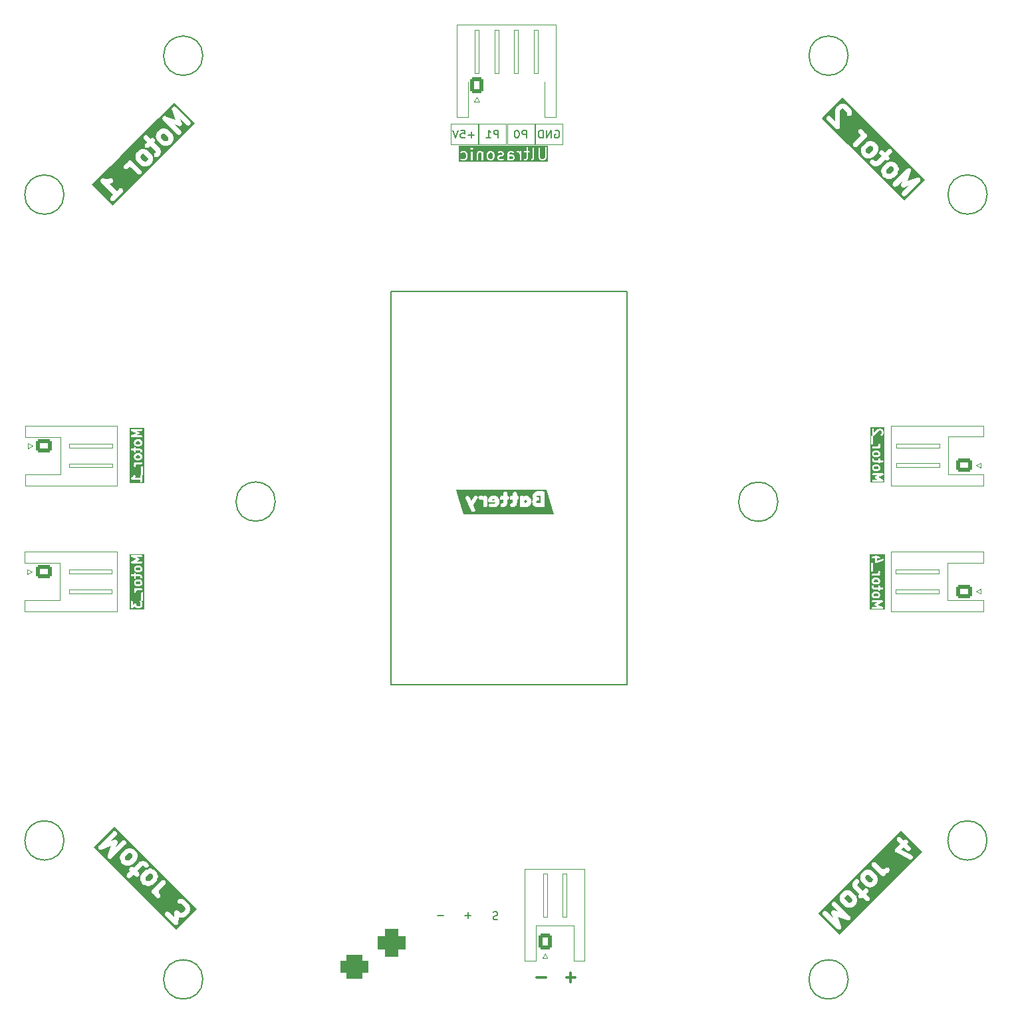
<source format=gbr>
%TF.GenerationSoftware,KiCad,Pcbnew,8.0.7*%
%TF.CreationDate,2025-01-09T15:44:16+07:00*%
%TF.ProjectId,RoboCar_PCB,526f626f-4361-4725-9f50-43422e6b6963,rev?*%
%TF.SameCoordinates,Original*%
%TF.FileFunction,Legend,Bot*%
%TF.FilePolarity,Positive*%
%FSLAX46Y46*%
G04 Gerber Fmt 4.6, Leading zero omitted, Abs format (unit mm)*
G04 Created by KiCad (PCBNEW 8.0.7) date 2025-01-09 15:44:16*
%MOMM*%
%LPD*%
G01*
G04 APERTURE LIST*
G04 Aperture macros list*
%AMRoundRect*
0 Rectangle with rounded corners*
0 $1 Rounding radius*
0 $2 $3 $4 $5 $6 $7 $8 $9 X,Y pos of 4 corners*
0 Add a 4 corners polygon primitive as box body*
4,1,4,$2,$3,$4,$5,$6,$7,$8,$9,$2,$3,0*
0 Add four circle primitives for the rounded corners*
1,1,$1+$1,$2,$3*
1,1,$1+$1,$4,$5*
1,1,$1+$1,$6,$7*
1,1,$1+$1,$8,$9*
0 Add four rect primitives between the rounded corners*
20,1,$1+$1,$2,$3,$4,$5,0*
20,1,$1+$1,$4,$5,$6,$7,0*
20,1,$1+$1,$6,$7,$8,$9,0*
20,1,$1+$1,$8,$9,$2,$3,0*%
G04 Aperture macros list end*
%ADD10C,0.150000*%
%ADD11C,0.250000*%
%ADD12C,0.200000*%
%ADD13C,0.625000*%
%ADD14C,0.300000*%
%ADD15C,0.050000*%
%ADD16C,0.120000*%
%ADD17C,0.000000*%
%ADD18O,1.700000X1.700000*%
%ADD19C,2.595000*%
%ADD20R,1.700000X1.700000*%
%ADD21R,3.500000X3.500000*%
%ADD22RoundRect,0.750000X1.000000X-0.750000X1.000000X0.750000X-1.000000X0.750000X-1.000000X-0.750000X0*%
%ADD23RoundRect,0.875000X0.875000X-0.875000X0.875000X0.875000X-0.875000X0.875000X-0.875000X-0.875000X0*%
%ADD24C,1.650000*%
%ADD25O,1.304000X5.704000*%
%ADD26RoundRect,0.250000X-0.600000X-0.725000X0.600000X-0.725000X0.600000X0.725000X-0.600000X0.725000X0*%
%ADD27O,1.700000X1.950000*%
%ADD28RoundRect,0.250000X-0.750000X0.600000X-0.750000X-0.600000X0.750000X-0.600000X0.750000X0.600000X0*%
%ADD29O,2.000000X1.700000*%
%ADD30RoundRect,0.250000X0.750000X-0.600000X0.750000X0.600000X-0.750000X0.600000X-0.750000X-0.600000X0*%
%ADD31RoundRect,0.250000X-0.600000X-0.750000X0.600000X-0.750000X0.600000X0.750000X-0.600000X0.750000X0*%
%ADD32O,1.700000X2.000000*%
G04 APERTURE END LIST*
D10*
X79977768Y-57811038D02*
X109977768Y-57811038D01*
X109977768Y-107811038D01*
X79977768Y-107811038D01*
X79977768Y-57811038D01*
X138182768Y-145341038D02*
G75*
G02*
X133182768Y-145341038I-2500000J0D01*
G01*
X133182768Y-145341038D02*
G75*
G02*
X138182768Y-145341038I2500000J0D01*
G01*
X65227768Y-84536038D02*
G75*
G02*
X60227768Y-84536038I-2500000J0D01*
G01*
X60227768Y-84536038D02*
G75*
G02*
X65227768Y-84536038I2500000J0D01*
G01*
X138182768Y-27801038D02*
G75*
G02*
X133182768Y-27801038I-2500000J0D01*
G01*
X133182768Y-27801038D02*
G75*
G02*
X138182768Y-27801038I2500000J0D01*
G01*
X129227768Y-84561038D02*
G75*
G02*
X124227768Y-84561038I-2500000J0D01*
G01*
X124227768Y-84561038D02*
G75*
G02*
X129227768Y-84561038I2500000J0D01*
G01*
X38332768Y-127661038D02*
G75*
G02*
X33332768Y-127661038I-2500000J0D01*
G01*
X33332768Y-127661038D02*
G75*
G02*
X38332768Y-127661038I2500000J0D01*
G01*
X155882768Y-45471038D02*
G75*
G02*
X150882768Y-45471038I-2500000J0D01*
G01*
X150882768Y-45471038D02*
G75*
G02*
X155882768Y-45471038I2500000J0D01*
G01*
X38322768Y-45481038D02*
G75*
G02*
X33322768Y-45481038I-2500000J0D01*
G01*
X33322768Y-45481038D02*
G75*
G02*
X38322768Y-45481038I2500000J0D01*
G01*
X56002768Y-145341038D02*
G75*
G02*
X51002768Y-145341038I-2500000J0D01*
G01*
X51002768Y-145341038D02*
G75*
G02*
X56002768Y-145341038I2500000J0D01*
G01*
X56002768Y-27801038D02*
G75*
G02*
X51002768Y-27801038I-2500000J0D01*
G01*
X51002768Y-27801038D02*
G75*
G02*
X56002768Y-27801038I2500000J0D01*
G01*
X155862768Y-127661038D02*
G75*
G02*
X150862768Y-127661038I-2500000J0D01*
G01*
X150862768Y-127661038D02*
G75*
G02*
X155862768Y-127661038I2500000J0D01*
G01*
D11*
G36*
X47976813Y-94718276D02*
G01*
X48005267Y-94746731D01*
X48040142Y-94816480D01*
X48040142Y-94928892D01*
X48005267Y-94998642D01*
X47976813Y-95027096D01*
X47907062Y-95061972D01*
X47623223Y-95061972D01*
X47553472Y-95027097D01*
X47525017Y-94998643D01*
X47490142Y-94928892D01*
X47490142Y-94816480D01*
X47525016Y-94746731D01*
X47553473Y-94718275D01*
X47623222Y-94683401D01*
X47907063Y-94683401D01*
X47976813Y-94718276D01*
G37*
G36*
X47976813Y-92946848D02*
G01*
X48005267Y-92975303D01*
X48040142Y-93045052D01*
X48040142Y-93157464D01*
X48005267Y-93227214D01*
X47976813Y-93255668D01*
X47907062Y-93290544D01*
X47623223Y-93290544D01*
X47553472Y-93255669D01*
X47525017Y-93227215D01*
X47490142Y-93157464D01*
X47490142Y-93045052D01*
X47525016Y-92975303D01*
X47553473Y-92946847D01*
X47623222Y-92911973D01*
X47907063Y-92911973D01*
X47976813Y-92946848D01*
G37*
G36*
X48537761Y-98245305D02*
G01*
X46706809Y-98245305D01*
X46706809Y-97244115D01*
X46840142Y-97244115D01*
X46840142Y-97986972D01*
X46841412Y-97999865D01*
X46841193Y-98003150D01*
X46841958Y-98005413D01*
X46842544Y-98011358D01*
X46850312Y-98030112D01*
X46856819Y-98049351D01*
X46859594Y-98052523D01*
X46861208Y-98056418D01*
X46875565Y-98070775D01*
X46888936Y-98086056D01*
X46892714Y-98087924D01*
X46895696Y-98090906D01*
X46914455Y-98098676D01*
X46932654Y-98107676D01*
X46936860Y-98107956D01*
X46940756Y-98109570D01*
X46961059Y-98109570D01*
X46981320Y-98110921D01*
X46985314Y-98109570D01*
X46989528Y-98109570D01*
X47008282Y-98101801D01*
X47027521Y-98095295D01*
X47032382Y-98091819D01*
X47034588Y-98090906D01*
X47036914Y-98088579D01*
X47047455Y-98081044D01*
X47323209Y-97839758D01*
X47367625Y-97928589D01*
X47374231Y-97939083D01*
X47375495Y-97942134D01*
X47378313Y-97945568D01*
X47380679Y-97949326D01*
X47383170Y-97951487D01*
X47391040Y-97961076D01*
X47448184Y-98018218D01*
X47457768Y-98026083D01*
X47459932Y-98028578D01*
X47463692Y-98030945D01*
X47467126Y-98033763D01*
X47470174Y-98035025D01*
X47480669Y-98041632D01*
X47594956Y-98098776D01*
X47617841Y-98107533D01*
X47622322Y-98107851D01*
X47626471Y-98109570D01*
X47650857Y-98111972D01*
X47936571Y-98111972D01*
X47960957Y-98109570D01*
X47965105Y-98107851D01*
X47969587Y-98107533D01*
X47992473Y-98098775D01*
X48106759Y-98041632D01*
X48117253Y-98035025D01*
X48120302Y-98033763D01*
X48123736Y-98030944D01*
X48127496Y-98028578D01*
X48129657Y-98026085D01*
X48139245Y-98018218D01*
X48196388Y-97961076D01*
X48204257Y-97951486D01*
X48206750Y-97949325D01*
X48209115Y-97945566D01*
X48211933Y-97942134D01*
X48213195Y-97939085D01*
X48219804Y-97928588D01*
X48276946Y-97814302D01*
X48285703Y-97791416D01*
X48286021Y-97786936D01*
X48287740Y-97782787D01*
X48290142Y-97758401D01*
X48290142Y-97415544D01*
X48287740Y-97391158D01*
X48286021Y-97387008D01*
X48285703Y-97382529D01*
X48276946Y-97359643D01*
X48219804Y-97245357D01*
X48213195Y-97234859D01*
X48211933Y-97231811D01*
X48209115Y-97228378D01*
X48206750Y-97224620D01*
X48204257Y-97222458D01*
X48196388Y-97212869D01*
X48139245Y-97155727D01*
X48120303Y-97140182D01*
X48075244Y-97121517D01*
X48026470Y-97121517D01*
X47981411Y-97140182D01*
X47946924Y-97174669D01*
X47928259Y-97219728D01*
X47928259Y-97268502D01*
X47946924Y-97313561D01*
X47962469Y-97332503D01*
X48005267Y-97375302D01*
X48040142Y-97445052D01*
X48040142Y-97728892D01*
X48005267Y-97798643D01*
X47976812Y-97827096D01*
X47907063Y-97861972D01*
X47680365Y-97861972D01*
X47610616Y-97827097D01*
X47582159Y-97798641D01*
X47547285Y-97728892D01*
X47547285Y-97586972D01*
X47546014Y-97574078D01*
X47546234Y-97570794D01*
X47545468Y-97568530D01*
X47544883Y-97562586D01*
X47537114Y-97543831D01*
X47530608Y-97524593D01*
X47527832Y-97521420D01*
X47526219Y-97517526D01*
X47511861Y-97503168D01*
X47498491Y-97487888D01*
X47494712Y-97486019D01*
X47491731Y-97483038D01*
X47472971Y-97475267D01*
X47454773Y-97466268D01*
X47450566Y-97465987D01*
X47446671Y-97464374D01*
X47426368Y-97464374D01*
X47406107Y-97463023D01*
X47402113Y-97464374D01*
X47397899Y-97464374D01*
X47379144Y-97472142D01*
X47359906Y-97478649D01*
X47355044Y-97482124D01*
X47352839Y-97483038D01*
X47350512Y-97485364D01*
X47339972Y-97492900D01*
X47090142Y-97711501D01*
X47090142Y-97244115D01*
X47087740Y-97219729D01*
X47069076Y-97174669D01*
X47034588Y-97140181D01*
X46989528Y-97121517D01*
X46940756Y-97121517D01*
X46895696Y-97140181D01*
X46861208Y-97174669D01*
X46842544Y-97219729D01*
X46840142Y-97244115D01*
X46706809Y-97244115D01*
X46706809Y-95929829D01*
X47240142Y-95929829D01*
X47240142Y-96044115D01*
X47242544Y-96068501D01*
X47261208Y-96113561D01*
X47295696Y-96148049D01*
X47340756Y-96166713D01*
X47389528Y-96166713D01*
X47409595Y-96158401D01*
X48154428Y-96158401D01*
X48154428Y-97072686D01*
X48156830Y-97097072D01*
X48175494Y-97142132D01*
X48209982Y-97176620D01*
X48255042Y-97195284D01*
X48303814Y-97195284D01*
X48348874Y-97176620D01*
X48383362Y-97142132D01*
X48402026Y-97097072D01*
X48404428Y-97072686D01*
X48404428Y-96158401D01*
X48402026Y-96134015D01*
X48383362Y-96088955D01*
X48348874Y-96054467D01*
X48303814Y-96035803D01*
X48255042Y-96035803D01*
X48209982Y-96054467D01*
X48175494Y-96088955D01*
X48156830Y-96134015D01*
X48154428Y-96158401D01*
X47409595Y-96158401D01*
X47434588Y-96148049D01*
X47469076Y-96113561D01*
X47487740Y-96068501D01*
X47490142Y-96044115D01*
X47490142Y-95959337D01*
X47525016Y-95889588D01*
X47553473Y-95861132D01*
X47623222Y-95826258D01*
X48165142Y-95826258D01*
X48189528Y-95823856D01*
X48234588Y-95805192D01*
X48269076Y-95770704D01*
X48287740Y-95725644D01*
X48287740Y-95676872D01*
X48269076Y-95631812D01*
X48234588Y-95597324D01*
X48189528Y-95578660D01*
X48165142Y-95576258D01*
X47365142Y-95576258D01*
X47340756Y-95578660D01*
X47295696Y-95597324D01*
X47261208Y-95631812D01*
X47242544Y-95676872D01*
X47242544Y-95725644D01*
X47261208Y-95770704D01*
X47290369Y-95799865D01*
X47253339Y-95873927D01*
X47244581Y-95896813D01*
X47244262Y-95901294D01*
X47242544Y-95905443D01*
X47240142Y-95929829D01*
X46706809Y-95929829D01*
X46706809Y-94786972D01*
X47240142Y-94786972D01*
X47240142Y-94958401D01*
X47242544Y-94982787D01*
X47244262Y-94986935D01*
X47244581Y-94991417D01*
X47253339Y-95014303D01*
X47310482Y-95128589D01*
X47317089Y-95139085D01*
X47318352Y-95142133D01*
X47321168Y-95145564D01*
X47323536Y-95149326D01*
X47326030Y-95151489D01*
X47333897Y-95161075D01*
X47391039Y-95218218D01*
X47400628Y-95226087D01*
X47402790Y-95228580D01*
X47406548Y-95230945D01*
X47409981Y-95233763D01*
X47413029Y-95235025D01*
X47423527Y-95241634D01*
X47537813Y-95298776D01*
X47560699Y-95307533D01*
X47565178Y-95307851D01*
X47569328Y-95309570D01*
X47593714Y-95311972D01*
X47936571Y-95311972D01*
X47960957Y-95309570D01*
X47965106Y-95307851D01*
X47969586Y-95307533D01*
X47992472Y-95298776D01*
X48106758Y-95241634D01*
X48117257Y-95235024D01*
X48120303Y-95233763D01*
X48123732Y-95230948D01*
X48127495Y-95228580D01*
X48129659Y-95226084D01*
X48139245Y-95218218D01*
X48196388Y-95161076D01*
X48204257Y-95151486D01*
X48206750Y-95149325D01*
X48209115Y-95145566D01*
X48211933Y-95142134D01*
X48213195Y-95139085D01*
X48219804Y-95128588D01*
X48276946Y-95014302D01*
X48285703Y-94991416D01*
X48286021Y-94986936D01*
X48287740Y-94982787D01*
X48290142Y-94958401D01*
X48290142Y-94786972D01*
X48287740Y-94762586D01*
X48286021Y-94758436D01*
X48285703Y-94753956D01*
X48276945Y-94731070D01*
X48219804Y-94616786D01*
X48213195Y-94606286D01*
X48211933Y-94603240D01*
X48209117Y-94599809D01*
X48206750Y-94596048D01*
X48204254Y-94593883D01*
X48196388Y-94584298D01*
X48139245Y-94527156D01*
X48129659Y-94519289D01*
X48127496Y-94516795D01*
X48123734Y-94514427D01*
X48120303Y-94511611D01*
X48117255Y-94510348D01*
X48106759Y-94503741D01*
X47992473Y-94446598D01*
X47969587Y-94437840D01*
X47965105Y-94437521D01*
X47960957Y-94435803D01*
X47936571Y-94433401D01*
X47593714Y-94433401D01*
X47569328Y-94435803D01*
X47565179Y-94437521D01*
X47560698Y-94437840D01*
X47537813Y-94446597D01*
X47423526Y-94503741D01*
X47413031Y-94510347D01*
X47409981Y-94511611D01*
X47406546Y-94514429D01*
X47402789Y-94516795D01*
X47400627Y-94519286D01*
X47391039Y-94527156D01*
X47333897Y-94584299D01*
X47326033Y-94593880D01*
X47323536Y-94596047D01*
X47321165Y-94599812D01*
X47318352Y-94603241D01*
X47317090Y-94606286D01*
X47310482Y-94616785D01*
X47253339Y-94731070D01*
X47244581Y-94753956D01*
X47244262Y-94758437D01*
X47242544Y-94762586D01*
X47240142Y-94786972D01*
X46706809Y-94786972D01*
X46706809Y-93905444D01*
X46842544Y-93905444D01*
X46842544Y-93954216D01*
X46861208Y-93999276D01*
X46895696Y-94033764D01*
X46940756Y-94052428D01*
X46965142Y-94054830D01*
X47240142Y-94054830D01*
X47240142Y-94215544D01*
X47242544Y-94239930D01*
X47261208Y-94284990D01*
X47295696Y-94319478D01*
X47340756Y-94338142D01*
X47389528Y-94338142D01*
X47434588Y-94319478D01*
X47469076Y-94284990D01*
X47487740Y-94239930D01*
X47490142Y-94215544D01*
X47490142Y-94054830D01*
X47964206Y-94054830D01*
X48014830Y-94080142D01*
X48040142Y-94130766D01*
X48040142Y-94215544D01*
X48042544Y-94239930D01*
X48061208Y-94284990D01*
X48095696Y-94319478D01*
X48140756Y-94338142D01*
X48189528Y-94338142D01*
X48234588Y-94319478D01*
X48269076Y-94284990D01*
X48287740Y-94239930D01*
X48290142Y-94215544D01*
X48290142Y-94101258D01*
X48287740Y-94076872D01*
X48286021Y-94072722D01*
X48285703Y-94068242D01*
X48276945Y-94045356D01*
X48219804Y-93931072D01*
X48217236Y-93926992D01*
X48216595Y-93925069D01*
X48214517Y-93922673D01*
X48206750Y-93910334D01*
X48194905Y-93900061D01*
X48184639Y-93888224D01*
X48172305Y-93880460D01*
X48169905Y-93878378D01*
X48167977Y-93877735D01*
X48163902Y-93875170D01*
X48049616Y-93818027D01*
X48026730Y-93809269D01*
X48022248Y-93808950D01*
X48018100Y-93807232D01*
X47993714Y-93804830D01*
X47490142Y-93804830D01*
X47490142Y-93758401D01*
X47487740Y-93734015D01*
X47469076Y-93688955D01*
X47434588Y-93654467D01*
X47389528Y-93635803D01*
X47340756Y-93635803D01*
X47295696Y-93654467D01*
X47261208Y-93688955D01*
X47242544Y-93734015D01*
X47240142Y-93758401D01*
X47240142Y-93804830D01*
X46965142Y-93804830D01*
X46940756Y-93807232D01*
X46895696Y-93825896D01*
X46861208Y-93860384D01*
X46842544Y-93905444D01*
X46706809Y-93905444D01*
X46706809Y-93015544D01*
X47240142Y-93015544D01*
X47240142Y-93186973D01*
X47242544Y-93211359D01*
X47244262Y-93215507D01*
X47244581Y-93219989D01*
X47253339Y-93242875D01*
X47310482Y-93357161D01*
X47317089Y-93367657D01*
X47318352Y-93370705D01*
X47321168Y-93374136D01*
X47323536Y-93377898D01*
X47326030Y-93380061D01*
X47333897Y-93389647D01*
X47391039Y-93446790D01*
X47400628Y-93454659D01*
X47402790Y-93457152D01*
X47406548Y-93459517D01*
X47409981Y-93462335D01*
X47413029Y-93463597D01*
X47423527Y-93470206D01*
X47537813Y-93527348D01*
X47560699Y-93536105D01*
X47565178Y-93536423D01*
X47569328Y-93538142D01*
X47593714Y-93540544D01*
X47936571Y-93540544D01*
X47960957Y-93538142D01*
X47965106Y-93536423D01*
X47969586Y-93536105D01*
X47992472Y-93527348D01*
X48106758Y-93470206D01*
X48117257Y-93463596D01*
X48120303Y-93462335D01*
X48123732Y-93459520D01*
X48127495Y-93457152D01*
X48129659Y-93454656D01*
X48139245Y-93446790D01*
X48196388Y-93389648D01*
X48204257Y-93380058D01*
X48206750Y-93377897D01*
X48209115Y-93374138D01*
X48211933Y-93370706D01*
X48213195Y-93367657D01*
X48219804Y-93357160D01*
X48276946Y-93242874D01*
X48285703Y-93219988D01*
X48286021Y-93215508D01*
X48287740Y-93211359D01*
X48290142Y-93186973D01*
X48290142Y-93015544D01*
X48287740Y-92991158D01*
X48286021Y-92987008D01*
X48285703Y-92982528D01*
X48276945Y-92959642D01*
X48219804Y-92845358D01*
X48213195Y-92834858D01*
X48211933Y-92831812D01*
X48209117Y-92828381D01*
X48206750Y-92824620D01*
X48204254Y-92822455D01*
X48196388Y-92812870D01*
X48139245Y-92755728D01*
X48129659Y-92747861D01*
X48127496Y-92745367D01*
X48123734Y-92742999D01*
X48120303Y-92740183D01*
X48117255Y-92738920D01*
X48106759Y-92732313D01*
X47992473Y-92675170D01*
X47969587Y-92666412D01*
X47965105Y-92666093D01*
X47960957Y-92664375D01*
X47936571Y-92661973D01*
X47593714Y-92661973D01*
X47569328Y-92664375D01*
X47565179Y-92666093D01*
X47560698Y-92666412D01*
X47537813Y-92675169D01*
X47423526Y-92732313D01*
X47413031Y-92738919D01*
X47409981Y-92740183D01*
X47406546Y-92743001D01*
X47402789Y-92745367D01*
X47400627Y-92747858D01*
X47391039Y-92755728D01*
X47333897Y-92812871D01*
X47326033Y-92822452D01*
X47323536Y-92824619D01*
X47321165Y-92828384D01*
X47318352Y-92831813D01*
X47317090Y-92834858D01*
X47310482Y-92845357D01*
X47253339Y-92959642D01*
X47244581Y-92982528D01*
X47244262Y-92987009D01*
X47242544Y-92991158D01*
X47240142Y-93015544D01*
X46706809Y-93015544D01*
X46706809Y-91491666D01*
X46841591Y-91491666D01*
X46842544Y-91494286D01*
X46842544Y-91497073D01*
X46850843Y-91517109D01*
X46858259Y-91537503D01*
X46860141Y-91539558D01*
X46861208Y-91542133D01*
X46876545Y-91557470D01*
X46891199Y-91573471D01*
X46894503Y-91575428D01*
X46895696Y-91576621D01*
X46898423Y-91577750D01*
X46912281Y-91585960D01*
X47526696Y-91872687D01*
X46912281Y-92159414D01*
X46898423Y-92167623D01*
X46895696Y-92168753D01*
X46894503Y-92169945D01*
X46891199Y-92171903D01*
X46876545Y-92187903D01*
X46861208Y-92203241D01*
X46860141Y-92205815D01*
X46858259Y-92207871D01*
X46850843Y-92228264D01*
X46842544Y-92248301D01*
X46842544Y-92251087D01*
X46841591Y-92253708D01*
X46842544Y-92275386D01*
X46842544Y-92297073D01*
X46843610Y-92299647D01*
X46843733Y-92302434D01*
X46852907Y-92322094D01*
X46861208Y-92342133D01*
X46863179Y-92344104D01*
X46864358Y-92346630D01*
X46880358Y-92361283D01*
X46895696Y-92376621D01*
X46898270Y-92377687D01*
X46900326Y-92379570D01*
X46920719Y-92386985D01*
X46940756Y-92395285D01*
X46944577Y-92395661D01*
X46946163Y-92396238D01*
X46949114Y-92396108D01*
X46965142Y-92397687D01*
X48165142Y-92397687D01*
X48189528Y-92395285D01*
X48234588Y-92376621D01*
X48269076Y-92342133D01*
X48287740Y-92297073D01*
X48287740Y-92248301D01*
X48269076Y-92203241D01*
X48234588Y-92168753D01*
X48189528Y-92150089D01*
X48165142Y-92147687D01*
X47528588Y-92147687D01*
X47875146Y-91985960D01*
X47884075Y-91980670D01*
X47887101Y-91979570D01*
X47889241Y-91977610D01*
X47896228Y-91973471D01*
X47909056Y-91959462D01*
X47923069Y-91946630D01*
X47925417Y-91941597D01*
X47929168Y-91937502D01*
X47935659Y-91919650D01*
X47943694Y-91902434D01*
X47943937Y-91896885D01*
X47945836Y-91891666D01*
X47945001Y-91872687D01*
X47945836Y-91853708D01*
X47943937Y-91848488D01*
X47943694Y-91842940D01*
X47935659Y-91825723D01*
X47929168Y-91807872D01*
X47925417Y-91803776D01*
X47923069Y-91798744D01*
X47909056Y-91785911D01*
X47896228Y-91771903D01*
X47889241Y-91767763D01*
X47887101Y-91765804D01*
X47884075Y-91764703D01*
X47875146Y-91759414D01*
X47528588Y-91597687D01*
X48165142Y-91597687D01*
X48189528Y-91595285D01*
X48234588Y-91576621D01*
X48269076Y-91542133D01*
X48287740Y-91497073D01*
X48287740Y-91448301D01*
X48269076Y-91403241D01*
X48234588Y-91368753D01*
X48189528Y-91350089D01*
X48165142Y-91347687D01*
X46965142Y-91347687D01*
X46949114Y-91349265D01*
X46946163Y-91349136D01*
X46944577Y-91349712D01*
X46940756Y-91350089D01*
X46920719Y-91358388D01*
X46900326Y-91365804D01*
X46898270Y-91367686D01*
X46895696Y-91368753D01*
X46880358Y-91384090D01*
X46864358Y-91398744D01*
X46863179Y-91401269D01*
X46861208Y-91403241D01*
X46852907Y-91423279D01*
X46843733Y-91442940D01*
X46843610Y-91445726D01*
X46842544Y-91448301D01*
X46842544Y-91469987D01*
X46841591Y-91491666D01*
X46706809Y-91491666D01*
X46706809Y-91214354D01*
X48537761Y-91214354D01*
X48537761Y-98245305D01*
G37*
D12*
G36*
X92834098Y-40198182D02*
G01*
X92882575Y-40246658D01*
X92936189Y-40353886D01*
X92936189Y-40735245D01*
X92882575Y-40842472D01*
X92834095Y-40890952D01*
X92726868Y-40944566D01*
X92559796Y-40944566D01*
X92452567Y-40890952D01*
X92404091Y-40842475D01*
X92350475Y-40735243D01*
X92350475Y-40353888D01*
X92404090Y-40246658D01*
X92452566Y-40198181D01*
X92559796Y-40144566D01*
X92726867Y-40144566D01*
X92834098Y-40198182D01*
G37*
G36*
X95009777Y-40569587D02*
G01*
X95013360Y-40569841D01*
X95016681Y-40571217D01*
X95036190Y-40573138D01*
X95369726Y-40573138D01*
X95461654Y-40619101D01*
X95507618Y-40711029D01*
X95507618Y-40806673D01*
X95461654Y-40898602D01*
X95369726Y-40944566D01*
X95059797Y-40944566D01*
X94993333Y-40911334D01*
X94993333Y-40563294D01*
X95009777Y-40569587D01*
G37*
G36*
X99945714Y-41311233D02*
G01*
X88627450Y-41311233D01*
X88627450Y-40103488D01*
X88794117Y-40103488D01*
X88796883Y-40142408D01*
X88814332Y-40177307D01*
X88843809Y-40202871D01*
X88880825Y-40215210D01*
X88919745Y-40212444D01*
X88938054Y-40205438D01*
X89059796Y-40144566D01*
X89298295Y-40144566D01*
X89405526Y-40198182D01*
X89454003Y-40246658D01*
X89507617Y-40353886D01*
X89507617Y-40735245D01*
X89454003Y-40842472D01*
X89405523Y-40890952D01*
X89298296Y-40944566D01*
X89059796Y-40944566D01*
X88938053Y-40883695D01*
X88919745Y-40876689D01*
X88880824Y-40873923D01*
X88843809Y-40886262D01*
X88814332Y-40911827D01*
X88796883Y-40946725D01*
X88794117Y-40985646D01*
X88806456Y-41022661D01*
X88832021Y-41052138D01*
X88848611Y-41062581D01*
X88991468Y-41134009D01*
X89009777Y-41141015D01*
X89013359Y-41141269D01*
X89016680Y-41142645D01*
X89036189Y-41144566D01*
X89321903Y-41144566D01*
X89341412Y-41142645D01*
X89344732Y-41141269D01*
X89348316Y-41141015D01*
X89366624Y-41134009D01*
X89509481Y-41062581D01*
X89517879Y-41057294D01*
X89520317Y-41056285D01*
X89523060Y-41054033D01*
X89526072Y-41052138D01*
X89527804Y-41050140D01*
X89535471Y-41043849D01*
X89606900Y-40972420D01*
X89613194Y-40964749D01*
X89615189Y-40963020D01*
X89617082Y-40960012D01*
X89619336Y-40957266D01*
X89620346Y-40954826D01*
X89625632Y-40946430D01*
X89697060Y-40803573D01*
X89704066Y-40785264D01*
X89704320Y-40781681D01*
X89705696Y-40778361D01*
X89707617Y-40758852D01*
X89707617Y-40330280D01*
X89705696Y-40310771D01*
X89704320Y-40307450D01*
X89704066Y-40303868D01*
X89697060Y-40285559D01*
X89625632Y-40142702D01*
X89620347Y-40134306D01*
X89619336Y-40131865D01*
X89617080Y-40129117D01*
X89615189Y-40126112D01*
X89613194Y-40124381D01*
X89606899Y-40116712D01*
X89535470Y-40045284D01*
X89534595Y-40044566D01*
X90150475Y-40044566D01*
X90150475Y-41044566D01*
X90152396Y-41064075D01*
X90167328Y-41100123D01*
X90194918Y-41127713D01*
X90230966Y-41142645D01*
X90269984Y-41142645D01*
X90306032Y-41127713D01*
X90333622Y-41100123D01*
X90348554Y-41064075D01*
X90350475Y-41044566D01*
X90350475Y-40258852D01*
X90864761Y-40258852D01*
X90864761Y-41044566D01*
X90866682Y-41064075D01*
X90881614Y-41100123D01*
X90909204Y-41127713D01*
X90945252Y-41142645D01*
X90984270Y-41142645D01*
X91020318Y-41127713D01*
X91047908Y-41100123D01*
X91062840Y-41064075D01*
X91064761Y-41044566D01*
X91064761Y-40282458D01*
X91110724Y-40190530D01*
X91202653Y-40144566D01*
X91369724Y-40144566D01*
X91476955Y-40198182D01*
X91507618Y-40228844D01*
X91507618Y-41044566D01*
X91509539Y-41064075D01*
X91524471Y-41100123D01*
X91552061Y-41127713D01*
X91588109Y-41142645D01*
X91627127Y-41142645D01*
X91663175Y-41127713D01*
X91690765Y-41100123D01*
X91705697Y-41064075D01*
X91707618Y-41044566D01*
X91707618Y-40330280D01*
X92150475Y-40330280D01*
X92150475Y-40758852D01*
X92152396Y-40778361D01*
X92153771Y-40781681D01*
X92154026Y-40785265D01*
X92161032Y-40803574D01*
X92232461Y-40946430D01*
X92237744Y-40954824D01*
X92238756Y-40957266D01*
X92241010Y-40960013D01*
X92242904Y-40963021D01*
X92244900Y-40964752D01*
X92251193Y-40972419D01*
X92322621Y-41043848D01*
X92330290Y-41050143D01*
X92332021Y-41052138D01*
X92335026Y-41054029D01*
X92337774Y-41056285D01*
X92340215Y-41057296D01*
X92348611Y-41062581D01*
X92491468Y-41134009D01*
X92509777Y-41141015D01*
X92513359Y-41141269D01*
X92516680Y-41142645D01*
X92536189Y-41144566D01*
X92750475Y-41144566D01*
X92769984Y-41142645D01*
X92773304Y-41141269D01*
X92776888Y-41141015D01*
X92795196Y-41134009D01*
X92938053Y-41062581D01*
X92946451Y-41057294D01*
X92948889Y-41056285D01*
X92951632Y-41054033D01*
X92954644Y-41052138D01*
X92956376Y-41050140D01*
X92964043Y-41043849D01*
X93035472Y-40972420D01*
X93041766Y-40964749D01*
X93043761Y-40963020D01*
X93045654Y-40960012D01*
X93047908Y-40957266D01*
X93048918Y-40954826D01*
X93054204Y-40946430D01*
X93125632Y-40803573D01*
X93132638Y-40785264D01*
X93132892Y-40781681D01*
X93134268Y-40778361D01*
X93136189Y-40758852D01*
X93507618Y-40758852D01*
X93507618Y-40830280D01*
X93509539Y-40849789D01*
X93510914Y-40853109D01*
X93511169Y-40856693D01*
X93518175Y-40875001D01*
X93589604Y-41017859D01*
X93591658Y-41021122D01*
X93592171Y-41022661D01*
X93593832Y-41024576D01*
X93600047Y-41034450D01*
X93609522Y-41042667D01*
X93617736Y-41052138D01*
X93627607Y-41058351D01*
X93629524Y-41060014D01*
X93631062Y-41060527D01*
X93634326Y-41062581D01*
X93777183Y-41134009D01*
X93795492Y-41141015D01*
X93799074Y-41141269D01*
X93802395Y-41142645D01*
X93821904Y-41144566D01*
X94107618Y-41144566D01*
X94127127Y-41142645D01*
X94130447Y-41141269D01*
X94134031Y-41141015D01*
X94152339Y-41134009D01*
X94295196Y-41062581D01*
X94311787Y-41052138D01*
X94337351Y-41022661D01*
X94349690Y-40985645D01*
X94346925Y-40946725D01*
X94329475Y-40911826D01*
X94299999Y-40886262D01*
X94262983Y-40873923D01*
X94224063Y-40876689D01*
X94205754Y-40883695D01*
X94084011Y-40944566D01*
X93845511Y-40944566D01*
X93753582Y-40898602D01*
X93707618Y-40806673D01*
X93707618Y-40782460D01*
X93753583Y-40690530D01*
X93845511Y-40644566D01*
X94036190Y-40644566D01*
X94055699Y-40642645D01*
X94059019Y-40641269D01*
X94062603Y-40641015D01*
X94080911Y-40634009D01*
X94223768Y-40562581D01*
X94227030Y-40560527D01*
X94228571Y-40560014D01*
X94230488Y-40558350D01*
X94240359Y-40552138D01*
X94248575Y-40542663D01*
X94258047Y-40534449D01*
X94264260Y-40524577D01*
X94265923Y-40522661D01*
X94266436Y-40521122D01*
X94268490Y-40517859D01*
X94339918Y-40375001D01*
X94346925Y-40356692D01*
X94347179Y-40353106D01*
X94348554Y-40349789D01*
X94350475Y-40330280D01*
X94350475Y-40258852D01*
X94793333Y-40258852D01*
X94793333Y-41044566D01*
X94795254Y-41064075D01*
X94810186Y-41100123D01*
X94837776Y-41127713D01*
X94873824Y-41142645D01*
X94912842Y-41142645D01*
X94948890Y-41127713D01*
X94958885Y-41117717D01*
X94991469Y-41134009D01*
X95009778Y-41141015D01*
X95013360Y-41141269D01*
X95016681Y-41142645D01*
X95036190Y-41144566D01*
X95393333Y-41144566D01*
X95412842Y-41142645D01*
X95416162Y-41141269D01*
X95419746Y-41141015D01*
X95438054Y-41134009D01*
X95580911Y-41062581D01*
X95584173Y-41060527D01*
X95585714Y-41060014D01*
X95587631Y-41058350D01*
X95597502Y-41052138D01*
X95605718Y-41042663D01*
X95615190Y-41034449D01*
X95621403Y-41024577D01*
X95623066Y-41022661D01*
X95623579Y-41021122D01*
X95625633Y-41017859D01*
X95697061Y-40875001D01*
X95704068Y-40856692D01*
X95704322Y-40853106D01*
X95705697Y-40849789D01*
X95707618Y-40830280D01*
X95707618Y-40687423D01*
X95705697Y-40667914D01*
X95704321Y-40664593D01*
X95704067Y-40661011D01*
X95697061Y-40642702D01*
X95625633Y-40499845D01*
X95623579Y-40496581D01*
X95623066Y-40495043D01*
X95621403Y-40493126D01*
X95615190Y-40483255D01*
X95605719Y-40475041D01*
X95597502Y-40465566D01*
X95587628Y-40459351D01*
X95585713Y-40457690D01*
X95584174Y-40457177D01*
X95580911Y-40455123D01*
X95438054Y-40383695D01*
X95419746Y-40376689D01*
X95416162Y-40376434D01*
X95412842Y-40375059D01*
X95393333Y-40373138D01*
X95059797Y-40373138D01*
X94993333Y-40339905D01*
X94993333Y-40282458D01*
X95039296Y-40190530D01*
X95131225Y-40144566D01*
X95369725Y-40144566D01*
X95491468Y-40205438D01*
X95509777Y-40212444D01*
X95548697Y-40215210D01*
X95585713Y-40202871D01*
X95615189Y-40177307D01*
X95632639Y-40142408D01*
X95635405Y-40103488D01*
X95623066Y-40066472D01*
X95597502Y-40036995D01*
X95580911Y-40026552D01*
X95577921Y-40025057D01*
X95938110Y-40025057D01*
X95938110Y-40064075D01*
X95953042Y-40100123D01*
X95980632Y-40127713D01*
X96016680Y-40142645D01*
X96036189Y-40144566D01*
X96155439Y-40144566D01*
X96262667Y-40198180D01*
X96311145Y-40246657D01*
X96364761Y-40353887D01*
X96364761Y-41044566D01*
X96366682Y-41064075D01*
X96381614Y-41100123D01*
X96409204Y-41127713D01*
X96445252Y-41142645D01*
X96484270Y-41142645D01*
X96520318Y-41127713D01*
X96547908Y-41100123D01*
X96562840Y-41064075D01*
X96564761Y-41044566D01*
X96564761Y-40044566D01*
X96562840Y-40025057D01*
X96866682Y-40025057D01*
X96866682Y-40064075D01*
X96881614Y-40100123D01*
X96909204Y-40127713D01*
X96945252Y-40142645D01*
X96964761Y-40144566D01*
X97221904Y-40144566D01*
X97221904Y-40806673D01*
X97175939Y-40898602D01*
X97084011Y-40944566D01*
X96964761Y-40944566D01*
X96945252Y-40946487D01*
X96909204Y-40961419D01*
X96881614Y-40989009D01*
X96866682Y-41025057D01*
X96866682Y-41064075D01*
X96881614Y-41100123D01*
X96909204Y-41127713D01*
X96945252Y-41142645D01*
X96964761Y-41144566D01*
X97107618Y-41144566D01*
X97127127Y-41142645D01*
X97130447Y-41141269D01*
X97134031Y-41141015D01*
X97152339Y-41134009D01*
X97295196Y-41062581D01*
X97298459Y-41060526D01*
X97299998Y-41060014D01*
X97301913Y-41058352D01*
X97311787Y-41052138D01*
X97320002Y-41042665D01*
X97329475Y-41034450D01*
X97330980Y-41032058D01*
X97794117Y-41032058D01*
X97796883Y-41070979D01*
X97814332Y-41105877D01*
X97843809Y-41131442D01*
X97880824Y-41143781D01*
X97919745Y-41141015D01*
X97938053Y-41134009D01*
X98080910Y-41062581D01*
X98084173Y-41060526D01*
X98085712Y-41060014D01*
X98087627Y-41058352D01*
X98097501Y-41052138D01*
X98105716Y-41042665D01*
X98115189Y-41034450D01*
X98121403Y-41024576D01*
X98123065Y-41022661D01*
X98123577Y-41021122D01*
X98125632Y-41017859D01*
X98197061Y-40875001D01*
X98204067Y-40856693D01*
X98204321Y-40853109D01*
X98205697Y-40849789D01*
X98207618Y-40830280D01*
X98207618Y-39544566D01*
X98721904Y-39544566D01*
X98721904Y-40758852D01*
X98723825Y-40778361D01*
X98725200Y-40781681D01*
X98725455Y-40785265D01*
X98732461Y-40803573D01*
X98803889Y-40946430D01*
X98809175Y-40954828D01*
X98810185Y-40957266D01*
X98812436Y-40960009D01*
X98814332Y-40963021D01*
X98816329Y-40964753D01*
X98822621Y-40972420D01*
X98894050Y-41043849D01*
X98901720Y-41050143D01*
X98903450Y-41052138D01*
X98906457Y-41054031D01*
X98909204Y-41056285D01*
X98911643Y-41057295D01*
X98920040Y-41062581D01*
X99062897Y-41134009D01*
X99081206Y-41141015D01*
X99084788Y-41141269D01*
X99088109Y-41142645D01*
X99107618Y-41144566D01*
X99393332Y-41144566D01*
X99412841Y-41142645D01*
X99416161Y-41141269D01*
X99419744Y-41141015D01*
X99438053Y-41134009D01*
X99580911Y-41062581D01*
X99589307Y-41057295D01*
X99591748Y-41056285D01*
X99594493Y-41054031D01*
X99597502Y-41052138D01*
X99599234Y-41050140D01*
X99606901Y-41043848D01*
X99678329Y-40972419D01*
X99684621Y-40964752D01*
X99686618Y-40963021D01*
X99688511Y-40960012D01*
X99690766Y-40957266D01*
X99691776Y-40954825D01*
X99697061Y-40946431D01*
X99768490Y-40803574D01*
X99775496Y-40785265D01*
X99775750Y-40781681D01*
X99777126Y-40778361D01*
X99779047Y-40758852D01*
X99779047Y-39544566D01*
X99777126Y-39525057D01*
X99762194Y-39489009D01*
X99734604Y-39461419D01*
X99698556Y-39446487D01*
X99659538Y-39446487D01*
X99623490Y-39461419D01*
X99595900Y-39489009D01*
X99580968Y-39525057D01*
X99579047Y-39544566D01*
X99579047Y-40735244D01*
X99525431Y-40842475D01*
X99476954Y-40890951D01*
X99369725Y-40944566D01*
X99131225Y-40944566D01*
X99023997Y-40890952D01*
X98975517Y-40842472D01*
X98921904Y-40735245D01*
X98921904Y-39544566D01*
X98919983Y-39525057D01*
X98905051Y-39489009D01*
X98877461Y-39461419D01*
X98841413Y-39446487D01*
X98802395Y-39446487D01*
X98766347Y-39461419D01*
X98738757Y-39489009D01*
X98723825Y-39525057D01*
X98721904Y-39544566D01*
X98207618Y-39544566D01*
X98205697Y-39525057D01*
X98190765Y-39489009D01*
X98163175Y-39461419D01*
X98127127Y-39446487D01*
X98088109Y-39446487D01*
X98052061Y-39461419D01*
X98024471Y-39489009D01*
X98009539Y-39525057D01*
X98007618Y-39544566D01*
X98007618Y-40806673D01*
X97961653Y-40898602D01*
X97848611Y-40955123D01*
X97832021Y-40965566D01*
X97806456Y-40995043D01*
X97794117Y-41032058D01*
X97330980Y-41032058D01*
X97335689Y-41024576D01*
X97337351Y-41022661D01*
X97337863Y-41021122D01*
X97339918Y-41017859D01*
X97411347Y-40875001D01*
X97418353Y-40856693D01*
X97418607Y-40853109D01*
X97419983Y-40849789D01*
X97421904Y-40830280D01*
X97421904Y-40144566D01*
X97536189Y-40144566D01*
X97555698Y-40142645D01*
X97591746Y-40127713D01*
X97619336Y-40100123D01*
X97634268Y-40064075D01*
X97634268Y-40025057D01*
X97619336Y-39989009D01*
X97591746Y-39961419D01*
X97555698Y-39946487D01*
X97536189Y-39944566D01*
X97421904Y-39944566D01*
X97421904Y-39544566D01*
X97419983Y-39525057D01*
X97405051Y-39489009D01*
X97377461Y-39461419D01*
X97341413Y-39446487D01*
X97302395Y-39446487D01*
X97266347Y-39461419D01*
X97238757Y-39489009D01*
X97223825Y-39525057D01*
X97221904Y-39544566D01*
X97221904Y-39944566D01*
X96964761Y-39944566D01*
X96945252Y-39946487D01*
X96909204Y-39961419D01*
X96881614Y-39989009D01*
X96866682Y-40025057D01*
X96562840Y-40025057D01*
X96547908Y-39989009D01*
X96520318Y-39961419D01*
X96484270Y-39946487D01*
X96445252Y-39946487D01*
X96409204Y-39961419D01*
X96381614Y-39989009D01*
X96366682Y-40025057D01*
X96366539Y-40026509D01*
X96223767Y-39955123D01*
X96205459Y-39948117D01*
X96201875Y-39947862D01*
X96198555Y-39946487D01*
X96179046Y-39944566D01*
X96036189Y-39944566D01*
X96016680Y-39946487D01*
X95980632Y-39961419D01*
X95953042Y-39989009D01*
X95938110Y-40025057D01*
X95577921Y-40025057D01*
X95438055Y-39955123D01*
X95419746Y-39948117D01*
X95416162Y-39947862D01*
X95412842Y-39946487D01*
X95393333Y-39944566D01*
X95107618Y-39944566D01*
X95088109Y-39946487D01*
X95084788Y-39947862D01*
X95081205Y-39948117D01*
X95062896Y-39955123D01*
X94920039Y-40026552D01*
X94916774Y-40028606D01*
X94915238Y-40029119D01*
X94913323Y-40030778D01*
X94903449Y-40036995D01*
X94895233Y-40046467D01*
X94885761Y-40054683D01*
X94879546Y-40064556D01*
X94877885Y-40066472D01*
X94877372Y-40068010D01*
X94875318Y-40071274D01*
X94803890Y-40214131D01*
X94796884Y-40232439D01*
X94796629Y-40236022D01*
X94795254Y-40239343D01*
X94793333Y-40258852D01*
X94350475Y-40258852D01*
X94348554Y-40239343D01*
X94347178Y-40236022D01*
X94346924Y-40232440D01*
X94339918Y-40214131D01*
X94268490Y-40071274D01*
X94266436Y-40068010D01*
X94265923Y-40066472D01*
X94264260Y-40064555D01*
X94258047Y-40054684D01*
X94248576Y-40046470D01*
X94240359Y-40036995D01*
X94230485Y-40030780D01*
X94228570Y-40029119D01*
X94227031Y-40028606D01*
X94223768Y-40026552D01*
X94080912Y-39955123D01*
X94062603Y-39948117D01*
X94059019Y-39947862D01*
X94055699Y-39946487D01*
X94036190Y-39944566D01*
X93821904Y-39944566D01*
X93802395Y-39946487D01*
X93799074Y-39947862D01*
X93795491Y-39948117D01*
X93777182Y-39955123D01*
X93634325Y-40026552D01*
X93617735Y-40036995D01*
X93592171Y-40066472D01*
X93579832Y-40103488D01*
X93582598Y-40142408D01*
X93600047Y-40177307D01*
X93629524Y-40202871D01*
X93666540Y-40215210D01*
X93705460Y-40212444D01*
X93723769Y-40205438D01*
X93845511Y-40144566D01*
X94012582Y-40144566D01*
X94104511Y-40190531D01*
X94150475Y-40282458D01*
X94150475Y-40306673D01*
X94104511Y-40398602D01*
X94012583Y-40444566D01*
X93821904Y-40444566D01*
X93802395Y-40446487D01*
X93799074Y-40447862D01*
X93795491Y-40448117D01*
X93777182Y-40455123D01*
X93634325Y-40526552D01*
X93631060Y-40528606D01*
X93629524Y-40529119D01*
X93627609Y-40530778D01*
X93617735Y-40536995D01*
X93609519Y-40546467D01*
X93600047Y-40554683D01*
X93593832Y-40564556D01*
X93592171Y-40566472D01*
X93591658Y-40568010D01*
X93589604Y-40571274D01*
X93518175Y-40714130D01*
X93511169Y-40732439D01*
X93510914Y-40736022D01*
X93509539Y-40739343D01*
X93507618Y-40758852D01*
X93136189Y-40758852D01*
X93136189Y-40330280D01*
X93134268Y-40310771D01*
X93132892Y-40307450D01*
X93132638Y-40303868D01*
X93125632Y-40285559D01*
X93054204Y-40142702D01*
X93048919Y-40134306D01*
X93047908Y-40131865D01*
X93045652Y-40129117D01*
X93043761Y-40126112D01*
X93041766Y-40124381D01*
X93035471Y-40116712D01*
X92964042Y-40045284D01*
X92956375Y-40038991D01*
X92954644Y-40036995D01*
X92951636Y-40035101D01*
X92948889Y-40032847D01*
X92946447Y-40031835D01*
X92938053Y-40026552D01*
X92795197Y-39955123D01*
X92776888Y-39948117D01*
X92773304Y-39947862D01*
X92769984Y-39946487D01*
X92750475Y-39944566D01*
X92536189Y-39944566D01*
X92516680Y-39946487D01*
X92513359Y-39947862D01*
X92509776Y-39948117D01*
X92491467Y-39955123D01*
X92348610Y-40026552D01*
X92340212Y-40031837D01*
X92337774Y-40032848D01*
X92335029Y-40035100D01*
X92332020Y-40036995D01*
X92330287Y-40038992D01*
X92322621Y-40045285D01*
X92251193Y-40116712D01*
X92244901Y-40124378D01*
X92242904Y-40126111D01*
X92241008Y-40129122D01*
X92238757Y-40131866D01*
X92237747Y-40134303D01*
X92232461Y-40142702D01*
X92161032Y-40285558D01*
X92154026Y-40303867D01*
X92153771Y-40307450D01*
X92152396Y-40310771D01*
X92150475Y-40330280D01*
X91707618Y-40330280D01*
X91707618Y-40044566D01*
X91705697Y-40025057D01*
X91690765Y-39989009D01*
X91663175Y-39961419D01*
X91627127Y-39946487D01*
X91588109Y-39946487D01*
X91552061Y-39961419D01*
X91524471Y-39989009D01*
X91521271Y-39996732D01*
X91438054Y-39955123D01*
X91419745Y-39948117D01*
X91416161Y-39947862D01*
X91412841Y-39946487D01*
X91393332Y-39944566D01*
X91179046Y-39944566D01*
X91159537Y-39946487D01*
X91156216Y-39947862D01*
X91152633Y-39948117D01*
X91134324Y-39955123D01*
X90991467Y-40026552D01*
X90988202Y-40028606D01*
X90986666Y-40029119D01*
X90984751Y-40030778D01*
X90974877Y-40036995D01*
X90966661Y-40046467D01*
X90957189Y-40054683D01*
X90950974Y-40064556D01*
X90949313Y-40066472D01*
X90948800Y-40068010D01*
X90946746Y-40071274D01*
X90875318Y-40214131D01*
X90868312Y-40232439D01*
X90868057Y-40236022D01*
X90866682Y-40239343D01*
X90864761Y-40258852D01*
X90350475Y-40258852D01*
X90350475Y-40044566D01*
X90348554Y-40025057D01*
X90333622Y-39989009D01*
X90306032Y-39961419D01*
X90269984Y-39946487D01*
X90230966Y-39946487D01*
X90194918Y-39961419D01*
X90167328Y-39989009D01*
X90152396Y-40025057D01*
X90150475Y-40044566D01*
X89534595Y-40044566D01*
X89527803Y-40038991D01*
X89526072Y-40036995D01*
X89523064Y-40035101D01*
X89520317Y-40032847D01*
X89517875Y-40031835D01*
X89509481Y-40026552D01*
X89366625Y-39955123D01*
X89348316Y-39948117D01*
X89344732Y-39947862D01*
X89341412Y-39946487D01*
X89321903Y-39944566D01*
X89036189Y-39944566D01*
X89016680Y-39946487D01*
X89013359Y-39947862D01*
X89009776Y-39948117D01*
X88991467Y-39955123D01*
X88848610Y-40026552D01*
X88832020Y-40036995D01*
X88806456Y-40066472D01*
X88794117Y-40103488D01*
X88627450Y-40103488D01*
X88627450Y-39596486D01*
X90080967Y-39596486D01*
X90080967Y-39635504D01*
X90089714Y-39656621D01*
X90095899Y-39671553D01*
X90108336Y-39686706D01*
X90179765Y-39758134D01*
X90194918Y-39770571D01*
X90220408Y-39781128D01*
X90230966Y-39785502D01*
X90230967Y-39785502D01*
X90269984Y-39785502D01*
X90291101Y-39776754D01*
X90306033Y-39770570D01*
X90306037Y-39770565D01*
X90321186Y-39758134D01*
X90392613Y-39686706D01*
X90405050Y-39671553D01*
X90419981Y-39635504D01*
X90419981Y-39616712D01*
X90419982Y-39596487D01*
X90405051Y-39560438D01*
X90392614Y-39545285D01*
X90321186Y-39473856D01*
X90306033Y-39461419D01*
X90291101Y-39455234D01*
X90269984Y-39446487D01*
X90230966Y-39446487D01*
X90220408Y-39450860D01*
X90194918Y-39461418D01*
X90194912Y-39461423D01*
X90179764Y-39473855D01*
X90108335Y-39545284D01*
X90095903Y-39560432D01*
X90095898Y-39560438D01*
X90094392Y-39564075D01*
X90080967Y-39596486D01*
X88627450Y-39596486D01*
X88627450Y-39279820D01*
X99945714Y-39279820D01*
X99945714Y-41311233D01*
G37*
D13*
G36*
X138265979Y-134677927D02*
G01*
X138666727Y-135078675D01*
X138711542Y-135213118D01*
X138711542Y-135280053D01*
X138666727Y-135414495D01*
X138518518Y-135562706D01*
X138384073Y-135607521D01*
X138317140Y-135607521D01*
X138182695Y-135562706D01*
X137781947Y-135161957D01*
X137737133Y-135027515D01*
X137737133Y-134960579D01*
X137781947Y-134826137D01*
X137930157Y-134677927D01*
X138064602Y-134633113D01*
X138131535Y-134633113D01*
X138265979Y-134677927D01*
G37*
G36*
X140875538Y-132068366D02*
G01*
X141276287Y-132469114D01*
X141321102Y-132603558D01*
X141321102Y-132670492D01*
X141276287Y-132804936D01*
X141128078Y-132953145D01*
X140993634Y-132997960D01*
X140926701Y-132997960D01*
X140792256Y-132953145D01*
X140391508Y-132552398D01*
X140346694Y-132417954D01*
X140346694Y-132351020D01*
X140391508Y-132216576D01*
X140539718Y-132068366D01*
X140674161Y-132023552D01*
X140741097Y-132023552D01*
X140875538Y-132068366D01*
G37*
G36*
X147649981Y-129102826D02*
G01*
X137087359Y-139665448D01*
X134352085Y-136930175D01*
X134392875Y-136889385D01*
X134926142Y-136889385D01*
X134926142Y-136970963D01*
X134947257Y-137049762D01*
X134988046Y-137120413D01*
X135014998Y-137151145D01*
X136782765Y-138918912D01*
X136813497Y-138945864D01*
X136825310Y-138952684D01*
X136835752Y-138961451D01*
X136860500Y-138973000D01*
X136884148Y-138986653D01*
X136897316Y-138990181D01*
X136909677Y-138995950D01*
X136936567Y-139000699D01*
X136962946Y-139007768D01*
X136976588Y-139007768D01*
X136990012Y-139010139D01*
X137017206Y-139007768D01*
X137044525Y-139007768D01*
X137057701Y-139004237D01*
X137071284Y-139003053D01*
X137096949Y-138993720D01*
X137123324Y-138986653D01*
X137135131Y-138979836D01*
X137147950Y-138975175D01*
X137170322Y-138959519D01*
X137193975Y-138945864D01*
X137203621Y-138936217D01*
X137214790Y-138928402D01*
X137232341Y-138907497D01*
X137251659Y-138888180D01*
X137258479Y-138876366D01*
X137267246Y-138865925D01*
X137278794Y-138841178D01*
X137292448Y-138817529D01*
X137295977Y-138804358D01*
X137301745Y-138791999D01*
X137306494Y-138765109D01*
X137313563Y-138738730D01*
X137313563Y-138725088D01*
X137315934Y-138711664D01*
X137313563Y-138684466D01*
X137313563Y-138657151D01*
X137310033Y-138643979D01*
X137308849Y-138630393D01*
X137297421Y-138591146D01*
X136852831Y-137368524D01*
X138075453Y-137813114D01*
X138114700Y-137824542D01*
X138128286Y-137825726D01*
X138141458Y-137829256D01*
X138168774Y-137829256D01*
X138195971Y-137831627D01*
X138209395Y-137829256D01*
X138223037Y-137829256D01*
X138249416Y-137822187D01*
X138276306Y-137817438D01*
X138288665Y-137811670D01*
X138301836Y-137808141D01*
X138325485Y-137794487D01*
X138350232Y-137782939D01*
X138360673Y-137774172D01*
X138372487Y-137767352D01*
X138391804Y-137748034D01*
X138412709Y-137730483D01*
X138420524Y-137719314D01*
X138430171Y-137709668D01*
X138443826Y-137686015D01*
X138459482Y-137663643D01*
X138464143Y-137650824D01*
X138470960Y-137639017D01*
X138478027Y-137612642D01*
X138487360Y-137586977D01*
X138488544Y-137573394D01*
X138492075Y-137560218D01*
X138492075Y-137532898D01*
X138494446Y-137505705D01*
X138492075Y-137492280D01*
X138492075Y-137478639D01*
X138485006Y-137452260D01*
X138480257Y-137425370D01*
X138474488Y-137413009D01*
X138470960Y-137399841D01*
X138457307Y-137376193D01*
X138445758Y-137351445D01*
X138436991Y-137341003D01*
X138430171Y-137329190D01*
X138403219Y-137298458D01*
X136635452Y-135530691D01*
X136604720Y-135503739D01*
X136534069Y-135462950D01*
X136455270Y-135441835D01*
X136373692Y-135441835D01*
X136294893Y-135462950D01*
X136224242Y-135503739D01*
X136166558Y-135561423D01*
X136125769Y-135632074D01*
X136104654Y-135710873D01*
X136104654Y-135792451D01*
X136125769Y-135871250D01*
X136166558Y-135941901D01*
X136193510Y-135972633D01*
X136965237Y-136744360D01*
X136437096Y-136552309D01*
X136427864Y-136549621D01*
X136424359Y-136547985D01*
X136418988Y-136547036D01*
X136397849Y-136540881D01*
X136370775Y-136538520D01*
X136344025Y-136533796D01*
X136330301Y-136534992D01*
X136316577Y-136533796D01*
X136289826Y-136538520D01*
X136262753Y-136540881D01*
X136249804Y-136545589D01*
X136236243Y-136547985D01*
X136211626Y-136559472D01*
X136186087Y-136568760D01*
X136174799Y-136576658D01*
X136162317Y-136582484D01*
X136141508Y-136599955D01*
X136119247Y-136615533D01*
X136110389Y-136626082D01*
X136099840Y-136634940D01*
X136084262Y-136657201D01*
X136066791Y-136678010D01*
X136060965Y-136690492D01*
X136053067Y-136701780D01*
X136043779Y-136727319D01*
X136032292Y-136751936D01*
X136029896Y-136765497D01*
X136025188Y-136778446D01*
X136022827Y-136805519D01*
X136018103Y-136832270D01*
X136019299Y-136845994D01*
X136018103Y-136859718D01*
X136022827Y-136886468D01*
X136025188Y-136913542D01*
X136031343Y-136934681D01*
X136032292Y-136940052D01*
X136033928Y-136943557D01*
X136036616Y-136952789D01*
X136228667Y-137480930D01*
X135456940Y-136709203D01*
X135426208Y-136682251D01*
X135355557Y-136641462D01*
X135276758Y-136620347D01*
X135195180Y-136620347D01*
X135116381Y-136641462D01*
X135045730Y-136682251D01*
X134988046Y-136739935D01*
X134947257Y-136810586D01*
X134926142Y-136889385D01*
X134392875Y-136889385D01*
X136372392Y-134909868D01*
X137112133Y-134909868D01*
X137112133Y-135078227D01*
X137114806Y-135119016D01*
X137117242Y-135128110D01*
X137117807Y-135137508D01*
X137128170Y-135177049D01*
X137212350Y-135429587D01*
X137218724Y-135445221D01*
X137220100Y-135450353D01*
X137222542Y-135454583D01*
X137227784Y-135467438D01*
X137245142Y-135493728D01*
X137260890Y-135521003D01*
X137270043Y-135531440D01*
X137272735Y-135535517D01*
X137276708Y-135539040D01*
X137287842Y-135551736D01*
X137792918Y-136056813D01*
X137805615Y-136067948D01*
X137809138Y-136071921D01*
X137813212Y-136074610D01*
X137823650Y-136083765D01*
X137850933Y-136099516D01*
X137877218Y-136116871D01*
X137890073Y-136122113D01*
X137894301Y-136124554D01*
X137899426Y-136125927D01*
X137915068Y-136132306D01*
X138167606Y-136216485D01*
X138207147Y-136226847D01*
X138216542Y-136227410D01*
X138225638Y-136229848D01*
X138266427Y-136232521D01*
X138434786Y-136232521D01*
X138475575Y-136229848D01*
X138484669Y-136227411D01*
X138494066Y-136226847D01*
X138533607Y-136216485D01*
X138786145Y-136132306D01*
X138801785Y-136125928D01*
X138806913Y-136124554D01*
X138811142Y-136122112D01*
X138823995Y-136116871D01*
X138850273Y-136099520D01*
X138877563Y-136083765D01*
X138888002Y-136074609D01*
X138892074Y-136071921D01*
X138895595Y-136067950D01*
X138908295Y-136056812D01*
X139160833Y-135804274D01*
X139171970Y-135791573D01*
X139175940Y-135788054D01*
X139178629Y-135783981D01*
X139187785Y-135773541D01*
X139203533Y-135746262D01*
X139220891Y-135719975D01*
X139226133Y-135707117D01*
X139228574Y-135702891D01*
X139229947Y-135697765D01*
X139236325Y-135682125D01*
X139320505Y-135429587D01*
X139330868Y-135390045D01*
X139331432Y-135380648D01*
X139333869Y-135371554D01*
X139336542Y-135330765D01*
X139336542Y-135162407D01*
X139333869Y-135121618D01*
X139331432Y-135112523D01*
X139330868Y-135103127D01*
X139320506Y-135063586D01*
X139236325Y-134811046D01*
X139229947Y-134795406D01*
X139228574Y-134790280D01*
X139226133Y-134786053D01*
X139220891Y-134773196D01*
X139203533Y-134746907D01*
X139187785Y-134719629D01*
X139178631Y-134709191D01*
X139175941Y-134705117D01*
X139171968Y-134701594D01*
X139160833Y-134688897D01*
X138655757Y-134183821D01*
X138643054Y-134172681D01*
X138639536Y-134168713D01*
X138635465Y-134166025D01*
X138625025Y-134156869D01*
X138597738Y-134141115D01*
X138571457Y-134123763D01*
X138558601Y-134118520D01*
X138554374Y-134116080D01*
X138549248Y-134114706D01*
X138533607Y-134108328D01*
X138281069Y-134024149D01*
X138241528Y-134013787D01*
X138232131Y-134013222D01*
X138223037Y-134010786D01*
X138182248Y-134008113D01*
X138013889Y-134008113D01*
X137973100Y-134010786D01*
X137964004Y-134013223D01*
X137954609Y-134013787D01*
X137915068Y-134024149D01*
X137662530Y-134108328D01*
X137646894Y-134114703D01*
X137641763Y-134116079D01*
X137637530Y-134118522D01*
X137624680Y-134123763D01*
X137598396Y-134141117D01*
X137571113Y-134156869D01*
X137560676Y-134166021D01*
X137556600Y-134168713D01*
X137553076Y-134172686D01*
X137540380Y-134183821D01*
X137287842Y-134436359D01*
X137276706Y-134449056D01*
X137272735Y-134452578D01*
X137270045Y-134456651D01*
X137260890Y-134467091D01*
X137245143Y-134494366D01*
X137227784Y-134520657D01*
X137222540Y-134533516D01*
X137220101Y-134537742D01*
X137218727Y-134542867D01*
X137212350Y-134558508D01*
X137128170Y-134811046D01*
X137117807Y-134850587D01*
X137117242Y-134859984D01*
X137114806Y-134869079D01*
X137112133Y-134909868D01*
X136372392Y-134909868D01*
X137993954Y-133288306D01*
X138712328Y-133288306D01*
X138713657Y-133310460D01*
X138712328Y-133332614D01*
X138716091Y-133351004D01*
X138717216Y-133369740D01*
X138727578Y-133409281D01*
X138811757Y-133661819D01*
X138818135Y-133677460D01*
X138819509Y-133682586D01*
X138821949Y-133686813D01*
X138827192Y-133699669D01*
X138844544Y-133725950D01*
X138860298Y-133753237D01*
X138869454Y-133763677D01*
X138872142Y-133767748D01*
X138876110Y-133771266D01*
X138887250Y-133783969D01*
X139592252Y-134488971D01*
X139560685Y-134520538D01*
X139533733Y-134551270D01*
X139492944Y-134621921D01*
X139471829Y-134700720D01*
X139471829Y-134782298D01*
X139492944Y-134861097D01*
X139533733Y-134931748D01*
X139591417Y-134989432D01*
X139662068Y-135030221D01*
X139740867Y-135051336D01*
X139822445Y-135051336D01*
X139901244Y-135030221D01*
X139971895Y-134989432D01*
X140002627Y-134962480D01*
X140034194Y-134930913D01*
X140402479Y-135299198D01*
X140433211Y-135326150D01*
X140503862Y-135366939D01*
X140582660Y-135388053D01*
X140664239Y-135388053D01*
X140743038Y-135366939D01*
X140813688Y-135326150D01*
X140871373Y-135268465D01*
X140912162Y-135197815D01*
X140933276Y-135119016D01*
X140933276Y-135037437D01*
X140912162Y-134958639D01*
X140871373Y-134887988D01*
X140844421Y-134857256D01*
X140476136Y-134488971D01*
X140676062Y-134289045D01*
X140703014Y-134258313D01*
X140743803Y-134187662D01*
X140764918Y-134108863D01*
X140764918Y-134027284D01*
X140743803Y-133948486D01*
X140703014Y-133877835D01*
X140645330Y-133820151D01*
X140574679Y-133779362D01*
X140495881Y-133758247D01*
X140414302Y-133758247D01*
X140335503Y-133779362D01*
X140264852Y-133820151D01*
X140234120Y-133847103D01*
X140034194Y-134047029D01*
X139381356Y-133394191D01*
X139353446Y-133310460D01*
X139381356Y-133226728D01*
X139497551Y-133110534D01*
X139524503Y-133079801D01*
X139565293Y-133009151D01*
X139586407Y-132930352D01*
X139586407Y-132848773D01*
X139565293Y-132769975D01*
X139524503Y-132699324D01*
X139466819Y-132641640D01*
X139396168Y-132600850D01*
X139317370Y-132579736D01*
X139235791Y-132579736D01*
X139156992Y-132600850D01*
X139086342Y-132641640D01*
X139055609Y-132668592D01*
X138887250Y-132836951D01*
X138876110Y-132849653D01*
X138872142Y-132853172D01*
X138869454Y-132857242D01*
X138860298Y-132867683D01*
X138844544Y-132894969D01*
X138827192Y-132921251D01*
X138821949Y-132934106D01*
X138819509Y-132938334D01*
X138818135Y-132943459D01*
X138811757Y-132959101D01*
X138727578Y-133211639D01*
X138717216Y-133251180D01*
X138716091Y-133269915D01*
X138712328Y-133288306D01*
X137993954Y-133288306D01*
X138981952Y-132300308D01*
X139721694Y-132300308D01*
X139721694Y-132468667D01*
X139724367Y-132509456D01*
X139726803Y-132518550D01*
X139727368Y-132527947D01*
X139737730Y-132567488D01*
X139821909Y-132820026D01*
X139828287Y-132835667D01*
X139829661Y-132840793D01*
X139832101Y-132845020D01*
X139837344Y-132857876D01*
X139854696Y-132884157D01*
X139870450Y-132911444D01*
X139879606Y-132921884D01*
X139882294Y-132925955D01*
X139886262Y-132929473D01*
X139897402Y-132942176D01*
X140402479Y-133447252D01*
X140415175Y-133458386D01*
X140418699Y-133462360D01*
X140422775Y-133465051D01*
X140433212Y-133474204D01*
X140460490Y-133489952D01*
X140486779Y-133507310D01*
X140499635Y-133512552D01*
X140503862Y-133514993D01*
X140508987Y-133516366D01*
X140524629Y-133522745D01*
X140777167Y-133606924D01*
X140816708Y-133617286D01*
X140826103Y-133617849D01*
X140835199Y-133620287D01*
X140875988Y-133622960D01*
X141044346Y-133622960D01*
X141085135Y-133620287D01*
X141094229Y-133617849D01*
X141103625Y-133617286D01*
X141143166Y-133606924D01*
X141395705Y-133522745D01*
X141411346Y-133516366D01*
X141416473Y-133514993D01*
X141420700Y-133512552D01*
X141433556Y-133507310D01*
X141459837Y-133489957D01*
X141487124Y-133474204D01*
X141497564Y-133465047D01*
X141501635Y-133462360D01*
X141505154Y-133458391D01*
X141517856Y-133447252D01*
X141770394Y-133194714D01*
X141781528Y-133182017D01*
X141785502Y-133178494D01*
X141788193Y-133174417D01*
X141797346Y-133163981D01*
X141813097Y-133136697D01*
X141830452Y-133110414D01*
X141835692Y-133097563D01*
X141838136Y-133093331D01*
X141839511Y-133088199D01*
X141845887Y-133072564D01*
X141930066Y-132820026D01*
X141940428Y-132780485D01*
X141940991Y-132771089D01*
X141943429Y-132761994D01*
X141946102Y-132721205D01*
X141946102Y-132552846D01*
X141943429Y-132512057D01*
X141940991Y-132502961D01*
X141940428Y-132493566D01*
X141930066Y-132454025D01*
X141845887Y-132201487D01*
X141839508Y-132185845D01*
X141838135Y-132180720D01*
X141835694Y-132176492D01*
X141830452Y-132163637D01*
X141813097Y-132137352D01*
X141797346Y-132110069D01*
X141788191Y-132099631D01*
X141785502Y-132095557D01*
X141781529Y-132092034D01*
X141770394Y-132079337D01*
X141265317Y-131574261D01*
X141252621Y-131563127D01*
X141249098Y-131559154D01*
X141245021Y-131556462D01*
X141234584Y-131547309D01*
X141207309Y-131531561D01*
X141181019Y-131514203D01*
X141168164Y-131508961D01*
X141163934Y-131506519D01*
X141158802Y-131505143D01*
X141143168Y-131498769D01*
X140890630Y-131414589D01*
X140851089Y-131404226D01*
X140841691Y-131403661D01*
X140832597Y-131401225D01*
X140791808Y-131398552D01*
X140623450Y-131398552D01*
X140582661Y-131401225D01*
X140573566Y-131403661D01*
X140564170Y-131404226D01*
X140524629Y-131414588D01*
X140272089Y-131498769D01*
X140256456Y-131505143D01*
X140251323Y-131506519D01*
X140247090Y-131508962D01*
X140234239Y-131514203D01*
X140207951Y-131531559D01*
X140180673Y-131547309D01*
X140170236Y-131556461D01*
X140166160Y-131559153D01*
X140162636Y-131563126D01*
X140149940Y-131574261D01*
X139897402Y-131826799D01*
X139886262Y-131839501D01*
X139882294Y-131843020D01*
X139879606Y-131847090D01*
X139870450Y-131857531D01*
X139854696Y-131884817D01*
X139837344Y-131911099D01*
X139832101Y-131923954D01*
X139829661Y-131928182D01*
X139828287Y-131933307D01*
X139821909Y-131948949D01*
X139737730Y-132201487D01*
X139727368Y-132241028D01*
X139726803Y-132250424D01*
X139724367Y-132259519D01*
X139721694Y-132300308D01*
X138981952Y-132300308D01*
X140622151Y-130660109D01*
X141155417Y-130660109D01*
X141155417Y-130741688D01*
X141176532Y-130820487D01*
X141217321Y-130891137D01*
X141244273Y-130921870D01*
X142422784Y-132100382D01*
X142453516Y-132127334D01*
X142524167Y-132168123D01*
X142602965Y-132189238D01*
X142684544Y-132189238D01*
X142763343Y-132168123D01*
X142833994Y-132127334D01*
X142891678Y-132069650D01*
X142932467Y-131998999D01*
X142953582Y-131920201D01*
X142953582Y-131881060D01*
X143079294Y-131839156D01*
X143094934Y-131832778D01*
X143100060Y-131831405D01*
X143104285Y-131828965D01*
X143117145Y-131823722D01*
X143143435Y-131806362D01*
X143170711Y-131790616D01*
X143181150Y-131781460D01*
X143185224Y-131778771D01*
X143188745Y-131774799D01*
X143201443Y-131763664D01*
X143369802Y-131595305D01*
X143396754Y-131564572D01*
X143437544Y-131493922D01*
X143458658Y-131415123D01*
X143458658Y-131333544D01*
X143437544Y-131254746D01*
X143396754Y-131184095D01*
X143339070Y-131126411D01*
X143268419Y-131085621D01*
X143189621Y-131064507D01*
X143108042Y-131064507D01*
X143029243Y-131085621D01*
X142958593Y-131126411D01*
X142927860Y-131153363D01*
X142811664Y-131269558D01*
X142677223Y-131314373D01*
X142610286Y-131314373D01*
X142475845Y-131269558D01*
X141686215Y-130479928D01*
X141655483Y-130452976D01*
X141584832Y-130412187D01*
X141506034Y-130391072D01*
X141424455Y-130391072D01*
X141345656Y-130412187D01*
X141275006Y-130452976D01*
X141217321Y-130510660D01*
X141176532Y-130581311D01*
X141155417Y-130660109D01*
X140622151Y-130660109D01*
X142371280Y-128910980D01*
X144099808Y-128910980D01*
X144101695Y-128942416D01*
X144101695Y-128973921D01*
X144104132Y-128983015D01*
X144104696Y-128992411D01*
X144114658Y-129022298D01*
X144122810Y-129052720D01*
X144127514Y-129060869D01*
X144130493Y-129069804D01*
X144147853Y-129096098D01*
X144163599Y-129123370D01*
X144170255Y-129130026D01*
X144175442Y-129137882D01*
X144199005Y-129158777D01*
X144221283Y-129181055D01*
X144229436Y-129185762D01*
X144236480Y-129192008D01*
X144271768Y-129212640D01*
X145955355Y-130054435D01*
X145993033Y-130070285D01*
X146072957Y-130086640D01*
X146154389Y-130081752D01*
X146231781Y-130055955D01*
X146299859Y-130011006D01*
X146353986Y-129949968D01*
X146390468Y-129877002D01*
X146406823Y-129797078D01*
X146401935Y-129715647D01*
X146376138Y-129638254D01*
X146331189Y-129570176D01*
X146270151Y-129516050D01*
X146234864Y-129495418D01*
X144939073Y-128847522D01*
X145253315Y-128533280D01*
X145621600Y-128901565D01*
X145652332Y-128928517D01*
X145722983Y-128969306D01*
X145801781Y-128990420D01*
X145883360Y-128990420D01*
X145962159Y-128969306D01*
X146032809Y-128928517D01*
X146090494Y-128870832D01*
X146131283Y-128800182D01*
X146152397Y-128721383D01*
X146152397Y-128639804D01*
X146131283Y-128561006D01*
X146090494Y-128490355D01*
X146063542Y-128459623D01*
X145695257Y-128091338D01*
X145726824Y-128059772D01*
X145753777Y-128029040D01*
X145794566Y-127958389D01*
X145815680Y-127879591D01*
X145815680Y-127798012D01*
X145794566Y-127719213D01*
X145753777Y-127648563D01*
X145696092Y-127590878D01*
X145625442Y-127550089D01*
X145546643Y-127528975D01*
X145465064Y-127528975D01*
X145386266Y-127550089D01*
X145315615Y-127590878D01*
X145284883Y-127617830D01*
X145253315Y-127649396D01*
X144885031Y-127281112D01*
X144854299Y-127254160D01*
X144783648Y-127213371D01*
X144704849Y-127192256D01*
X144623271Y-127192256D01*
X144544472Y-127213371D01*
X144473821Y-127254160D01*
X144416137Y-127311844D01*
X144375348Y-127382495D01*
X144354233Y-127461294D01*
X144354233Y-127542872D01*
X144375348Y-127621671D01*
X144416137Y-127692322D01*
X144443089Y-127723054D01*
X144811373Y-128091338D01*
X144190551Y-128712161D01*
X144163599Y-128742893D01*
X144158891Y-128751046D01*
X144152646Y-128758090D01*
X144138555Y-128786271D01*
X144122810Y-128813544D01*
X144120374Y-128822633D01*
X144116163Y-128831056D01*
X144109848Y-128861916D01*
X144101695Y-128892342D01*
X144101695Y-128901758D01*
X144099808Y-128910980D01*
X142371280Y-128910980D01*
X144914708Y-126367552D01*
X147649981Y-129102826D01*
G37*
D12*
X93535713Y-137700638D02*
X93392856Y-137748257D01*
X93392856Y-137748257D02*
X93154761Y-137748257D01*
X93154761Y-137748257D02*
X93059523Y-137700638D01*
X93059523Y-137700638D02*
X93011904Y-137653018D01*
X93011904Y-137653018D02*
X92964285Y-137557780D01*
X92964285Y-137557780D02*
X92964285Y-137462542D01*
X92964285Y-137462542D02*
X93011904Y-137367304D01*
X93011904Y-137367304D02*
X93059523Y-137319685D01*
X93059523Y-137319685D02*
X93154761Y-137272066D01*
X93154761Y-137272066D02*
X93345237Y-137224447D01*
X93345237Y-137224447D02*
X93440475Y-137176828D01*
X93440475Y-137176828D02*
X93488094Y-137129209D01*
X93488094Y-137129209D02*
X93535713Y-137033971D01*
X93535713Y-137033971D02*
X93535713Y-136938733D01*
X93535713Y-136938733D02*
X93488094Y-136843495D01*
X93488094Y-136843495D02*
X93440475Y-136795876D01*
X93440475Y-136795876D02*
X93345237Y-136748257D01*
X93345237Y-136748257D02*
X93107142Y-136748257D01*
X93107142Y-136748257D02*
X92964285Y-136795876D01*
D13*
G36*
X48577742Y-40351853D02*
G01*
X48978490Y-40752600D01*
X49023305Y-40887044D01*
X49023305Y-40953978D01*
X48978490Y-41088422D01*
X48830281Y-41236631D01*
X48695837Y-41281447D01*
X48628902Y-41281447D01*
X48494460Y-41236632D01*
X48093711Y-40835884D01*
X48048897Y-40701440D01*
X48048897Y-40634506D01*
X48093711Y-40500062D01*
X48241920Y-40351853D01*
X48376365Y-40307039D01*
X48443298Y-40307039D01*
X48577742Y-40351853D01*
G37*
G36*
X51187303Y-37742292D02*
G01*
X51588051Y-38143041D01*
X51632866Y-38277483D01*
X51632866Y-38344419D01*
X51588051Y-38478861D01*
X51439841Y-38627071D01*
X51305397Y-38671886D01*
X51238464Y-38671886D01*
X51104019Y-38627071D01*
X50703272Y-38226324D01*
X50658457Y-38091880D01*
X50658457Y-38024945D01*
X50703271Y-37890502D01*
X50851481Y-37742292D01*
X50985926Y-37697478D01*
X51052859Y-37697478D01*
X51187303Y-37742292D01*
G37*
G36*
X55017914Y-36374825D02*
G01*
X44539470Y-46853269D01*
X41888033Y-44201832D01*
X42412198Y-43677667D01*
X42963080Y-43677667D01*
X42965063Y-43708411D01*
X42965063Y-43739222D01*
X42967680Y-43748989D01*
X42968331Y-43759078D01*
X42978204Y-43788264D01*
X42986178Y-43818020D01*
X42991232Y-43826774D01*
X42994473Y-43836354D01*
X43011560Y-43861985D01*
X43026967Y-43888671D01*
X43036907Y-43900005D01*
X43039725Y-43904232D01*
X43043602Y-43907639D01*
X43053919Y-43919403D01*
X44600714Y-45466198D01*
X44316609Y-45750304D01*
X44289657Y-45781036D01*
X44248868Y-45851687D01*
X44227753Y-45930486D01*
X44227753Y-46012064D01*
X44248868Y-46090863D01*
X44289657Y-46161514D01*
X44347341Y-46219198D01*
X44417992Y-46259987D01*
X44496791Y-46281102D01*
X44578369Y-46281102D01*
X44657168Y-46259987D01*
X44727819Y-46219198D01*
X44758551Y-46192246D01*
X45768704Y-45182093D01*
X45795656Y-45151361D01*
X45836445Y-45080710D01*
X45857560Y-45001912D01*
X45857560Y-44920333D01*
X45836445Y-44841534D01*
X45795656Y-44770883D01*
X45737972Y-44713199D01*
X45667321Y-44672410D01*
X45588522Y-44651295D01*
X45506943Y-44651295D01*
X45428145Y-44672410D01*
X45357494Y-44713199D01*
X45326762Y-44740151D01*
X45042656Y-45024256D01*
X44104503Y-44086103D01*
X44131325Y-44079075D01*
X44383863Y-43994896D01*
X44421713Y-43979461D01*
X44489792Y-43934511D01*
X44543917Y-43873474D01*
X44580401Y-43800508D01*
X44596755Y-43720586D01*
X44591868Y-43639152D01*
X44566071Y-43561761D01*
X44521121Y-43493682D01*
X44460084Y-43439557D01*
X44387118Y-43403073D01*
X44307195Y-43386719D01*
X44225762Y-43391606D01*
X44186221Y-43401968D01*
X43981791Y-43470111D01*
X43726733Y-43470111D01*
X43336176Y-43392000D01*
X43320667Y-43389941D01*
X43315679Y-43388605D01*
X43310596Y-43388605D01*
X43295655Y-43386622D01*
X43264911Y-43388605D01*
X43234100Y-43388605D01*
X43224332Y-43391222D01*
X43214244Y-43391873D01*
X43185057Y-43401746D01*
X43155302Y-43409720D01*
X43146547Y-43414774D01*
X43136968Y-43418015D01*
X43111336Y-43435102D01*
X43084651Y-43450509D01*
X43077499Y-43457661D01*
X43069090Y-43463267D01*
X43048760Y-43486399D01*
X43026967Y-43508193D01*
X43021910Y-43516951D01*
X43015238Y-43524544D01*
X43001580Y-43552164D01*
X42986178Y-43578844D01*
X42983562Y-43588606D01*
X42979079Y-43597673D01*
X42973035Y-43627891D01*
X42965063Y-43657643D01*
X42965063Y-43667752D01*
X42963080Y-43677667D01*
X42412198Y-43677667D01*
X44199989Y-41889876D01*
X45911341Y-41889876D01*
X45911341Y-41971454D01*
X45932456Y-42050253D01*
X45973245Y-42120904D01*
X46030929Y-42178588D01*
X46101580Y-42219377D01*
X46180379Y-42240492D01*
X46261957Y-42240492D01*
X46340756Y-42219377D01*
X46411407Y-42178588D01*
X46442139Y-42151636D01*
X46558334Y-42035440D01*
X46692776Y-41990626D01*
X46759713Y-41990626D01*
X46894153Y-42035440D01*
X47683784Y-42825071D01*
X47714516Y-42852023D01*
X47785167Y-42892812D01*
X47863965Y-42913927D01*
X47945544Y-42913927D01*
X48024343Y-42892812D01*
X48094994Y-42852023D01*
X48152678Y-42794339D01*
X48193467Y-42723688D01*
X48214582Y-42644890D01*
X48214582Y-42563311D01*
X48193467Y-42484512D01*
X48152678Y-42413862D01*
X48125726Y-42383129D01*
X46947215Y-41204617D01*
X46916483Y-41177665D01*
X46845832Y-41136876D01*
X46767034Y-41115761D01*
X46685455Y-41115761D01*
X46606656Y-41136876D01*
X46536006Y-41177665D01*
X46478321Y-41235349D01*
X46437532Y-41306000D01*
X46416417Y-41384798D01*
X46416417Y-41423938D01*
X46290705Y-41465843D01*
X46275072Y-41472217D01*
X46269939Y-41473593D01*
X46265706Y-41476036D01*
X46252855Y-41481277D01*
X46226571Y-41498631D01*
X46199289Y-41514383D01*
X46188848Y-41523538D01*
X46184776Y-41526228D01*
X46181256Y-41530197D01*
X46168556Y-41541335D01*
X46000197Y-41709694D01*
X45973245Y-41740426D01*
X45932456Y-41811077D01*
X45911341Y-41889876D01*
X44199989Y-41889876D01*
X45506071Y-40583794D01*
X47423897Y-40583794D01*
X47423897Y-40752153D01*
X47426570Y-40792942D01*
X47429006Y-40802036D01*
X47429571Y-40811433D01*
X47439933Y-40850974D01*
X47524112Y-41103512D01*
X47530490Y-41119153D01*
X47531864Y-41124279D01*
X47534304Y-41128506D01*
X47539547Y-41141362D01*
X47556899Y-41167643D01*
X47572653Y-41194930D01*
X47581809Y-41205370D01*
X47584497Y-41209441D01*
X47588465Y-41212959D01*
X47599605Y-41225662D01*
X48104682Y-41730738D01*
X48117382Y-41741875D01*
X48120902Y-41745845D01*
X48124974Y-41748534D01*
X48135415Y-41757690D01*
X48162693Y-41773438D01*
X48188981Y-41790796D01*
X48201838Y-41796038D01*
X48206065Y-41798479D01*
X48211191Y-41799852D01*
X48226831Y-41806230D01*
X48479369Y-41890410D01*
X48518911Y-41900773D01*
X48528307Y-41901337D01*
X48537402Y-41903774D01*
X48578191Y-41906447D01*
X48746549Y-41906447D01*
X48787338Y-41903774D01*
X48796432Y-41901337D01*
X48805829Y-41900773D01*
X48845371Y-41890410D01*
X49097910Y-41806230D01*
X49113549Y-41799852D01*
X49118676Y-41798479D01*
X49122902Y-41796038D01*
X49135760Y-41790796D01*
X49162051Y-41773437D01*
X49189327Y-41757690D01*
X49199761Y-41748538D01*
X49203840Y-41745846D01*
X49207365Y-41741870D01*
X49220059Y-41730738D01*
X49472597Y-41478200D01*
X49483731Y-41465503D01*
X49487705Y-41461980D01*
X49490396Y-41457903D01*
X49499549Y-41447467D01*
X49515300Y-41420183D01*
X49532655Y-41393900D01*
X49537895Y-41381049D01*
X49540339Y-41376817D01*
X49541714Y-41371685D01*
X49548090Y-41356050D01*
X49632269Y-41103512D01*
X49642631Y-41063971D01*
X49643194Y-41054575D01*
X49645632Y-41045480D01*
X49648305Y-41004691D01*
X49648305Y-40836332D01*
X49645632Y-40795543D01*
X49643194Y-40786447D01*
X49642631Y-40777052D01*
X49632269Y-40737511D01*
X49548090Y-40484973D01*
X49541711Y-40469331D01*
X49540338Y-40464206D01*
X49537897Y-40459978D01*
X49532655Y-40447123D01*
X49515300Y-40420838D01*
X49499549Y-40393555D01*
X49490394Y-40383117D01*
X49487705Y-40379043D01*
X49483732Y-40375520D01*
X49472597Y-40362823D01*
X48967520Y-39857747D01*
X48954819Y-39846608D01*
X48951299Y-39842639D01*
X48947226Y-39839949D01*
X48936787Y-39830795D01*
X48909500Y-39815041D01*
X48883220Y-39797689D01*
X48870369Y-39792448D01*
X48866137Y-39790005D01*
X48861005Y-39788629D01*
X48845370Y-39782254D01*
X48592832Y-39698075D01*
X48553291Y-39687713D01*
X48543894Y-39687148D01*
X48534800Y-39684712D01*
X48494011Y-39682039D01*
X48325653Y-39682039D01*
X48284864Y-39684712D01*
X48275768Y-39687149D01*
X48266373Y-39687713D01*
X48226832Y-39698075D01*
X47974294Y-39782254D01*
X47958659Y-39788629D01*
X47953526Y-39790005D01*
X47949292Y-39792449D01*
X47936443Y-39797689D01*
X47910162Y-39815041D01*
X47882876Y-39830795D01*
X47872436Y-39839949D01*
X47868364Y-39842639D01*
X47864843Y-39846608D01*
X47852143Y-39857747D01*
X47599605Y-40110285D01*
X47588465Y-40122987D01*
X47584497Y-40126506D01*
X47581809Y-40130576D01*
X47572653Y-40141017D01*
X47556899Y-40168303D01*
X47539547Y-40194585D01*
X47534304Y-40207440D01*
X47531864Y-40211668D01*
X47530490Y-40216793D01*
X47524112Y-40232435D01*
X47439933Y-40484973D01*
X47429571Y-40524514D01*
X47429006Y-40533910D01*
X47426570Y-40543005D01*
X47423897Y-40583794D01*
X45506071Y-40583794D01*
X47903882Y-38185983D01*
X48436722Y-38185983D01*
X48436722Y-38267561D01*
X48457837Y-38346360D01*
X48498626Y-38417011D01*
X48525578Y-38447743D01*
X48893863Y-38816028D01*
X48693937Y-39015954D01*
X48666985Y-39046686D01*
X48626196Y-39117337D01*
X48605081Y-39196136D01*
X48605081Y-39277714D01*
X48626196Y-39356513D01*
X48666985Y-39427164D01*
X48724669Y-39484848D01*
X48795320Y-39525637D01*
X48874119Y-39546752D01*
X48955697Y-39546752D01*
X49034496Y-39525637D01*
X49105147Y-39484848D01*
X49135879Y-39457896D01*
X49335805Y-39257970D01*
X49988642Y-39910807D01*
X50016552Y-39994539D01*
X49988642Y-40078270D01*
X49872448Y-40194465D01*
X49845496Y-40225197D01*
X49804707Y-40295848D01*
X49783592Y-40374647D01*
X49783592Y-40456225D01*
X49804707Y-40535024D01*
X49845496Y-40605675D01*
X49903180Y-40663359D01*
X49973831Y-40704148D01*
X50052630Y-40725263D01*
X50134208Y-40725263D01*
X50213007Y-40704148D01*
X50283658Y-40663359D01*
X50314390Y-40636407D01*
X50482749Y-40468048D01*
X50493883Y-40455351D01*
X50497857Y-40451828D01*
X50500548Y-40447751D01*
X50509701Y-40437315D01*
X50525452Y-40410031D01*
X50542807Y-40383748D01*
X50548047Y-40370897D01*
X50550491Y-40366665D01*
X50551866Y-40361533D01*
X50558242Y-40345898D01*
X50642421Y-40093360D01*
X50652783Y-40053819D01*
X50653907Y-40035078D01*
X50657670Y-40016692D01*
X50656340Y-39994539D01*
X50657670Y-39972386D01*
X50653907Y-39953999D01*
X50652783Y-39935259D01*
X50642421Y-39895718D01*
X50558242Y-39643180D01*
X50551863Y-39627537D01*
X50550490Y-39622413D01*
X50548049Y-39618185D01*
X50542807Y-39605330D01*
X50525452Y-39579045D01*
X50509701Y-39551762D01*
X50500546Y-39541324D01*
X50497857Y-39537250D01*
X50493884Y-39533727D01*
X50482749Y-39521030D01*
X49777747Y-38816028D01*
X49809314Y-38784461D01*
X49836266Y-38753729D01*
X49877055Y-38683078D01*
X49898170Y-38604279D01*
X49898170Y-38522700D01*
X49877055Y-38443902D01*
X49836266Y-38373251D01*
X49778582Y-38315567D01*
X49707931Y-38274778D01*
X49629133Y-38253663D01*
X49547554Y-38253663D01*
X49468755Y-38274778D01*
X49398104Y-38315567D01*
X49367372Y-38342519D01*
X49335805Y-38374086D01*
X48967520Y-38005801D01*
X48936788Y-37978849D01*
X48928794Y-37974234D01*
X50033457Y-37974234D01*
X50033457Y-38142592D01*
X50036130Y-38183381D01*
X50038566Y-38192475D01*
X50039131Y-38201872D01*
X50049494Y-38241414D01*
X50133674Y-38493953D01*
X50140051Y-38509592D01*
X50141425Y-38514719D01*
X50143865Y-38518945D01*
X50149108Y-38531803D01*
X50166466Y-38558094D01*
X50182214Y-38585370D01*
X50191365Y-38595804D01*
X50194058Y-38599883D01*
X50198033Y-38603408D01*
X50209166Y-38616102D01*
X50714242Y-39121178D01*
X50726939Y-39132313D01*
X50730462Y-39136286D01*
X50734536Y-39138975D01*
X50744974Y-39148130D01*
X50772257Y-39163881D01*
X50798542Y-39181236D01*
X50811397Y-39186478D01*
X50815625Y-39188919D01*
X50820749Y-39190292D01*
X50836392Y-39196671D01*
X51088930Y-39280850D01*
X51128471Y-39291212D01*
X51137866Y-39291775D01*
X51146962Y-39294213D01*
X51187751Y-39296886D01*
X51356110Y-39296886D01*
X51396899Y-39294213D01*
X51405993Y-39291776D01*
X51415390Y-39291212D01*
X51454931Y-39280850D01*
X51707469Y-39196671D01*
X51723110Y-39190292D01*
X51728236Y-39188919D01*
X51732463Y-39186478D01*
X51745319Y-39181236D01*
X51771600Y-39163883D01*
X51798887Y-39148130D01*
X51809327Y-39138973D01*
X51813398Y-39136286D01*
X51816916Y-39132317D01*
X51829619Y-39121178D01*
X52082157Y-38868640D01*
X52093294Y-38855939D01*
X52097264Y-38852420D01*
X52099953Y-38848347D01*
X52109109Y-38837907D01*
X52124860Y-38810624D01*
X52142215Y-38784341D01*
X52147455Y-38771489D01*
X52149899Y-38767257D01*
X52151274Y-38762123D01*
X52157649Y-38746491D01*
X52241829Y-38493953D01*
X52252192Y-38454411D01*
X52252756Y-38445014D01*
X52255193Y-38435920D01*
X52257866Y-38395131D01*
X52257866Y-38226772D01*
X52255193Y-38185983D01*
X52252756Y-38176888D01*
X52252192Y-38167492D01*
X52241829Y-38127950D01*
X52157649Y-37875412D01*
X52151271Y-37859772D01*
X52149898Y-37854646D01*
X52147457Y-37850419D01*
X52142215Y-37837562D01*
X52124857Y-37811274D01*
X52109109Y-37783996D01*
X52099953Y-37773555D01*
X52097264Y-37769483D01*
X52093294Y-37765963D01*
X52082157Y-37753263D01*
X51577081Y-37248186D01*
X51564378Y-37237046D01*
X51560860Y-37233078D01*
X51556789Y-37230390D01*
X51546349Y-37221234D01*
X51519062Y-37205480D01*
X51492781Y-37188128D01*
X51479925Y-37182885D01*
X51475698Y-37180445D01*
X51470572Y-37179071D01*
X51454931Y-37172693D01*
X51202393Y-37088514D01*
X51162852Y-37078152D01*
X51153455Y-37077587D01*
X51144361Y-37075151D01*
X51103572Y-37072478D01*
X50935213Y-37072478D01*
X50894424Y-37075151D01*
X50885328Y-37077588D01*
X50875933Y-37078152D01*
X50836392Y-37088514D01*
X50583854Y-37172693D01*
X50568213Y-37179071D01*
X50563086Y-37180445D01*
X50558857Y-37182886D01*
X50546004Y-37188128D01*
X50519714Y-37205485D01*
X50492436Y-37221235D01*
X50482001Y-37230385D01*
X50477924Y-37233078D01*
X50474399Y-37237052D01*
X50461703Y-37248187D01*
X50209166Y-37500726D01*
X50198034Y-37513418D01*
X50194059Y-37516944D01*
X50191366Y-37521021D01*
X50182214Y-37531458D01*
X50166468Y-37558730D01*
X50149108Y-37585023D01*
X50143865Y-37597880D01*
X50141424Y-37602109D01*
X50140049Y-37607238D01*
X50133674Y-37622874D01*
X50049494Y-37875412D01*
X50039131Y-37914953D01*
X50038566Y-37924350D01*
X50036130Y-37933445D01*
X50033457Y-37974234D01*
X48928794Y-37974234D01*
X48866137Y-37938060D01*
X48787338Y-37916945D01*
X48705760Y-37916945D01*
X48626961Y-37938060D01*
X48556310Y-37978849D01*
X48498626Y-38036533D01*
X48457837Y-38107184D01*
X48436722Y-38185983D01*
X47903882Y-38185983D01*
X50290571Y-35799294D01*
X50875553Y-35799294D01*
X50877924Y-35812717D01*
X50877924Y-35826359D01*
X50884992Y-35852738D01*
X50889742Y-35879628D01*
X50895509Y-35891987D01*
X50899039Y-35905158D01*
X50912692Y-35928807D01*
X50924241Y-35953554D01*
X50933007Y-35963995D01*
X50939828Y-35975809D01*
X50966780Y-36006541D01*
X52734547Y-37774308D01*
X52765279Y-37801260D01*
X52835930Y-37842049D01*
X52914728Y-37863164D01*
X52996307Y-37863164D01*
X53075106Y-37842049D01*
X53145757Y-37801260D01*
X53203441Y-37743576D01*
X53244230Y-37672925D01*
X53265345Y-37594126D01*
X53265345Y-37512547D01*
X53244230Y-37433749D01*
X53203441Y-37363098D01*
X53176489Y-37332366D01*
X52404761Y-36560638D01*
X52932903Y-36752690D01*
X52942131Y-36755377D01*
X52945639Y-36757014D01*
X52951011Y-36757962D01*
X52972150Y-36764118D01*
X52999222Y-36766478D01*
X53025974Y-36771203D01*
X53039696Y-36770006D01*
X53053421Y-36771203D01*
X53080178Y-36766476D01*
X53107246Y-36764117D01*
X53120190Y-36759409D01*
X53133756Y-36757014D01*
X53158375Y-36745524D01*
X53183912Y-36736239D01*
X53195199Y-36728340D01*
X53207682Y-36722515D01*
X53228490Y-36705043D01*
X53250752Y-36689466D01*
X53259609Y-36678916D01*
X53270159Y-36670059D01*
X53285736Y-36647797D01*
X53303208Y-36626989D01*
X53309033Y-36614506D01*
X53316932Y-36603219D01*
X53326217Y-36577682D01*
X53337707Y-36553063D01*
X53340102Y-36539497D01*
X53344810Y-36526553D01*
X53347169Y-36499485D01*
X53351896Y-36472728D01*
X53350699Y-36459003D01*
X53351896Y-36445281D01*
X53347171Y-36418529D01*
X53344811Y-36391457D01*
X53338655Y-36370318D01*
X53337707Y-36364946D01*
X53336070Y-36361438D01*
X53333383Y-36352210D01*
X53141331Y-35824068D01*
X53913059Y-36595796D01*
X53943791Y-36622748D01*
X54014442Y-36663537D01*
X54093240Y-36684652D01*
X54174819Y-36684652D01*
X54253618Y-36663537D01*
X54324269Y-36622748D01*
X54381953Y-36565064D01*
X54422742Y-36494413D01*
X54443857Y-36415614D01*
X54443857Y-36334035D01*
X54422742Y-36255237D01*
X54381953Y-36184586D01*
X54355001Y-36153854D01*
X52587234Y-34386087D01*
X52556502Y-34359135D01*
X52544688Y-34352314D01*
X52534247Y-34343548D01*
X52509500Y-34331999D01*
X52485851Y-34318346D01*
X52472680Y-34314816D01*
X52460321Y-34309049D01*
X52433431Y-34304299D01*
X52407052Y-34297231D01*
X52393411Y-34297231D01*
X52379987Y-34294860D01*
X52352789Y-34297231D01*
X52325474Y-34297231D01*
X52312302Y-34300760D01*
X52298715Y-34301945D01*
X52273043Y-34311280D01*
X52246675Y-34318346D01*
X52234868Y-34325162D01*
X52222049Y-34329824D01*
X52199676Y-34345479D01*
X52176024Y-34359135D01*
X52166377Y-34368781D01*
X52155209Y-34376597D01*
X52137657Y-34397501D01*
X52118340Y-34416819D01*
X52111519Y-34428632D01*
X52102753Y-34439074D01*
X52091204Y-34463820D01*
X52077551Y-34487470D01*
X52074021Y-34500640D01*
X52068254Y-34513000D01*
X52063504Y-34539889D01*
X52056436Y-34566269D01*
X52056436Y-34579910D01*
X52054065Y-34593334D01*
X52056436Y-34620531D01*
X52056436Y-34647847D01*
X52059965Y-34661018D01*
X52061150Y-34674606D01*
X52072578Y-34713853D01*
X52517166Y-35936473D01*
X51294546Y-35491885D01*
X51255299Y-35480457D01*
X51241711Y-35479272D01*
X51228540Y-35475743D01*
X51201225Y-35475743D01*
X51174027Y-35473372D01*
X51160603Y-35475743D01*
X51146962Y-35475743D01*
X51120582Y-35482811D01*
X51093693Y-35487561D01*
X51081333Y-35493328D01*
X51068163Y-35496858D01*
X51044513Y-35510511D01*
X51019767Y-35522060D01*
X51009325Y-35530826D01*
X50997512Y-35537647D01*
X50978194Y-35556964D01*
X50957290Y-35574516D01*
X50949474Y-35585684D01*
X50939828Y-35595331D01*
X50926172Y-35618983D01*
X50910517Y-35641356D01*
X50905855Y-35654175D01*
X50899039Y-35665982D01*
X50891973Y-35692350D01*
X50882638Y-35718022D01*
X50881453Y-35731609D01*
X50877924Y-35744781D01*
X50877924Y-35772096D01*
X50875553Y-35799294D01*
X50290571Y-35799294D01*
X52366477Y-33723388D01*
X55017914Y-36374825D01*
G37*
D11*
G36*
X141956526Y-80079330D02*
G01*
X141984982Y-80107785D01*
X142019857Y-80177534D01*
X142019857Y-80289946D01*
X141984982Y-80359694D01*
X141956527Y-80388150D01*
X141886777Y-80423026D01*
X141602936Y-80423026D01*
X141533187Y-80388151D01*
X141504731Y-80359694D01*
X141469857Y-80289946D01*
X141469857Y-80177534D01*
X141504732Y-80107783D01*
X141533186Y-80079330D01*
X141602936Y-80044455D01*
X141886777Y-80044455D01*
X141956526Y-80079330D01*
G37*
G36*
X141956526Y-78307902D02*
G01*
X141984982Y-78336357D01*
X142019857Y-78406106D01*
X142019857Y-78518518D01*
X141984982Y-78588266D01*
X141956527Y-78616722D01*
X141886777Y-78651598D01*
X141602936Y-78651598D01*
X141533187Y-78616723D01*
X141504731Y-78588266D01*
X141469857Y-78518518D01*
X141469857Y-78406106D01*
X141504732Y-78336355D01*
X141533186Y-78307902D01*
X141602936Y-78273027D01*
X141886777Y-78273027D01*
X141956526Y-78307902D01*
G37*
G36*
X142803190Y-82120645D02*
G01*
X140972238Y-82120645D01*
X140972238Y-81037926D01*
X141222259Y-81037926D01*
X141222259Y-81086698D01*
X141240923Y-81131758D01*
X141275411Y-81166246D01*
X141320471Y-81184910D01*
X141344857Y-81187312D01*
X141981411Y-81187312D01*
X141634853Y-81349039D01*
X141625923Y-81354328D01*
X141622898Y-81355429D01*
X141620757Y-81357388D01*
X141613771Y-81361528D01*
X141600940Y-81375538D01*
X141586930Y-81388369D01*
X141584582Y-81393399D01*
X141580831Y-81397496D01*
X141574338Y-81415351D01*
X141566305Y-81432565D01*
X141566061Y-81438113D01*
X141564163Y-81443333D01*
X141564997Y-81462312D01*
X141564163Y-81481291D01*
X141566061Y-81486510D01*
X141566305Y-81492059D01*
X141574338Y-81509272D01*
X141580831Y-81527128D01*
X141584582Y-81531224D01*
X141586930Y-81536255D01*
X141600940Y-81549085D01*
X141613771Y-81563096D01*
X141620757Y-81567235D01*
X141622898Y-81569195D01*
X141625923Y-81570295D01*
X141634853Y-81575585D01*
X141981411Y-81737312D01*
X141344857Y-81737312D01*
X141320471Y-81739714D01*
X141275411Y-81758378D01*
X141240923Y-81792866D01*
X141222259Y-81837926D01*
X141222259Y-81886698D01*
X141240923Y-81931758D01*
X141275411Y-81966246D01*
X141320471Y-81984910D01*
X141344857Y-81987312D01*
X142544857Y-81987312D01*
X142560884Y-81985733D01*
X142563836Y-81985863D01*
X142565421Y-81985286D01*
X142569243Y-81984910D01*
X142589279Y-81976610D01*
X142609673Y-81969195D01*
X142611728Y-81967312D01*
X142614303Y-81966246D01*
X142629640Y-81950908D01*
X142645641Y-81936255D01*
X142646819Y-81933729D01*
X142648791Y-81931758D01*
X142657091Y-81911719D01*
X142666266Y-81892059D01*
X142666388Y-81889272D01*
X142667455Y-81886698D01*
X142667455Y-81865011D01*
X142668408Y-81843333D01*
X142667455Y-81840712D01*
X142667455Y-81837926D01*
X142659154Y-81817885D01*
X142651740Y-81797497D01*
X142649857Y-81795441D01*
X142648791Y-81792866D01*
X142633448Y-81777523D01*
X142618800Y-81761528D01*
X142615495Y-81759570D01*
X142614303Y-81758378D01*
X142611575Y-81757248D01*
X142597718Y-81749039D01*
X141983302Y-81462312D01*
X142597718Y-81175585D01*
X142611575Y-81167375D01*
X142614303Y-81166246D01*
X142615495Y-81165053D01*
X142618800Y-81163096D01*
X142633448Y-81147100D01*
X142648791Y-81131758D01*
X142649857Y-81129182D01*
X142651740Y-81127127D01*
X142659154Y-81106738D01*
X142667455Y-81086698D01*
X142667455Y-81083911D01*
X142668408Y-81081291D01*
X142667455Y-81059612D01*
X142667455Y-81037926D01*
X142666388Y-81035351D01*
X142666266Y-81032565D01*
X142657091Y-81012904D01*
X142648791Y-80992866D01*
X142646819Y-80990894D01*
X142645641Y-80988369D01*
X142629640Y-80973715D01*
X142614303Y-80958378D01*
X142611728Y-80957311D01*
X142609673Y-80955429D01*
X142589279Y-80948013D01*
X142569243Y-80939714D01*
X142565421Y-80939337D01*
X142563836Y-80938761D01*
X142560884Y-80938890D01*
X142544857Y-80937312D01*
X141344857Y-80937312D01*
X141320471Y-80939714D01*
X141275411Y-80958378D01*
X141240923Y-80992866D01*
X141222259Y-81037926D01*
X140972238Y-81037926D01*
X140972238Y-80148026D01*
X141219857Y-80148026D01*
X141219857Y-80319455D01*
X141222259Y-80343841D01*
X141223977Y-80347989D01*
X141224296Y-80352471D01*
X141233054Y-80375357D01*
X141290197Y-80489642D01*
X141296803Y-80500137D01*
X141298066Y-80503185D01*
X141300882Y-80506616D01*
X141303251Y-80510380D01*
X141305746Y-80512544D01*
X141313611Y-80522128D01*
X141370753Y-80579271D01*
X141380341Y-80587140D01*
X141382503Y-80589632D01*
X141386260Y-80591997D01*
X141389695Y-80594816D01*
X141392745Y-80596079D01*
X141403240Y-80602686D01*
X141517527Y-80659830D01*
X141540412Y-80668587D01*
X141544893Y-80668905D01*
X141549042Y-80670624D01*
X141573428Y-80673026D01*
X141916285Y-80673026D01*
X141940671Y-80670624D01*
X141944819Y-80668905D01*
X141949301Y-80668587D01*
X141972187Y-80659829D01*
X142086473Y-80602686D01*
X142096969Y-80596078D01*
X142100017Y-80594816D01*
X142103448Y-80591999D01*
X142107210Y-80589632D01*
X142109373Y-80587137D01*
X142118959Y-80579271D01*
X142176102Y-80522129D01*
X142183971Y-80512540D01*
X142186463Y-80510379D01*
X142188828Y-80506621D01*
X142191647Y-80503187D01*
X142192910Y-80500136D01*
X142199517Y-80489642D01*
X142256660Y-80375357D01*
X142265418Y-80352471D01*
X142265736Y-80347989D01*
X142267455Y-80343841D01*
X142269857Y-80319455D01*
X142269857Y-80148026D01*
X142267455Y-80123640D01*
X142265736Y-80119491D01*
X142265418Y-80115010D01*
X142256661Y-80092125D01*
X142199517Y-79977838D01*
X142192910Y-79967343D01*
X142191647Y-79964293D01*
X142188828Y-79960858D01*
X142186463Y-79957101D01*
X142183971Y-79954939D01*
X142176102Y-79945351D01*
X142118959Y-79888209D01*
X142109371Y-79880341D01*
X142107210Y-79877849D01*
X142103450Y-79875482D01*
X142100016Y-79872664D01*
X142096967Y-79871401D01*
X142086473Y-79864795D01*
X141972187Y-79807652D01*
X141949301Y-79798894D01*
X141944819Y-79798575D01*
X141940671Y-79796857D01*
X141916285Y-79794455D01*
X141573428Y-79794455D01*
X141549042Y-79796857D01*
X141544893Y-79798575D01*
X141540412Y-79798894D01*
X141517527Y-79807651D01*
X141403240Y-79864795D01*
X141392743Y-79871402D01*
X141389696Y-79872665D01*
X141386264Y-79875481D01*
X141382503Y-79877849D01*
X141380339Y-79880343D01*
X141370754Y-79888210D01*
X141313612Y-79945352D01*
X141305745Y-79954937D01*
X141303251Y-79957101D01*
X141300883Y-79960862D01*
X141298067Y-79964294D01*
X141296804Y-79967341D01*
X141290197Y-79977838D01*
X141233054Y-80092124D01*
X141224296Y-80115010D01*
X141223977Y-80119491D01*
X141222259Y-80123640D01*
X141219857Y-80148026D01*
X140972238Y-80148026D01*
X140972238Y-79119455D01*
X141219857Y-79119455D01*
X141219857Y-79233741D01*
X141222259Y-79258127D01*
X141223977Y-79262275D01*
X141224296Y-79266757D01*
X141233054Y-79289643D01*
X141290197Y-79403928D01*
X141292763Y-79408004D01*
X141293405Y-79409930D01*
X141295483Y-79412326D01*
X141303251Y-79424666D01*
X141315095Y-79434938D01*
X141325361Y-79446775D01*
X141337693Y-79454538D01*
X141340096Y-79456622D01*
X141342024Y-79457264D01*
X141346098Y-79459829D01*
X141460383Y-79516972D01*
X141483269Y-79525730D01*
X141487750Y-79526048D01*
X141491899Y-79527767D01*
X141516285Y-79530169D01*
X142019857Y-79530169D01*
X142019857Y-79576598D01*
X142022259Y-79600984D01*
X142040923Y-79646044D01*
X142075411Y-79680532D01*
X142120471Y-79699196D01*
X142169243Y-79699196D01*
X142214303Y-79680532D01*
X142248791Y-79646044D01*
X142267455Y-79600984D01*
X142269857Y-79576598D01*
X142269857Y-79530169D01*
X142544857Y-79530169D01*
X142569243Y-79527767D01*
X142614303Y-79509103D01*
X142648791Y-79474615D01*
X142667455Y-79429555D01*
X142667455Y-79380783D01*
X142648791Y-79335723D01*
X142614303Y-79301235D01*
X142569243Y-79282571D01*
X142544857Y-79280169D01*
X142269857Y-79280169D01*
X142269857Y-79119455D01*
X142267455Y-79095069D01*
X142248791Y-79050009D01*
X142214303Y-79015521D01*
X142169243Y-78996857D01*
X142120471Y-78996857D01*
X142075411Y-79015521D01*
X142040923Y-79050009D01*
X142022259Y-79095069D01*
X142019857Y-79119455D01*
X142019857Y-79280169D01*
X141545793Y-79280169D01*
X141495169Y-79254856D01*
X141469857Y-79204232D01*
X141469857Y-79119455D01*
X141467455Y-79095069D01*
X141448791Y-79050009D01*
X141414303Y-79015521D01*
X141369243Y-78996857D01*
X141320471Y-78996857D01*
X141275411Y-79015521D01*
X141240923Y-79050009D01*
X141222259Y-79095069D01*
X141219857Y-79119455D01*
X140972238Y-79119455D01*
X140972238Y-78376598D01*
X141219857Y-78376598D01*
X141219857Y-78548027D01*
X141222259Y-78572413D01*
X141223977Y-78576561D01*
X141224296Y-78581043D01*
X141233054Y-78603929D01*
X141290197Y-78718214D01*
X141296803Y-78728709D01*
X141298066Y-78731757D01*
X141300882Y-78735188D01*
X141303251Y-78738952D01*
X141305746Y-78741116D01*
X141313611Y-78750700D01*
X141370753Y-78807843D01*
X141380341Y-78815712D01*
X141382503Y-78818204D01*
X141386260Y-78820569D01*
X141389695Y-78823388D01*
X141392745Y-78824651D01*
X141403240Y-78831258D01*
X141517527Y-78888402D01*
X141540412Y-78897159D01*
X141544893Y-78897477D01*
X141549042Y-78899196D01*
X141573428Y-78901598D01*
X141916285Y-78901598D01*
X141940671Y-78899196D01*
X141944819Y-78897477D01*
X141949301Y-78897159D01*
X141972187Y-78888401D01*
X142086473Y-78831258D01*
X142096969Y-78824650D01*
X142100017Y-78823388D01*
X142103448Y-78820571D01*
X142107210Y-78818204D01*
X142109373Y-78815709D01*
X142118959Y-78807843D01*
X142176102Y-78750701D01*
X142183971Y-78741112D01*
X142186463Y-78738951D01*
X142188828Y-78735193D01*
X142191647Y-78731759D01*
X142192910Y-78728708D01*
X142199517Y-78718214D01*
X142256660Y-78603929D01*
X142265418Y-78581043D01*
X142265736Y-78576561D01*
X142267455Y-78572413D01*
X142269857Y-78548027D01*
X142269857Y-78376598D01*
X142267455Y-78352212D01*
X142265736Y-78348063D01*
X142265418Y-78343582D01*
X142256661Y-78320697D01*
X142199517Y-78206410D01*
X142192910Y-78195915D01*
X142191647Y-78192865D01*
X142188828Y-78189430D01*
X142186463Y-78185673D01*
X142183971Y-78183511D01*
X142176102Y-78173923D01*
X142118959Y-78116781D01*
X142109371Y-78108913D01*
X142107210Y-78106421D01*
X142103450Y-78104054D01*
X142100016Y-78101236D01*
X142096967Y-78099973D01*
X142086473Y-78093367D01*
X141972187Y-78036224D01*
X141949301Y-78027466D01*
X141944819Y-78027147D01*
X141940671Y-78025429D01*
X141916285Y-78023027D01*
X141573428Y-78023027D01*
X141549042Y-78025429D01*
X141544893Y-78027147D01*
X141540412Y-78027466D01*
X141517527Y-78036223D01*
X141403240Y-78093367D01*
X141392743Y-78099974D01*
X141389696Y-78101237D01*
X141386264Y-78104053D01*
X141382503Y-78106421D01*
X141380339Y-78108915D01*
X141370754Y-78116782D01*
X141313612Y-78173924D01*
X141305745Y-78183509D01*
X141303251Y-78185673D01*
X141300883Y-78189434D01*
X141298067Y-78192866D01*
X141296804Y-78195913D01*
X141290197Y-78206410D01*
X141233054Y-78320696D01*
X141224296Y-78343582D01*
X141223977Y-78348063D01*
X141222259Y-78352212D01*
X141219857Y-78376598D01*
X140972238Y-78376598D01*
X140972238Y-77609355D01*
X141222259Y-77609355D01*
X141222259Y-77658127D01*
X141240923Y-77703187D01*
X141275411Y-77737675D01*
X141320471Y-77756339D01*
X141344857Y-77758741D01*
X142144857Y-77758741D01*
X142169243Y-77756339D01*
X142214303Y-77737675D01*
X142248791Y-77703187D01*
X142267455Y-77658127D01*
X142267455Y-77609355D01*
X142248791Y-77564295D01*
X142219629Y-77535133D01*
X142256661Y-77461071D01*
X142265418Y-77438186D01*
X142265736Y-77433704D01*
X142267455Y-77429556D01*
X142269857Y-77405170D01*
X142269857Y-77290884D01*
X142267455Y-77266498D01*
X142248791Y-77221438D01*
X142214303Y-77186950D01*
X142169243Y-77168286D01*
X142120471Y-77168286D01*
X142075411Y-77186950D01*
X142040923Y-77221438D01*
X142022259Y-77266498D01*
X142019857Y-77290884D01*
X142019857Y-77375662D01*
X141984982Y-77445410D01*
X141956526Y-77473865D01*
X141886777Y-77508741D01*
X141344857Y-77508741D01*
X141320471Y-77511143D01*
X141275411Y-77529807D01*
X141240923Y-77564295D01*
X141222259Y-77609355D01*
X140972238Y-77609355D01*
X140972238Y-76262313D01*
X141105571Y-76262313D01*
X141105571Y-77176599D01*
X141107973Y-77200985D01*
X141126637Y-77246045D01*
X141161125Y-77280533D01*
X141206185Y-77299197D01*
X141254957Y-77299197D01*
X141300017Y-77280533D01*
X141334505Y-77246045D01*
X141353169Y-77200985D01*
X141355571Y-77176599D01*
X141355571Y-76262313D01*
X141353169Y-76237927D01*
X141343044Y-76213482D01*
X141369243Y-76213482D01*
X141369244Y-76213482D01*
X141382441Y-76208015D01*
X141414303Y-76194818D01*
X141414308Y-76194812D01*
X141433245Y-76179272D01*
X142098093Y-75514423D01*
X142222283Y-75473027D01*
X142286777Y-75473027D01*
X142356527Y-75507902D01*
X142384982Y-75536358D01*
X142419857Y-75606106D01*
X142419857Y-75832804D01*
X142384982Y-75902552D01*
X142342183Y-75945353D01*
X142326638Y-75964295D01*
X142307973Y-76009354D01*
X142307973Y-76058128D01*
X142326638Y-76103187D01*
X142361125Y-76137674D01*
X142406184Y-76156339D01*
X142454958Y-76156339D01*
X142500017Y-76137674D01*
X142518959Y-76122129D01*
X142576102Y-76064987D01*
X142583971Y-76055398D01*
X142586463Y-76053237D01*
X142588828Y-76049479D01*
X142591647Y-76046045D01*
X142592910Y-76042994D01*
X142599517Y-76032500D01*
X142656660Y-75918215D01*
X142665418Y-75895329D01*
X142665736Y-75890847D01*
X142667455Y-75886699D01*
X142669857Y-75862313D01*
X142669857Y-75576598D01*
X142667455Y-75552212D01*
X142665736Y-75548063D01*
X142665418Y-75543582D01*
X142656660Y-75520696D01*
X142599517Y-75406411D01*
X142592910Y-75395916D01*
X142591647Y-75392866D01*
X142588828Y-75389431D01*
X142586463Y-75385674D01*
X142583971Y-75383512D01*
X142576102Y-75373924D01*
X142518959Y-75316782D01*
X142509373Y-75308915D01*
X142507210Y-75306421D01*
X142503448Y-75304053D01*
X142500017Y-75301237D01*
X142496969Y-75299974D01*
X142486473Y-75293367D01*
X142372187Y-75236224D01*
X142349301Y-75227466D01*
X142344819Y-75227147D01*
X142340671Y-75225429D01*
X142316285Y-75223027D01*
X142202000Y-75223027D01*
X142189656Y-75224242D01*
X142186366Y-75224009D01*
X142182036Y-75224993D01*
X142177614Y-75225429D01*
X142174563Y-75226692D01*
X142162471Y-75229442D01*
X141991043Y-75286585D01*
X141968668Y-75296575D01*
X141965274Y-75299518D01*
X141961125Y-75301237D01*
X141942183Y-75316782D01*
X141469857Y-75789108D01*
X141469857Y-75348027D01*
X141467455Y-75323641D01*
X141448791Y-75278581D01*
X141414303Y-75244093D01*
X141369243Y-75225429D01*
X141320471Y-75225429D01*
X141275411Y-75244093D01*
X141240923Y-75278581D01*
X141222259Y-75323641D01*
X141219857Y-75348027D01*
X141219857Y-76090884D01*
X141222259Y-76115270D01*
X141232384Y-76139715D01*
X141206185Y-76139715D01*
X141161125Y-76158379D01*
X141126637Y-76192867D01*
X141107973Y-76237927D01*
X141105571Y-76262313D01*
X140972238Y-76262313D01*
X140972238Y-75089694D01*
X142803190Y-75089694D01*
X142803190Y-82120645D01*
G37*
D14*
X102282278Y-145081638D02*
X103425136Y-145081638D01*
X102853707Y-144510209D02*
X102853707Y-145653066D01*
D12*
X86618094Y-137207304D02*
X85856190Y-137207304D01*
D14*
X98532278Y-145081638D02*
X99675136Y-145081638D01*
D13*
G36*
X143796996Y-41920771D02*
G01*
X143945206Y-42068981D01*
X143990021Y-42203425D01*
X143990021Y-42270359D01*
X143945206Y-42404803D01*
X143544457Y-42805551D01*
X143410016Y-42850366D01*
X143343079Y-42850366D01*
X143208637Y-42805551D01*
X143060427Y-42657341D01*
X143015613Y-42522897D01*
X143015613Y-42455963D01*
X143060427Y-42321519D01*
X143461175Y-41920771D01*
X143595618Y-41875957D01*
X143662554Y-41875957D01*
X143796996Y-41920771D01*
G37*
G36*
X141187436Y-39311211D02*
G01*
X141335645Y-39459420D01*
X141380460Y-39593864D01*
X141380460Y-39660798D01*
X141335645Y-39795242D01*
X140934898Y-40195990D01*
X140800454Y-40240805D01*
X140733521Y-40240805D01*
X140599076Y-40195990D01*
X140450867Y-40047781D01*
X140406052Y-39913337D01*
X140406052Y-39846402D01*
X140450866Y-39711960D01*
X140851614Y-39311211D01*
X140986059Y-39266397D01*
X141052992Y-39266397D01*
X141187436Y-39311211D01*
G37*
G36*
X147964325Y-43583763D02*
G01*
X145312674Y-46235414D01*
X143209489Y-44132229D01*
X143824335Y-44132229D01*
X143824335Y-44213807D01*
X143845450Y-44292606D01*
X143886239Y-44363257D01*
X143943923Y-44420941D01*
X144014574Y-44461730D01*
X144093373Y-44482845D01*
X144174951Y-44482845D01*
X144253750Y-44461730D01*
X144324401Y-44420941D01*
X144355133Y-44393989D01*
X145126860Y-43622261D01*
X144934809Y-44150403D01*
X144932121Y-44159634D01*
X144930485Y-44163140D01*
X144929536Y-44168510D01*
X144923381Y-44189650D01*
X144921020Y-44216723D01*
X144916296Y-44243474D01*
X144917492Y-44257198D01*
X144916296Y-44270922D01*
X144921020Y-44297672D01*
X144923381Y-44324746D01*
X144928089Y-44337694D01*
X144930485Y-44351256D01*
X144941972Y-44375872D01*
X144951260Y-44401412D01*
X144959158Y-44412699D01*
X144964984Y-44425182D01*
X144982455Y-44445990D01*
X144998033Y-44468252D01*
X145008582Y-44477109D01*
X145017440Y-44487659D01*
X145039701Y-44503236D01*
X145060510Y-44520708D01*
X145072992Y-44526533D01*
X145084280Y-44534432D01*
X145109819Y-44543719D01*
X145134436Y-44555207D01*
X145147997Y-44557602D01*
X145160946Y-44562311D01*
X145188019Y-44564671D01*
X145214770Y-44569396D01*
X145228494Y-44568199D01*
X145242218Y-44569396D01*
X145268968Y-44564671D01*
X145296042Y-44562311D01*
X145317181Y-44556155D01*
X145322552Y-44555207D01*
X145326057Y-44553570D01*
X145335289Y-44550883D01*
X145863430Y-44358831D01*
X145091703Y-45130559D01*
X145064751Y-45161291D01*
X145023962Y-45231942D01*
X145002847Y-45310741D01*
X145002847Y-45392319D01*
X145023962Y-45471118D01*
X145064751Y-45541769D01*
X145122435Y-45599453D01*
X145193086Y-45640242D01*
X145271885Y-45661357D01*
X145353463Y-45661357D01*
X145432262Y-45640242D01*
X145502913Y-45599453D01*
X145533645Y-45572501D01*
X147301412Y-43804734D01*
X147328364Y-43774002D01*
X147335184Y-43762188D01*
X147343951Y-43751747D01*
X147355500Y-43726998D01*
X147369153Y-43703351D01*
X147372681Y-43690182D01*
X147378450Y-43677822D01*
X147383199Y-43650931D01*
X147390268Y-43624553D01*
X147390268Y-43610911D01*
X147392639Y-43597487D01*
X147390268Y-43570293D01*
X147390268Y-43542974D01*
X147386737Y-43529797D01*
X147385553Y-43516215D01*
X147376220Y-43490549D01*
X147369153Y-43464175D01*
X147362336Y-43452367D01*
X147357675Y-43439549D01*
X147342019Y-43417176D01*
X147328364Y-43393524D01*
X147318717Y-43383877D01*
X147310902Y-43372709D01*
X147289997Y-43355157D01*
X147270680Y-43335840D01*
X147258866Y-43329019D01*
X147248425Y-43320253D01*
X147223678Y-43308704D01*
X147200029Y-43295051D01*
X147186858Y-43291521D01*
X147174499Y-43285754D01*
X147147609Y-43281004D01*
X147121230Y-43273936D01*
X147107588Y-43273936D01*
X147094164Y-43271565D01*
X147066967Y-43273936D01*
X147039651Y-43273936D01*
X147026479Y-43277465D01*
X147012893Y-43278650D01*
X146973646Y-43290078D01*
X145751024Y-43734667D01*
X146195614Y-42512046D01*
X146207042Y-42472799D01*
X146208226Y-42459212D01*
X146211756Y-42446041D01*
X146211756Y-42418725D01*
X146214127Y-42391528D01*
X146211756Y-42378103D01*
X146211756Y-42364462D01*
X146204687Y-42338082D01*
X146199938Y-42311193D01*
X146194170Y-42298833D01*
X146190641Y-42285663D01*
X146176987Y-42262013D01*
X146165439Y-42237267D01*
X146156672Y-42226825D01*
X146149852Y-42215012D01*
X146130534Y-42195694D01*
X146112983Y-42174790D01*
X146101814Y-42166974D01*
X146092168Y-42157328D01*
X146068515Y-42143672D01*
X146046143Y-42128017D01*
X146033324Y-42123355D01*
X146021517Y-42116539D01*
X145995142Y-42109471D01*
X145969477Y-42100139D01*
X145955894Y-42098954D01*
X145942718Y-42095424D01*
X145915399Y-42095424D01*
X145888205Y-42093053D01*
X145874781Y-42095424D01*
X145861139Y-42095424D01*
X145834760Y-42102492D01*
X145807870Y-42107242D01*
X145795509Y-42113010D01*
X145782341Y-42116539D01*
X145758693Y-42130191D01*
X145733945Y-42141741D01*
X145723503Y-42150507D01*
X145711690Y-42157328D01*
X145680958Y-42184280D01*
X143913191Y-43952047D01*
X143886239Y-43982779D01*
X143845450Y-44053430D01*
X143824335Y-44132229D01*
X143209489Y-44132229D01*
X141482511Y-42405251D01*
X142390613Y-42405251D01*
X142390613Y-42573610D01*
X142393286Y-42614399D01*
X142395722Y-42623493D01*
X142396287Y-42632890D01*
X142406649Y-42672431D01*
X142490828Y-42924969D01*
X142497206Y-42940610D01*
X142498580Y-42945736D01*
X142501020Y-42949963D01*
X142506263Y-42962819D01*
X142523615Y-42989100D01*
X142539369Y-43016387D01*
X142548525Y-43026827D01*
X142551213Y-43030898D01*
X142555181Y-43034416D01*
X142566321Y-43047119D01*
X142818859Y-43299657D01*
X142831559Y-43310794D01*
X142835079Y-43314764D01*
X142839151Y-43317453D01*
X142849592Y-43326609D01*
X142876874Y-43342360D01*
X142903158Y-43359715D01*
X142916009Y-43364955D01*
X142920242Y-43367399D01*
X142925375Y-43368774D01*
X142941008Y-43375149D01*
X143193546Y-43459329D01*
X143233088Y-43469692D01*
X143242484Y-43470256D01*
X143251579Y-43472693D01*
X143292368Y-43475366D01*
X143460727Y-43475366D01*
X143501516Y-43472693D01*
X143510610Y-43470256D01*
X143520008Y-43469692D01*
X143559549Y-43459329D01*
X143812087Y-43375149D01*
X143827721Y-43368774D01*
X143832853Y-43367399D01*
X143837083Y-43364956D01*
X143849938Y-43359715D01*
X143876228Y-43342356D01*
X143903503Y-43326609D01*
X143913940Y-43317455D01*
X143918017Y-43314764D01*
X143921540Y-43310790D01*
X143934236Y-43299657D01*
X144439313Y-42794581D01*
X144450448Y-42781883D01*
X144454421Y-42778361D01*
X144457110Y-42774286D01*
X144466265Y-42763849D01*
X144482016Y-42736565D01*
X144499371Y-42710281D01*
X144504613Y-42697425D01*
X144507054Y-42693198D01*
X144508427Y-42688072D01*
X144514806Y-42672431D01*
X144598985Y-42419893D01*
X144609347Y-42380352D01*
X144609910Y-42370956D01*
X144612348Y-42361861D01*
X144615021Y-42321072D01*
X144615021Y-42152713D01*
X144612348Y-42111924D01*
X144609910Y-42102828D01*
X144609347Y-42093433D01*
X144598985Y-42053892D01*
X144514806Y-41801354D01*
X144508427Y-41785713D01*
X144507054Y-41780586D01*
X144504612Y-41776357D01*
X144499371Y-41763504D01*
X144482013Y-41737214D01*
X144466264Y-41709936D01*
X144457113Y-41699501D01*
X144454421Y-41695424D01*
X144450446Y-41691899D01*
X144439312Y-41679203D01*
X144186773Y-41426666D01*
X144174080Y-41415534D01*
X144170555Y-41411559D01*
X144166477Y-41408866D01*
X144156041Y-41399714D01*
X144128768Y-41383968D01*
X144102476Y-41366608D01*
X144089618Y-41361365D01*
X144085390Y-41358924D01*
X144080260Y-41357549D01*
X144064625Y-41351174D01*
X143812087Y-41266994D01*
X143772546Y-41256631D01*
X143763148Y-41256066D01*
X143754054Y-41253630D01*
X143713265Y-41250957D01*
X143544907Y-41250957D01*
X143504118Y-41253630D01*
X143495023Y-41256066D01*
X143485627Y-41256631D01*
X143446086Y-41266993D01*
X143193546Y-41351174D01*
X143177906Y-41357551D01*
X143172780Y-41358925D01*
X143168553Y-41361365D01*
X143155696Y-41366608D01*
X143129407Y-41383965D01*
X143102129Y-41399714D01*
X143091691Y-41408867D01*
X143087617Y-41411558D01*
X143084094Y-41415530D01*
X143071397Y-41426666D01*
X142566321Y-41931742D01*
X142555181Y-41944444D01*
X142551213Y-41947963D01*
X142548525Y-41952033D01*
X142539369Y-41962474D01*
X142523615Y-41989760D01*
X142506263Y-42016042D01*
X142501020Y-42028897D01*
X142498580Y-42033125D01*
X142497206Y-42038250D01*
X142490828Y-42053892D01*
X142406649Y-42306430D01*
X142396287Y-42345971D01*
X142395722Y-42355367D01*
X142393286Y-42364462D01*
X142390613Y-42405251D01*
X141482511Y-42405251D01*
X140347390Y-41270130D01*
X140962236Y-41270130D01*
X140962236Y-41351708D01*
X140983351Y-41430507D01*
X141024140Y-41501158D01*
X141051092Y-41531890D01*
X141219451Y-41700249D01*
X141232147Y-41711383D01*
X141235671Y-41715357D01*
X141239747Y-41718048D01*
X141250184Y-41727201D01*
X141277467Y-41742952D01*
X141303751Y-41760307D01*
X141316601Y-41765547D01*
X141320834Y-41767991D01*
X141325965Y-41769366D01*
X141341601Y-41775742D01*
X141594139Y-41859921D01*
X141633680Y-41870283D01*
X141652413Y-41871407D01*
X141670806Y-41875171D01*
X141692965Y-41873840D01*
X141715113Y-41875170D01*
X141733498Y-41871407D01*
X141752240Y-41870283D01*
X141791781Y-41859921D01*
X142044319Y-41775742D01*
X142059960Y-41769363D01*
X142065086Y-41767990D01*
X142069313Y-41765549D01*
X142082169Y-41760307D01*
X142108450Y-41742954D01*
X142135737Y-41727201D01*
X142146177Y-41718044D01*
X142150248Y-41715357D01*
X142153766Y-41711388D01*
X142166469Y-41700249D01*
X142871471Y-40995247D01*
X142903038Y-41026814D01*
X142933770Y-41053766D01*
X143004421Y-41094555D01*
X143083220Y-41115670D01*
X143164799Y-41115670D01*
X143243597Y-41094555D01*
X143314248Y-41053766D01*
X143371932Y-40996082D01*
X143412721Y-40925431D01*
X143433836Y-40846633D01*
X143433836Y-40765054D01*
X143412721Y-40686255D01*
X143371932Y-40615604D01*
X143344980Y-40584872D01*
X143313413Y-40553305D01*
X143681698Y-40185020D01*
X143708650Y-40154288D01*
X143749439Y-40083637D01*
X143770553Y-40004839D01*
X143770553Y-39923260D01*
X143749439Y-39844461D01*
X143708650Y-39773811D01*
X143650965Y-39716126D01*
X143580315Y-39675337D01*
X143501516Y-39654223D01*
X143419937Y-39654223D01*
X143341139Y-39675337D01*
X143270488Y-39716126D01*
X143239756Y-39743078D01*
X142871471Y-40111363D01*
X142671545Y-39911437D01*
X142640813Y-39884485D01*
X142570162Y-39843696D01*
X142491363Y-39822581D01*
X142409785Y-39822581D01*
X142330986Y-39843696D01*
X142260335Y-39884485D01*
X142202651Y-39942169D01*
X142161862Y-40012820D01*
X142140747Y-40091619D01*
X142140747Y-40173197D01*
X142161862Y-40251996D01*
X142202651Y-40322647D01*
X142229603Y-40353379D01*
X142429529Y-40553305D01*
X141776691Y-41206142D01*
X141692960Y-41234052D01*
X141609228Y-41206142D01*
X141493034Y-41089948D01*
X141462302Y-41062996D01*
X141391651Y-41022207D01*
X141312852Y-41001092D01*
X141231274Y-41001092D01*
X141152475Y-41022207D01*
X141081824Y-41062996D01*
X141024140Y-41120680D01*
X140983351Y-41191331D01*
X140962236Y-41270130D01*
X140347390Y-41270130D01*
X138872951Y-39795691D01*
X139781052Y-39795691D01*
X139781052Y-39964049D01*
X139783725Y-40004838D01*
X139786161Y-40013932D01*
X139786726Y-40023329D01*
X139797089Y-40062871D01*
X139881269Y-40315410D01*
X139887646Y-40331049D01*
X139889020Y-40336176D01*
X139891460Y-40340402D01*
X139896703Y-40353260D01*
X139914061Y-40379551D01*
X139929809Y-40406827D01*
X139938960Y-40417261D01*
X139941653Y-40421340D01*
X139945628Y-40424865D01*
X139956761Y-40437559D01*
X140209299Y-40690097D01*
X140221995Y-40701231D01*
X140225519Y-40705205D01*
X140229595Y-40707896D01*
X140240032Y-40717049D01*
X140267315Y-40732800D01*
X140293599Y-40750155D01*
X140306449Y-40755395D01*
X140310682Y-40757839D01*
X140315813Y-40759214D01*
X140331449Y-40765590D01*
X140583987Y-40849769D01*
X140623528Y-40860131D01*
X140632923Y-40860694D01*
X140642019Y-40863132D01*
X140682808Y-40865805D01*
X140851167Y-40865805D01*
X140891956Y-40863132D01*
X140901050Y-40860695D01*
X140910447Y-40860131D01*
X140949988Y-40849769D01*
X141202526Y-40765590D01*
X141218167Y-40759211D01*
X141223293Y-40757838D01*
X141227520Y-40755397D01*
X141240376Y-40750155D01*
X141266657Y-40732802D01*
X141293944Y-40717049D01*
X141304384Y-40707892D01*
X141308455Y-40705205D01*
X141311973Y-40701236D01*
X141324676Y-40690097D01*
X141829752Y-40185020D01*
X141840886Y-40172323D01*
X141844860Y-40168800D01*
X141847551Y-40164723D01*
X141856704Y-40154287D01*
X141872452Y-40127008D01*
X141889810Y-40100720D01*
X141895052Y-40087863D01*
X141897493Y-40083637D01*
X141898866Y-40078511D01*
X141905245Y-40062870D01*
X141989424Y-39810332D01*
X141999786Y-39770791D01*
X142000349Y-39761395D01*
X142002787Y-39752300D01*
X142005460Y-39711511D01*
X142005460Y-39543153D01*
X142002787Y-39502364D01*
X142000349Y-39493268D01*
X141999786Y-39483873D01*
X141989424Y-39444332D01*
X141905245Y-39191794D01*
X141898869Y-39176159D01*
X141897494Y-39171026D01*
X141895049Y-39166792D01*
X141889810Y-39153943D01*
X141872457Y-39127662D01*
X141856704Y-39100376D01*
X141847549Y-39089936D01*
X141844860Y-39085864D01*
X141840890Y-39082343D01*
X141829752Y-39069643D01*
X141577214Y-38817105D01*
X141564511Y-38805965D01*
X141560993Y-38801997D01*
X141556922Y-38799309D01*
X141546482Y-38790153D01*
X141519195Y-38774399D01*
X141492914Y-38757047D01*
X141480058Y-38751804D01*
X141475831Y-38749364D01*
X141470705Y-38747990D01*
X141455064Y-38741612D01*
X141202526Y-38657433D01*
X141162985Y-38647071D01*
X141153588Y-38646506D01*
X141144494Y-38644070D01*
X141103705Y-38641397D01*
X140935346Y-38641397D01*
X140894557Y-38644070D01*
X140885461Y-38646507D01*
X140876066Y-38647071D01*
X140836525Y-38657433D01*
X140583987Y-38741612D01*
X140568345Y-38747990D01*
X140563220Y-38749364D01*
X140558992Y-38751804D01*
X140546137Y-38757047D01*
X140519852Y-38774401D01*
X140492569Y-38790153D01*
X140482131Y-38799307D01*
X140478057Y-38801997D01*
X140474534Y-38805969D01*
X140461837Y-38817105D01*
X139956761Y-39322182D01*
X139945627Y-39334877D01*
X139941654Y-39338401D01*
X139938962Y-39342477D01*
X139929809Y-39352915D01*
X139914061Y-39380189D01*
X139896703Y-39406480D01*
X139891461Y-39419334D01*
X139889019Y-39423565D01*
X139887643Y-39428696D01*
X139881269Y-39444331D01*
X139797089Y-39696869D01*
X139786726Y-39736410D01*
X139786161Y-39745807D01*
X139783725Y-39754902D01*
X139781052Y-39795691D01*
X138872951Y-39795691D01*
X138158725Y-39081465D01*
X138773572Y-39081465D01*
X138773572Y-39163044D01*
X138794687Y-39241843D01*
X138835476Y-39312493D01*
X138893160Y-39370178D01*
X138963811Y-39410967D01*
X139042609Y-39432082D01*
X139124188Y-39432082D01*
X139202987Y-39410967D01*
X139273637Y-39370178D01*
X139304370Y-39343226D01*
X140482882Y-38164715D01*
X140509834Y-38133983D01*
X140550623Y-38063332D01*
X140571738Y-37984534D01*
X140571738Y-37902955D01*
X140550623Y-37824156D01*
X140509834Y-37753505D01*
X140452150Y-37695821D01*
X140381499Y-37655032D01*
X140302701Y-37633917D01*
X140263560Y-37633917D01*
X140221656Y-37508205D01*
X140215281Y-37492572D01*
X140213906Y-37487439D01*
X140211462Y-37483206D01*
X140206222Y-37470355D01*
X140188867Y-37444071D01*
X140173116Y-37416789D01*
X140163960Y-37406348D01*
X140161271Y-37402276D01*
X140157301Y-37398756D01*
X140146164Y-37386056D01*
X139977805Y-37217697D01*
X139947073Y-37190745D01*
X139876422Y-37149956D01*
X139797623Y-37128841D01*
X139716045Y-37128841D01*
X139637246Y-37149956D01*
X139566595Y-37190745D01*
X139508911Y-37248429D01*
X139468122Y-37319080D01*
X139447007Y-37397879D01*
X139447007Y-37479457D01*
X139468122Y-37558256D01*
X139508911Y-37628907D01*
X139535863Y-37659639D01*
X139652058Y-37775834D01*
X139696873Y-37910276D01*
X139696873Y-37977212D01*
X139652058Y-38111653D01*
X138862428Y-38901284D01*
X138835476Y-38932016D01*
X138794687Y-39002667D01*
X138773572Y-39081465D01*
X138158725Y-39081465D01*
X134832341Y-35755081D01*
X134873131Y-35714291D01*
X135406397Y-35714291D01*
X135406397Y-35795869D01*
X135427512Y-35874668D01*
X135468301Y-35945319D01*
X135495253Y-35976051D01*
X136589585Y-37070383D01*
X136620317Y-37097335D01*
X136655642Y-37117729D01*
X136690967Y-37138124D01*
X136730367Y-37148681D01*
X136769766Y-37159239D01*
X136769767Y-37159239D01*
X136851345Y-37159239D01*
X136930145Y-37138124D01*
X137000794Y-37097335D01*
X137058479Y-37039650D01*
X137099268Y-36969001D01*
X137120383Y-36890201D01*
X137123056Y-36849412D01*
X137123056Y-34902878D01*
X137235743Y-34677503D01*
X137316081Y-34597165D01*
X137450523Y-34552351D01*
X137517460Y-34552351D01*
X137651901Y-34597165D01*
X137968470Y-34913734D01*
X138013285Y-35048178D01*
X138013285Y-35165825D01*
X138015958Y-35206614D01*
X138037073Y-35285414D01*
X138077862Y-35356063D01*
X138135547Y-35413748D01*
X138206196Y-35454537D01*
X138284996Y-35475652D01*
X138366574Y-35475652D01*
X138445374Y-35454537D01*
X138516023Y-35413748D01*
X138573708Y-35356063D01*
X138614497Y-35285414D01*
X138635612Y-35206614D01*
X138638285Y-35165825D01*
X138638285Y-34997466D01*
X138635612Y-34956677D01*
X138633174Y-34947581D01*
X138632611Y-34938186D01*
X138622249Y-34898645D01*
X138538070Y-34646107D01*
X138531691Y-34630464D01*
X138530318Y-34625340D01*
X138527877Y-34621112D01*
X138522635Y-34608257D01*
X138505280Y-34581972D01*
X138489529Y-34554689D01*
X138480374Y-34544251D01*
X138477685Y-34540177D01*
X138473712Y-34536654D01*
X138462577Y-34523957D01*
X138041680Y-34103060D01*
X138028982Y-34091924D01*
X138025461Y-34087953D01*
X138021387Y-34085263D01*
X138010948Y-34076108D01*
X137983672Y-34060361D01*
X137957382Y-34043002D01*
X137944522Y-34037758D01*
X137940297Y-34035319D01*
X137935171Y-34033945D01*
X137919531Y-34027568D01*
X137666993Y-33943388D01*
X137627452Y-33933025D01*
X137618054Y-33932460D01*
X137608960Y-33930024D01*
X137568171Y-33927351D01*
X137399812Y-33927351D01*
X137359023Y-33930024D01*
X137349928Y-33932460D01*
X137340532Y-33933025D01*
X137300990Y-33943388D01*
X137048452Y-34027568D01*
X137032819Y-34033942D01*
X137027686Y-34035318D01*
X137023453Y-34037761D01*
X137010602Y-34043002D01*
X136984318Y-34060356D01*
X136957036Y-34076108D01*
X136946595Y-34085263D01*
X136942523Y-34087953D01*
X136939003Y-34091922D01*
X136926303Y-34103060D01*
X136757944Y-34271419D01*
X136730992Y-34302151D01*
X136726284Y-34310304D01*
X136720039Y-34317348D01*
X136699407Y-34352636D01*
X136531048Y-34689352D01*
X136524499Y-34704919D01*
X136521844Y-34709518D01*
X136520579Y-34714235D01*
X136515197Y-34727031D01*
X136508881Y-34757893D01*
X136500729Y-34788318D01*
X136499821Y-34802168D01*
X136498842Y-34806954D01*
X136499160Y-34812256D01*
X136498056Y-34829107D01*
X136498056Y-36094970D01*
X135937195Y-35534109D01*
X135906463Y-35507157D01*
X135835812Y-35466368D01*
X135757013Y-35445253D01*
X135675435Y-35445253D01*
X135596636Y-35466368D01*
X135525985Y-35507157D01*
X135468301Y-35564841D01*
X135427512Y-35635492D01*
X135406397Y-35714291D01*
X134873131Y-35714291D01*
X137483992Y-33103430D01*
X147964325Y-43583763D01*
G37*
G36*
X49470922Y-131909008D02*
G01*
X49619132Y-132057218D01*
X49663947Y-132191661D01*
X49663947Y-132258596D01*
X49619132Y-132393038D01*
X49218384Y-132793787D01*
X49083940Y-132838602D01*
X49017007Y-132838602D01*
X48882562Y-132793787D01*
X48734353Y-132645578D01*
X48689539Y-132511134D01*
X48689539Y-132444200D01*
X48734353Y-132309756D01*
X49135100Y-131909008D01*
X49269545Y-131864194D01*
X49336478Y-131864194D01*
X49470922Y-131909008D01*
G37*
G36*
X46861361Y-129299447D02*
G01*
X47009571Y-129447657D01*
X47054386Y-129582101D01*
X47054386Y-129649035D01*
X47009571Y-129783479D01*
X46608824Y-130184226D01*
X46474380Y-130229042D01*
X46407445Y-130229042D01*
X46273003Y-130184227D01*
X46124792Y-130036018D01*
X46079978Y-129901573D01*
X46079978Y-129834639D01*
X46124792Y-129700195D01*
X46525541Y-129299447D01*
X46659983Y-129254633D01*
X46726920Y-129254633D01*
X46861361Y-129299447D01*
G37*
G36*
X55237658Y-136349918D02*
G01*
X52586007Y-139001569D01*
X50567003Y-136982565D01*
X51181849Y-136982565D01*
X51181849Y-137064143D01*
X51202964Y-137142942D01*
X51243753Y-137213593D01*
X51270705Y-137244325D01*
X52365037Y-138338657D01*
X52376354Y-138348582D01*
X52379700Y-138352406D01*
X52383992Y-138355281D01*
X52395769Y-138365609D01*
X52422158Y-138380844D01*
X52447479Y-138397804D01*
X52457373Y-138401175D01*
X52466420Y-138406398D01*
X52495845Y-138414282D01*
X52524700Y-138424114D01*
X52535127Y-138424809D01*
X52545218Y-138427513D01*
X52575689Y-138427513D01*
X52606097Y-138429540D01*
X52616347Y-138427513D01*
X52626797Y-138427513D01*
X52656238Y-138419623D01*
X52686127Y-138413713D01*
X52695502Y-138409102D01*
X52705596Y-138406398D01*
X52731987Y-138391160D01*
X52759333Y-138377714D01*
X52767196Y-138370833D01*
X52776246Y-138365609D01*
X52797793Y-138344061D01*
X52820728Y-138323994D01*
X52826543Y-138315311D01*
X52833931Y-138307924D01*
X52849163Y-138281539D01*
X52866126Y-138256215D01*
X52869497Y-138246320D01*
X52874720Y-138237274D01*
X52882604Y-138207849D01*
X52892436Y-138178994D01*
X52894497Y-138163465D01*
X52895835Y-138158475D01*
X52895835Y-138153393D01*
X52897816Y-138138473D01*
X52944109Y-137444065D01*
X53076442Y-137488176D01*
X53115983Y-137498538D01*
X53125378Y-137499101D01*
X53134474Y-137501539D01*
X53175263Y-137504212D01*
X53343622Y-137504212D01*
X53384411Y-137501539D01*
X53393505Y-137499102D01*
X53402902Y-137498538D01*
X53442443Y-137488176D01*
X53694981Y-137403997D01*
X53710622Y-137397618D01*
X53715748Y-137396245D01*
X53719975Y-137393804D01*
X53732831Y-137388562D01*
X53759112Y-137371209D01*
X53786399Y-137355456D01*
X53796839Y-137346299D01*
X53800910Y-137343612D01*
X53804428Y-137339643D01*
X53817131Y-137328504D01*
X54238028Y-136907607D01*
X54249167Y-136894905D01*
X54253135Y-136891387D01*
X54255822Y-136887317D01*
X54264980Y-136876875D01*
X54280731Y-136849591D01*
X54298086Y-136823308D01*
X54303328Y-136810450D01*
X54305769Y-136806224D01*
X54307142Y-136801097D01*
X54313520Y-136785458D01*
X54397700Y-136532920D01*
X54408063Y-136493378D01*
X54408627Y-136483981D01*
X54411064Y-136474887D01*
X54413737Y-136434098D01*
X54413737Y-136265739D01*
X54411064Y-136224950D01*
X54408627Y-136215855D01*
X54408063Y-136206459D01*
X54397700Y-136166917D01*
X54313520Y-135914379D01*
X54307142Y-135898739D01*
X54305769Y-135893613D01*
X54303328Y-135889386D01*
X54298086Y-135876529D01*
X54280731Y-135850245D01*
X54264980Y-135822962D01*
X54255822Y-135812519D01*
X54253135Y-135808450D01*
X54249167Y-135804931D01*
X54238028Y-135792230D01*
X53732952Y-135287154D01*
X53720249Y-135276014D01*
X53716731Y-135272046D01*
X53712660Y-135269358D01*
X53702220Y-135260202D01*
X53674933Y-135244448D01*
X53648652Y-135227096D01*
X53635796Y-135221853D01*
X53631569Y-135219413D01*
X53626443Y-135218039D01*
X53610802Y-135211661D01*
X53358264Y-135127482D01*
X53318723Y-135117120D01*
X53309326Y-135116555D01*
X53300232Y-135114119D01*
X53259443Y-135111446D01*
X53091084Y-135111446D01*
X53050295Y-135114119D01*
X52971495Y-135135234D01*
X52900846Y-135176023D01*
X52843161Y-135233708D01*
X52802372Y-135304357D01*
X52781257Y-135383157D01*
X52781257Y-135464735D01*
X52802372Y-135543535D01*
X52843161Y-135614184D01*
X52900846Y-135671869D01*
X52971495Y-135712658D01*
X53050295Y-135733773D01*
X53091084Y-135736446D01*
X53208730Y-135736446D01*
X53343174Y-135781260D01*
X53743922Y-136182008D01*
X53788737Y-136316450D01*
X53788737Y-136383386D01*
X53743922Y-136517828D01*
X53427353Y-136834397D01*
X53292909Y-136879212D01*
X53225976Y-136879212D01*
X53091531Y-136834397D01*
X52891158Y-136634024D01*
X52879840Y-136624098D01*
X52876495Y-136620275D01*
X52872202Y-136617399D01*
X52860426Y-136607072D01*
X52834036Y-136591836D01*
X52808716Y-136574877D01*
X52798821Y-136571505D01*
X52789775Y-136566283D01*
X52760350Y-136558398D01*
X52731495Y-136548567D01*
X52721066Y-136547871D01*
X52710976Y-136545168D01*
X52680506Y-136545168D01*
X52650098Y-136543141D01*
X52639848Y-136545168D01*
X52629398Y-136545168D01*
X52599965Y-136553054D01*
X52570068Y-136558967D01*
X52560688Y-136563579D01*
X52550599Y-136566283D01*
X52524209Y-136581518D01*
X52496862Y-136594967D01*
X52489000Y-136601845D01*
X52479948Y-136607072D01*
X52458393Y-136628626D01*
X52435467Y-136648687D01*
X52429653Y-136657366D01*
X52422264Y-136664756D01*
X52407028Y-136691145D01*
X52390069Y-136716466D01*
X52386697Y-136726360D01*
X52381475Y-136735407D01*
X52373590Y-136764831D01*
X52363759Y-136793687D01*
X52361697Y-136809215D01*
X52360360Y-136814206D01*
X52360360Y-136819287D01*
X52358379Y-136834208D01*
X52320009Y-137409745D01*
X51712647Y-136802383D01*
X51681915Y-136775431D01*
X51611264Y-136734642D01*
X51532465Y-136713527D01*
X51450887Y-136713527D01*
X51372088Y-136734642D01*
X51301437Y-136775431D01*
X51243753Y-136833115D01*
X51202964Y-136903766D01*
X51181849Y-136982565D01*
X50567003Y-136982565D01*
X47704903Y-134120465D01*
X49498261Y-134120465D01*
X49498261Y-134202044D01*
X49519376Y-134280843D01*
X49560165Y-134351493D01*
X49617849Y-134409178D01*
X49688500Y-134449967D01*
X49767298Y-134471082D01*
X49806439Y-134471082D01*
X49848343Y-134596794D01*
X49854720Y-134612434D01*
X49856094Y-134617560D01*
X49858533Y-134621785D01*
X49863777Y-134634645D01*
X49881136Y-134660935D01*
X49896883Y-134688211D01*
X49906038Y-134698650D01*
X49908728Y-134702724D01*
X49912699Y-134706245D01*
X49923835Y-134718943D01*
X50092194Y-134887302D01*
X50122927Y-134914254D01*
X50193577Y-134955044D01*
X50272376Y-134976158D01*
X50353955Y-134976158D01*
X50432753Y-134955044D01*
X50503404Y-134914254D01*
X50561088Y-134856570D01*
X50601878Y-134785919D01*
X50622992Y-134707121D01*
X50622992Y-134625542D01*
X50601878Y-134546743D01*
X50561088Y-134476093D01*
X50534136Y-134445360D01*
X50417940Y-134329164D01*
X50373126Y-134194722D01*
X50373126Y-134127786D01*
X50417940Y-133993345D01*
X51207571Y-133203715D01*
X51234523Y-133172983D01*
X51275312Y-133102332D01*
X51296427Y-133023534D01*
X51296427Y-132941955D01*
X51275312Y-132863156D01*
X51234523Y-132792505D01*
X51176839Y-132734821D01*
X51106188Y-132694032D01*
X51027390Y-132672917D01*
X50945811Y-132672917D01*
X50867012Y-132694032D01*
X50796362Y-132734821D01*
X50765629Y-132761773D01*
X49587117Y-133940284D01*
X49560165Y-133971016D01*
X49519376Y-134041667D01*
X49498261Y-134120465D01*
X47704903Y-134120465D01*
X45684599Y-132100161D01*
X46299445Y-132100161D01*
X46299445Y-132181739D01*
X46320560Y-132260538D01*
X46361349Y-132331189D01*
X46419033Y-132388873D01*
X46489684Y-132429662D01*
X46568483Y-132450777D01*
X46650061Y-132450777D01*
X46728860Y-132429662D01*
X46791517Y-132393488D01*
X48064539Y-132393488D01*
X48064539Y-132561846D01*
X48067212Y-132602635D01*
X48069649Y-132611729D01*
X48070213Y-132621125D01*
X48080575Y-132660666D01*
X48164754Y-132913205D01*
X48171132Y-132928846D01*
X48172506Y-132933973D01*
X48174946Y-132938200D01*
X48180189Y-132951056D01*
X48197541Y-132977337D01*
X48213295Y-133004624D01*
X48222451Y-133015064D01*
X48225139Y-133019135D01*
X48229107Y-133022654D01*
X48240247Y-133035356D01*
X48492785Y-133287894D01*
X48505481Y-133299028D01*
X48509005Y-133303002D01*
X48513081Y-133305693D01*
X48523518Y-133314846D01*
X48550801Y-133330597D01*
X48577085Y-133347952D01*
X48589935Y-133353192D01*
X48594168Y-133355636D01*
X48599299Y-133357011D01*
X48614935Y-133363387D01*
X48867473Y-133447566D01*
X48907014Y-133457928D01*
X48916409Y-133458491D01*
X48925505Y-133460929D01*
X48966294Y-133463602D01*
X49134653Y-133463602D01*
X49175442Y-133460929D01*
X49184536Y-133458492D01*
X49193933Y-133457928D01*
X49233474Y-133447566D01*
X49486012Y-133363387D01*
X49501653Y-133357008D01*
X49506779Y-133355635D01*
X49511006Y-133353194D01*
X49523862Y-133347952D01*
X49550143Y-133330599D01*
X49577430Y-133314846D01*
X49587870Y-133305689D01*
X49591941Y-133303002D01*
X49595459Y-133299033D01*
X49608162Y-133287894D01*
X50113238Y-132782817D01*
X50124375Y-132770116D01*
X50128345Y-132766597D01*
X50131034Y-132762524D01*
X50140190Y-132752084D01*
X50155938Y-132724805D01*
X50173296Y-132698518D01*
X50178538Y-132685660D01*
X50180979Y-132681434D01*
X50182352Y-132676307D01*
X50188730Y-132660668D01*
X50272910Y-132408130D01*
X50283273Y-132368588D01*
X50283837Y-132359191D01*
X50286274Y-132350097D01*
X50288947Y-132309308D01*
X50288947Y-132140950D01*
X50286274Y-132100161D01*
X50283837Y-132091066D01*
X50283273Y-132081670D01*
X50272911Y-132042129D01*
X50188730Y-131789589D01*
X50182355Y-131773956D01*
X50180980Y-131768823D01*
X50178536Y-131764590D01*
X50173296Y-131751739D01*
X50155939Y-131725451D01*
X50140190Y-131698173D01*
X50131037Y-131687736D01*
X50128346Y-131683660D01*
X50124372Y-131680136D01*
X50113238Y-131667440D01*
X49860700Y-131414902D01*
X49847997Y-131403762D01*
X49844479Y-131399794D01*
X49840408Y-131397106D01*
X49829968Y-131387950D01*
X49802681Y-131372196D01*
X49776400Y-131354844D01*
X49763544Y-131349601D01*
X49759317Y-131347161D01*
X49754191Y-131345787D01*
X49738550Y-131339409D01*
X49486012Y-131255230D01*
X49446471Y-131244868D01*
X49437074Y-131244303D01*
X49427980Y-131241867D01*
X49387191Y-131239194D01*
X49218832Y-131239194D01*
X49178043Y-131241867D01*
X49168947Y-131244304D01*
X49159552Y-131244868D01*
X49120011Y-131255230D01*
X48867473Y-131339409D01*
X48851831Y-131345787D01*
X48846706Y-131347161D01*
X48842478Y-131349601D01*
X48829623Y-131354844D01*
X48803338Y-131372198D01*
X48776055Y-131387950D01*
X48765617Y-131397104D01*
X48761543Y-131399794D01*
X48758020Y-131403766D01*
X48745323Y-131414902D01*
X48240247Y-131919979D01*
X48229108Y-131932679D01*
X48225139Y-131936200D01*
X48222449Y-131940272D01*
X48213295Y-131950712D01*
X48197541Y-131977998D01*
X48180189Y-132004279D01*
X48174948Y-132017129D01*
X48172505Y-132021362D01*
X48171129Y-132026493D01*
X48164754Y-132042129D01*
X48080575Y-132294667D01*
X48070213Y-132334208D01*
X48069648Y-132343604D01*
X48067212Y-132352699D01*
X48064539Y-132393488D01*
X46791517Y-132393488D01*
X46799511Y-132388873D01*
X46830243Y-132361921D01*
X47198528Y-131993636D01*
X47398454Y-132193562D01*
X47429186Y-132220514D01*
X47499837Y-132261303D01*
X47578636Y-132282418D01*
X47660215Y-132282418D01*
X47739013Y-132261303D01*
X47809664Y-132220514D01*
X47867348Y-132162830D01*
X47908137Y-132092179D01*
X47929252Y-132013381D01*
X47929252Y-131931802D01*
X47908137Y-131853003D01*
X47867348Y-131782352D01*
X47840396Y-131751620D01*
X47640470Y-131551694D01*
X48293307Y-130898856D01*
X48377039Y-130870946D01*
X48460770Y-130898856D01*
X48576965Y-131015051D01*
X48607698Y-131042003D01*
X48678348Y-131082793D01*
X48757147Y-131103907D01*
X48838726Y-131103907D01*
X48917524Y-131082793D01*
X48988175Y-131042003D01*
X49045859Y-130984319D01*
X49086649Y-130913668D01*
X49107763Y-130834870D01*
X49107763Y-130753291D01*
X49086649Y-130674492D01*
X49045859Y-130603842D01*
X49018907Y-130573109D01*
X48850548Y-130404750D01*
X48837845Y-130393610D01*
X48834327Y-130389642D01*
X48830256Y-130386954D01*
X48819816Y-130377798D01*
X48792529Y-130362044D01*
X48766248Y-130344692D01*
X48753392Y-130339449D01*
X48749165Y-130337009D01*
X48744039Y-130335635D01*
X48728398Y-130329257D01*
X48475860Y-130245078D01*
X48436319Y-130234716D01*
X48417577Y-130233591D01*
X48399192Y-130229829D01*
X48377044Y-130231158D01*
X48354885Y-130229828D01*
X48336492Y-130233591D01*
X48317759Y-130234716D01*
X48278218Y-130245078D01*
X48025680Y-130329257D01*
X48010037Y-130335635D01*
X48004913Y-130337009D01*
X48000685Y-130339449D01*
X47987830Y-130344692D01*
X47961545Y-130362046D01*
X47934262Y-130377798D01*
X47923824Y-130386952D01*
X47919750Y-130389642D01*
X47916227Y-130393614D01*
X47903530Y-130404750D01*
X47198528Y-131109752D01*
X47166961Y-131078185D01*
X47136229Y-131051233D01*
X47065578Y-131010444D01*
X46986779Y-130989329D01*
X46905201Y-130989329D01*
X46826402Y-131010444D01*
X46755751Y-131051233D01*
X46698067Y-131108917D01*
X46657278Y-131179568D01*
X46636163Y-131258367D01*
X46636163Y-131339945D01*
X46657278Y-131418744D01*
X46698067Y-131489395D01*
X46725019Y-131520127D01*
X46756586Y-131551694D01*
X46388301Y-131919979D01*
X46361349Y-131950711D01*
X46320560Y-132021362D01*
X46299445Y-132100161D01*
X45684599Y-132100161D01*
X42105674Y-128521236D01*
X42119398Y-128507512D01*
X42677360Y-128507512D01*
X42679731Y-128534709D01*
X42679731Y-128562025D01*
X42683260Y-128575196D01*
X42684445Y-128588784D01*
X42693780Y-128614455D01*
X42700846Y-128640824D01*
X42707662Y-128652630D01*
X42712324Y-128665450D01*
X42727979Y-128687822D01*
X42741635Y-128711475D01*
X42751281Y-128721121D01*
X42759097Y-128732290D01*
X42780001Y-128749841D01*
X42799319Y-128769159D01*
X42811132Y-128775979D01*
X42821574Y-128784746D01*
X42846320Y-128796294D01*
X42869970Y-128809948D01*
X42883140Y-128813477D01*
X42895500Y-128819245D01*
X42922389Y-128823994D01*
X42948769Y-128831063D01*
X42962410Y-128831063D01*
X42975834Y-128833434D01*
X43003032Y-128831063D01*
X43030347Y-128831063D01*
X43043518Y-128827533D01*
X43057106Y-128826349D01*
X43096353Y-128814921D01*
X44318973Y-128370332D01*
X43874385Y-129592953D01*
X43862957Y-129632200D01*
X43861772Y-129645787D01*
X43858243Y-129658959D01*
X43858243Y-129686274D01*
X43855872Y-129713472D01*
X43858243Y-129726895D01*
X43858243Y-129740537D01*
X43865311Y-129766916D01*
X43870061Y-129793806D01*
X43875828Y-129806165D01*
X43879358Y-129819336D01*
X43893011Y-129842985D01*
X43904560Y-129867732D01*
X43913326Y-129878173D01*
X43920147Y-129889987D01*
X43939464Y-129909304D01*
X43957016Y-129930209D01*
X43968184Y-129938024D01*
X43977831Y-129947671D01*
X44001483Y-129961326D01*
X44023856Y-129976982D01*
X44036675Y-129981643D01*
X44048482Y-129988460D01*
X44074850Y-129995525D01*
X44100522Y-130004861D01*
X44114109Y-130006045D01*
X44127281Y-130009575D01*
X44154596Y-130009575D01*
X44181794Y-130011946D01*
X44195218Y-130009575D01*
X44208859Y-130009575D01*
X44235238Y-130002506D01*
X44262128Y-129997757D01*
X44274487Y-129991989D01*
X44287658Y-129988460D01*
X44311307Y-129974806D01*
X44336054Y-129963258D01*
X44346495Y-129954491D01*
X44358309Y-129947671D01*
X44389041Y-129920719D01*
X44525833Y-129783927D01*
X45454978Y-129783927D01*
X45454978Y-129952286D01*
X45457651Y-129993075D01*
X45460087Y-130002169D01*
X45460652Y-130011566D01*
X45471014Y-130051107D01*
X45555193Y-130303645D01*
X45561570Y-130319285D01*
X45562945Y-130324413D01*
X45565386Y-130328642D01*
X45570628Y-130341495D01*
X45587978Y-130367773D01*
X45603734Y-130395063D01*
X45612889Y-130405502D01*
X45615578Y-130409574D01*
X45619548Y-130413095D01*
X45630687Y-130425795D01*
X45883225Y-130678333D01*
X45895925Y-130689470D01*
X45899445Y-130693440D01*
X45903517Y-130696129D01*
X45913958Y-130705285D01*
X45941236Y-130721033D01*
X45967524Y-130738391D01*
X45980381Y-130743633D01*
X45984608Y-130746074D01*
X45989733Y-130747447D01*
X46005374Y-130753825D01*
X46257912Y-130838005D01*
X46297454Y-130848368D01*
X46306850Y-130848932D01*
X46315945Y-130851369D01*
X46356734Y-130854042D01*
X46525092Y-130854042D01*
X46565881Y-130851369D01*
X46574975Y-130848932D01*
X46584372Y-130848368D01*
X46623914Y-130838005D01*
X46876453Y-130753825D01*
X46892092Y-130747447D01*
X46897219Y-130746074D01*
X46901445Y-130743633D01*
X46914303Y-130738391D01*
X46940594Y-130721032D01*
X46967870Y-130705285D01*
X46978304Y-130696133D01*
X46982383Y-130693441D01*
X46985908Y-130689465D01*
X46998602Y-130678333D01*
X47503678Y-130173257D01*
X47514813Y-130160559D01*
X47518786Y-130157037D01*
X47521475Y-130152962D01*
X47530630Y-130142525D01*
X47546381Y-130115241D01*
X47563736Y-130088957D01*
X47568978Y-130076101D01*
X47571419Y-130071874D01*
X47572792Y-130066749D01*
X47579171Y-130051107D01*
X47663350Y-129798569D01*
X47673712Y-129759028D01*
X47674275Y-129749632D01*
X47676713Y-129740537D01*
X47679386Y-129699748D01*
X47679386Y-129531389D01*
X47676713Y-129490600D01*
X47674275Y-129481504D01*
X47673712Y-129472109D01*
X47663350Y-129432568D01*
X47579171Y-129180030D01*
X47572795Y-129164394D01*
X47571420Y-129159263D01*
X47568976Y-129155030D01*
X47563736Y-129142180D01*
X47546381Y-129115896D01*
X47530630Y-129088613D01*
X47521477Y-129078176D01*
X47518786Y-129074100D01*
X47514812Y-129070576D01*
X47503678Y-129057880D01*
X47251140Y-128805342D01*
X47238442Y-128794206D01*
X47234921Y-128790235D01*
X47230847Y-128787545D01*
X47220408Y-128778390D01*
X47193132Y-128762643D01*
X47166842Y-128745284D01*
X47153982Y-128740040D01*
X47149757Y-128737601D01*
X47144631Y-128736227D01*
X47128991Y-128729850D01*
X46876453Y-128645670D01*
X46836912Y-128635307D01*
X46827514Y-128634742D01*
X46818420Y-128632306D01*
X46777631Y-128629633D01*
X46609272Y-128629633D01*
X46568483Y-128632306D01*
X46559388Y-128634742D01*
X46549992Y-128635307D01*
X46510450Y-128645670D01*
X46257912Y-128729850D01*
X46242272Y-128736227D01*
X46237146Y-128737601D01*
X46232919Y-128740041D01*
X46220062Y-128745284D01*
X46193774Y-128762641D01*
X46166496Y-128778390D01*
X46156055Y-128787545D01*
X46151983Y-128790235D01*
X46148463Y-128794204D01*
X46135763Y-128805342D01*
X45630686Y-129310418D01*
X45619546Y-129323120D01*
X45615578Y-129326639D01*
X45612890Y-129330709D01*
X45603734Y-129341150D01*
X45587980Y-129368436D01*
X45570628Y-129394718D01*
X45565385Y-129407573D01*
X45562945Y-129411801D01*
X45561571Y-129416926D01*
X45555193Y-129432568D01*
X45471014Y-129685106D01*
X45460652Y-129724647D01*
X45460087Y-129734043D01*
X45457651Y-129743138D01*
X45454978Y-129783927D01*
X44525833Y-129783927D01*
X46156808Y-128152952D01*
X46183760Y-128122220D01*
X46224549Y-128051569D01*
X46245664Y-127972771D01*
X46245664Y-127891192D01*
X46224549Y-127812393D01*
X46183760Y-127741742D01*
X46126076Y-127684058D01*
X46055425Y-127643269D01*
X45976626Y-127622154D01*
X45895047Y-127622154D01*
X45816249Y-127643269D01*
X45745598Y-127684058D01*
X45714866Y-127711010D01*
X44943138Y-128482737D01*
X45135190Y-127954596D01*
X45137877Y-127945367D01*
X45139514Y-127941860D01*
X45140462Y-127936487D01*
X45146618Y-127915349D01*
X45148978Y-127888276D01*
X45153703Y-127861525D01*
X45152506Y-127847802D01*
X45153703Y-127834078D01*
X45148976Y-127807320D01*
X45146617Y-127780253D01*
X45141909Y-127767308D01*
X45139514Y-127753743D01*
X45128024Y-127729123D01*
X45118739Y-127703587D01*
X45110840Y-127692299D01*
X45105015Y-127679817D01*
X45087543Y-127659008D01*
X45071966Y-127636747D01*
X45061416Y-127627889D01*
X45052559Y-127617340D01*
X45030297Y-127601762D01*
X45009489Y-127584291D01*
X44997006Y-127578465D01*
X44985719Y-127570567D01*
X44960182Y-127561281D01*
X44935563Y-127549792D01*
X44921997Y-127547396D01*
X44909053Y-127542689D01*
X44881985Y-127540329D01*
X44855228Y-127535603D01*
X44841503Y-127536799D01*
X44827781Y-127535603D01*
X44801029Y-127540327D01*
X44773957Y-127542688D01*
X44752818Y-127548843D01*
X44747446Y-127549792D01*
X44743938Y-127551428D01*
X44734710Y-127554116D01*
X44206568Y-127746167D01*
X44978296Y-126974440D01*
X45005248Y-126943708D01*
X45046037Y-126873057D01*
X45067152Y-126794259D01*
X45067152Y-126712680D01*
X45046037Y-126633881D01*
X45005248Y-126563230D01*
X44947564Y-126505546D01*
X44876913Y-126464757D01*
X44798114Y-126443642D01*
X44716535Y-126443642D01*
X44637737Y-126464757D01*
X44567086Y-126505546D01*
X44536354Y-126532498D01*
X42768587Y-128300265D01*
X42741635Y-128330997D01*
X42734814Y-128342810D01*
X42726048Y-128353252D01*
X42714499Y-128377998D01*
X42700846Y-128401648D01*
X42697316Y-128414818D01*
X42691549Y-128427178D01*
X42686799Y-128454067D01*
X42679731Y-128480447D01*
X42679731Y-128494088D01*
X42677360Y-128507512D01*
X42119398Y-128507512D01*
X44757325Y-125869585D01*
X55237658Y-136349918D01*
G37*
D11*
G36*
X47966849Y-78676812D02*
G01*
X47995303Y-78705267D01*
X48030178Y-78775016D01*
X48030178Y-78887428D01*
X47995303Y-78957178D01*
X47966849Y-78985632D01*
X47897098Y-79020508D01*
X47613259Y-79020508D01*
X47543508Y-78985633D01*
X47515053Y-78957179D01*
X47480178Y-78887428D01*
X47480178Y-78775016D01*
X47515052Y-78705267D01*
X47543509Y-78676811D01*
X47613258Y-78641937D01*
X47897099Y-78641937D01*
X47966849Y-78676812D01*
G37*
G36*
X47966849Y-76905384D02*
G01*
X47995303Y-76933839D01*
X48030178Y-77003588D01*
X48030178Y-77116000D01*
X47995303Y-77185750D01*
X47966849Y-77214204D01*
X47897098Y-77249080D01*
X47613259Y-77249080D01*
X47543508Y-77214205D01*
X47515053Y-77185751D01*
X47480178Y-77116000D01*
X47480178Y-77003588D01*
X47515052Y-76933839D01*
X47543509Y-76905383D01*
X47613258Y-76870509D01*
X47897099Y-76870509D01*
X47966849Y-76905384D01*
G37*
G36*
X48527797Y-82201439D02*
G01*
X46696845Y-82201439D01*
X46696845Y-81602521D01*
X46830178Y-81602521D01*
X46832580Y-81614662D01*
X46832580Y-81627037D01*
X46837265Y-81638350D01*
X46839643Y-81650366D01*
X46846508Y-81660664D01*
X46851244Y-81672097D01*
X46859903Y-81680756D01*
X46866697Y-81690947D01*
X46876981Y-81697834D01*
X46885732Y-81706585D01*
X46897044Y-81711270D01*
X46907221Y-81718086D01*
X46919359Y-81720513D01*
X46930792Y-81725249D01*
X46954921Y-81727625D01*
X46955048Y-81727651D01*
X46955091Y-81727642D01*
X46955178Y-81727651D01*
X48030178Y-81727651D01*
X48030178Y-81945508D01*
X48032580Y-81969894D01*
X48051244Y-82014954D01*
X48085732Y-82049442D01*
X48130792Y-82068106D01*
X48179564Y-82068106D01*
X48224624Y-82049442D01*
X48259112Y-82014954D01*
X48277776Y-81969894D01*
X48280178Y-81945508D01*
X48280178Y-81259794D01*
X48277776Y-81235408D01*
X48259112Y-81190348D01*
X48224624Y-81155860D01*
X48179564Y-81137196D01*
X48130792Y-81137196D01*
X48085732Y-81155860D01*
X48051244Y-81190348D01*
X48032580Y-81235408D01*
X48030178Y-81259794D01*
X48030178Y-81477651D01*
X47314099Y-81477651D01*
X47329281Y-81462469D01*
X47337150Y-81452880D01*
X47339642Y-81450719D01*
X47342007Y-81446961D01*
X47344826Y-81443527D01*
X47346089Y-81440476D01*
X47352696Y-81429982D01*
X47409840Y-81315695D01*
X47418597Y-81292810D01*
X47422055Y-81244160D01*
X47406631Y-81197889D01*
X47374675Y-81161044D01*
X47331052Y-81139233D01*
X47282402Y-81135775D01*
X47236132Y-81151199D01*
X47199287Y-81183155D01*
X47186233Y-81203892D01*
X47138162Y-81300033D01*
X47046970Y-81391224D01*
X46885840Y-81498645D01*
X46885772Y-81498700D01*
X46885732Y-81498717D01*
X46885641Y-81498807D01*
X46866882Y-81514170D01*
X46859994Y-81524454D01*
X46851244Y-81533205D01*
X46846558Y-81544517D01*
X46839743Y-81554694D01*
X46837315Y-81566832D01*
X46832580Y-81578265D01*
X46832580Y-81590510D01*
X46830178Y-81602521D01*
X46696845Y-81602521D01*
X46696845Y-79888365D01*
X47230178Y-79888365D01*
X47230178Y-80002651D01*
X47232580Y-80027037D01*
X47251244Y-80072097D01*
X47285732Y-80106585D01*
X47330792Y-80125249D01*
X47379564Y-80125249D01*
X47399631Y-80116937D01*
X48144464Y-80116937D01*
X48144464Y-81031222D01*
X48146866Y-81055608D01*
X48165530Y-81100668D01*
X48200018Y-81135156D01*
X48245078Y-81153820D01*
X48293850Y-81153820D01*
X48338910Y-81135156D01*
X48373398Y-81100668D01*
X48392062Y-81055608D01*
X48394464Y-81031222D01*
X48394464Y-80116937D01*
X48392062Y-80092551D01*
X48373398Y-80047491D01*
X48338910Y-80013003D01*
X48293850Y-79994339D01*
X48245078Y-79994339D01*
X48200018Y-80013003D01*
X48165530Y-80047491D01*
X48146866Y-80092551D01*
X48144464Y-80116937D01*
X47399631Y-80116937D01*
X47424624Y-80106585D01*
X47459112Y-80072097D01*
X47477776Y-80027037D01*
X47480178Y-80002651D01*
X47480178Y-79917873D01*
X47515052Y-79848124D01*
X47543509Y-79819668D01*
X47613258Y-79784794D01*
X48155178Y-79784794D01*
X48179564Y-79782392D01*
X48224624Y-79763728D01*
X48259112Y-79729240D01*
X48277776Y-79684180D01*
X48277776Y-79635408D01*
X48259112Y-79590348D01*
X48224624Y-79555860D01*
X48179564Y-79537196D01*
X48155178Y-79534794D01*
X47355178Y-79534794D01*
X47330792Y-79537196D01*
X47285732Y-79555860D01*
X47251244Y-79590348D01*
X47232580Y-79635408D01*
X47232580Y-79684180D01*
X47251244Y-79729240D01*
X47280405Y-79758401D01*
X47243375Y-79832463D01*
X47234617Y-79855349D01*
X47234298Y-79859830D01*
X47232580Y-79863979D01*
X47230178Y-79888365D01*
X46696845Y-79888365D01*
X46696845Y-78745508D01*
X47230178Y-78745508D01*
X47230178Y-78916937D01*
X47232580Y-78941323D01*
X47234298Y-78945471D01*
X47234617Y-78949953D01*
X47243375Y-78972839D01*
X47300518Y-79087125D01*
X47307125Y-79097621D01*
X47308388Y-79100669D01*
X47311204Y-79104100D01*
X47313572Y-79107862D01*
X47316066Y-79110025D01*
X47323933Y-79119611D01*
X47381075Y-79176754D01*
X47390664Y-79184623D01*
X47392826Y-79187116D01*
X47396584Y-79189481D01*
X47400017Y-79192299D01*
X47403065Y-79193561D01*
X47413563Y-79200170D01*
X47527849Y-79257312D01*
X47550735Y-79266069D01*
X47555214Y-79266387D01*
X47559364Y-79268106D01*
X47583750Y-79270508D01*
X47926607Y-79270508D01*
X47950993Y-79268106D01*
X47955142Y-79266387D01*
X47959622Y-79266069D01*
X47982508Y-79257312D01*
X48096794Y-79200170D01*
X48107293Y-79193560D01*
X48110339Y-79192299D01*
X48113768Y-79189484D01*
X48117531Y-79187116D01*
X48119695Y-79184620D01*
X48129281Y-79176754D01*
X48186424Y-79119612D01*
X48194293Y-79110022D01*
X48196786Y-79107861D01*
X48199151Y-79104102D01*
X48201969Y-79100670D01*
X48203231Y-79097621D01*
X48209840Y-79087124D01*
X48266982Y-78972838D01*
X48275739Y-78949952D01*
X48276057Y-78945472D01*
X48277776Y-78941323D01*
X48280178Y-78916937D01*
X48280178Y-78745508D01*
X48277776Y-78721122D01*
X48276057Y-78716972D01*
X48275739Y-78712492D01*
X48266981Y-78689606D01*
X48209840Y-78575322D01*
X48203231Y-78564822D01*
X48201969Y-78561776D01*
X48199153Y-78558345D01*
X48196786Y-78554584D01*
X48194290Y-78552419D01*
X48186424Y-78542834D01*
X48129281Y-78485692D01*
X48119695Y-78477825D01*
X48117532Y-78475331D01*
X48113770Y-78472963D01*
X48110339Y-78470147D01*
X48107291Y-78468884D01*
X48096795Y-78462277D01*
X47982509Y-78405134D01*
X47959623Y-78396376D01*
X47955141Y-78396057D01*
X47950993Y-78394339D01*
X47926607Y-78391937D01*
X47583750Y-78391937D01*
X47559364Y-78394339D01*
X47555215Y-78396057D01*
X47550734Y-78396376D01*
X47527849Y-78405133D01*
X47413562Y-78462277D01*
X47403067Y-78468883D01*
X47400017Y-78470147D01*
X47396582Y-78472965D01*
X47392825Y-78475331D01*
X47390663Y-78477822D01*
X47381075Y-78485692D01*
X47323933Y-78542835D01*
X47316069Y-78552416D01*
X47313572Y-78554583D01*
X47311201Y-78558348D01*
X47308388Y-78561777D01*
X47307126Y-78564822D01*
X47300518Y-78575321D01*
X47243375Y-78689606D01*
X47234617Y-78712492D01*
X47234298Y-78716973D01*
X47232580Y-78721122D01*
X47230178Y-78745508D01*
X46696845Y-78745508D01*
X46696845Y-77863980D01*
X46832580Y-77863980D01*
X46832580Y-77912752D01*
X46851244Y-77957812D01*
X46885732Y-77992300D01*
X46930792Y-78010964D01*
X46955178Y-78013366D01*
X47230178Y-78013366D01*
X47230178Y-78174080D01*
X47232580Y-78198466D01*
X47251244Y-78243526D01*
X47285732Y-78278014D01*
X47330792Y-78296678D01*
X47379564Y-78296678D01*
X47424624Y-78278014D01*
X47459112Y-78243526D01*
X47477776Y-78198466D01*
X47480178Y-78174080D01*
X47480178Y-78013366D01*
X47954242Y-78013366D01*
X48004866Y-78038678D01*
X48030178Y-78089302D01*
X48030178Y-78174080D01*
X48032580Y-78198466D01*
X48051244Y-78243526D01*
X48085732Y-78278014D01*
X48130792Y-78296678D01*
X48179564Y-78296678D01*
X48224624Y-78278014D01*
X48259112Y-78243526D01*
X48277776Y-78198466D01*
X48280178Y-78174080D01*
X48280178Y-78059794D01*
X48277776Y-78035408D01*
X48276057Y-78031258D01*
X48275739Y-78026778D01*
X48266981Y-78003892D01*
X48209840Y-77889608D01*
X48207272Y-77885528D01*
X48206631Y-77883605D01*
X48204553Y-77881209D01*
X48196786Y-77868870D01*
X48184941Y-77858597D01*
X48174675Y-77846760D01*
X48162341Y-77838996D01*
X48159941Y-77836914D01*
X48158013Y-77836271D01*
X48153938Y-77833706D01*
X48039652Y-77776563D01*
X48016766Y-77767805D01*
X48012284Y-77767486D01*
X48008136Y-77765768D01*
X47983750Y-77763366D01*
X47480178Y-77763366D01*
X47480178Y-77716937D01*
X47477776Y-77692551D01*
X47459112Y-77647491D01*
X47424624Y-77613003D01*
X47379564Y-77594339D01*
X47330792Y-77594339D01*
X47285732Y-77613003D01*
X47251244Y-77647491D01*
X47232580Y-77692551D01*
X47230178Y-77716937D01*
X47230178Y-77763366D01*
X46955178Y-77763366D01*
X46930792Y-77765768D01*
X46885732Y-77784432D01*
X46851244Y-77818920D01*
X46832580Y-77863980D01*
X46696845Y-77863980D01*
X46696845Y-76974080D01*
X47230178Y-76974080D01*
X47230178Y-77145509D01*
X47232580Y-77169895D01*
X47234298Y-77174043D01*
X47234617Y-77178525D01*
X47243375Y-77201411D01*
X47300518Y-77315697D01*
X47307125Y-77326193D01*
X47308388Y-77329241D01*
X47311204Y-77332672D01*
X47313572Y-77336434D01*
X47316066Y-77338597D01*
X47323933Y-77348183D01*
X47381075Y-77405326D01*
X47390664Y-77413195D01*
X47392826Y-77415688D01*
X47396584Y-77418053D01*
X47400017Y-77420871D01*
X47403065Y-77422133D01*
X47413563Y-77428742D01*
X47527849Y-77485884D01*
X47550735Y-77494641D01*
X47555214Y-77494959D01*
X47559364Y-77496678D01*
X47583750Y-77499080D01*
X47926607Y-77499080D01*
X47950993Y-77496678D01*
X47955142Y-77494959D01*
X47959622Y-77494641D01*
X47982508Y-77485884D01*
X48096794Y-77428742D01*
X48107293Y-77422132D01*
X48110339Y-77420871D01*
X48113768Y-77418056D01*
X48117531Y-77415688D01*
X48119695Y-77413192D01*
X48129281Y-77405326D01*
X48186424Y-77348184D01*
X48194293Y-77338594D01*
X48196786Y-77336433D01*
X48199151Y-77332674D01*
X48201969Y-77329242D01*
X48203231Y-77326193D01*
X48209840Y-77315696D01*
X48266982Y-77201410D01*
X48275739Y-77178524D01*
X48276057Y-77174044D01*
X48277776Y-77169895D01*
X48280178Y-77145509D01*
X48280178Y-76974080D01*
X48277776Y-76949694D01*
X48276057Y-76945544D01*
X48275739Y-76941064D01*
X48266981Y-76918178D01*
X48209840Y-76803894D01*
X48203231Y-76793394D01*
X48201969Y-76790348D01*
X48199153Y-76786917D01*
X48196786Y-76783156D01*
X48194290Y-76780991D01*
X48186424Y-76771406D01*
X48129281Y-76714264D01*
X48119695Y-76706397D01*
X48117532Y-76703903D01*
X48113770Y-76701535D01*
X48110339Y-76698719D01*
X48107291Y-76697456D01*
X48096795Y-76690849D01*
X47982509Y-76633706D01*
X47959623Y-76624948D01*
X47955141Y-76624629D01*
X47950993Y-76622911D01*
X47926607Y-76620509D01*
X47583750Y-76620509D01*
X47559364Y-76622911D01*
X47555215Y-76624629D01*
X47550734Y-76624948D01*
X47527849Y-76633705D01*
X47413562Y-76690849D01*
X47403067Y-76697455D01*
X47400017Y-76698719D01*
X47396582Y-76701537D01*
X47392825Y-76703903D01*
X47390663Y-76706394D01*
X47381075Y-76714264D01*
X47323933Y-76771407D01*
X47316069Y-76780988D01*
X47313572Y-76783155D01*
X47311201Y-76786920D01*
X47308388Y-76790349D01*
X47307126Y-76793394D01*
X47300518Y-76803893D01*
X47243375Y-76918178D01*
X47234617Y-76941064D01*
X47234298Y-76945545D01*
X47232580Y-76949694D01*
X47230178Y-76974080D01*
X46696845Y-76974080D01*
X46696845Y-75450202D01*
X46831627Y-75450202D01*
X46832580Y-75452822D01*
X46832580Y-75455609D01*
X46840879Y-75475645D01*
X46848295Y-75496039D01*
X46850177Y-75498094D01*
X46851244Y-75500669D01*
X46866581Y-75516006D01*
X46881235Y-75532007D01*
X46884539Y-75533964D01*
X46885732Y-75535157D01*
X46888459Y-75536286D01*
X46902317Y-75544496D01*
X47516732Y-75831223D01*
X46902317Y-76117950D01*
X46888459Y-76126159D01*
X46885732Y-76127289D01*
X46884539Y-76128481D01*
X46881235Y-76130439D01*
X46866581Y-76146439D01*
X46851244Y-76161777D01*
X46850177Y-76164351D01*
X46848295Y-76166407D01*
X46840879Y-76186800D01*
X46832580Y-76206837D01*
X46832580Y-76209623D01*
X46831627Y-76212244D01*
X46832580Y-76233922D01*
X46832580Y-76255609D01*
X46833646Y-76258183D01*
X46833769Y-76260970D01*
X46842943Y-76280630D01*
X46851244Y-76300669D01*
X46853215Y-76302640D01*
X46854394Y-76305166D01*
X46870394Y-76319819D01*
X46885732Y-76335157D01*
X46888306Y-76336223D01*
X46890362Y-76338106D01*
X46910755Y-76345521D01*
X46930792Y-76353821D01*
X46934613Y-76354197D01*
X46936199Y-76354774D01*
X46939150Y-76354644D01*
X46955178Y-76356223D01*
X48155178Y-76356223D01*
X48179564Y-76353821D01*
X48224624Y-76335157D01*
X48259112Y-76300669D01*
X48277776Y-76255609D01*
X48277776Y-76206837D01*
X48259112Y-76161777D01*
X48224624Y-76127289D01*
X48179564Y-76108625D01*
X48155178Y-76106223D01*
X47518624Y-76106223D01*
X47865182Y-75944496D01*
X47874111Y-75939206D01*
X47877137Y-75938106D01*
X47879277Y-75936146D01*
X47886264Y-75932007D01*
X47899092Y-75917998D01*
X47913105Y-75905166D01*
X47915453Y-75900133D01*
X47919204Y-75896038D01*
X47925695Y-75878186D01*
X47933730Y-75860970D01*
X47933973Y-75855421D01*
X47935872Y-75850202D01*
X47935037Y-75831223D01*
X47935872Y-75812244D01*
X47933973Y-75807024D01*
X47933730Y-75801476D01*
X47925695Y-75784259D01*
X47919204Y-75766408D01*
X47915453Y-75762312D01*
X47913105Y-75757280D01*
X47899092Y-75744447D01*
X47886264Y-75730439D01*
X47879277Y-75726299D01*
X47877137Y-75724340D01*
X47874111Y-75723239D01*
X47865182Y-75717950D01*
X47518624Y-75556223D01*
X48155178Y-75556223D01*
X48179564Y-75553821D01*
X48224624Y-75535157D01*
X48259112Y-75500669D01*
X48277776Y-75455609D01*
X48277776Y-75406837D01*
X48259112Y-75361777D01*
X48224624Y-75327289D01*
X48179564Y-75308625D01*
X48155178Y-75306223D01*
X46955178Y-75306223D01*
X46939150Y-75307801D01*
X46936199Y-75307672D01*
X46934613Y-75308248D01*
X46930792Y-75308625D01*
X46910755Y-75316924D01*
X46890362Y-75324340D01*
X46888306Y-75326222D01*
X46885732Y-75327289D01*
X46870394Y-75342626D01*
X46854394Y-75357280D01*
X46853215Y-75359805D01*
X46851244Y-75361777D01*
X46842943Y-75381815D01*
X46833769Y-75401476D01*
X46833646Y-75404262D01*
X46832580Y-75406837D01*
X46832580Y-75428523D01*
X46831627Y-75450202D01*
X46696845Y-75450202D01*
X46696845Y-75172890D01*
X48527797Y-75172890D01*
X48527797Y-82201439D01*
G37*
G36*
X141928026Y-96267900D02*
G01*
X141956482Y-96296355D01*
X141991357Y-96366104D01*
X141991357Y-96478516D01*
X141956482Y-96548264D01*
X141928027Y-96576720D01*
X141858277Y-96611596D01*
X141574436Y-96611596D01*
X141504687Y-96576721D01*
X141476231Y-96548264D01*
X141441357Y-96478516D01*
X141441357Y-96366104D01*
X141476232Y-96296353D01*
X141504686Y-96267900D01*
X141574436Y-96233025D01*
X141858277Y-96233025D01*
X141928026Y-96267900D01*
G37*
G36*
X141928026Y-94496472D02*
G01*
X141956482Y-94524927D01*
X141991357Y-94594676D01*
X141991357Y-94707088D01*
X141956482Y-94776836D01*
X141928027Y-94805292D01*
X141858277Y-94840168D01*
X141574436Y-94840168D01*
X141504687Y-94805293D01*
X141476231Y-94776836D01*
X141441357Y-94707088D01*
X141441357Y-94594676D01*
X141476232Y-94524925D01*
X141504686Y-94496472D01*
X141574436Y-94461597D01*
X141858277Y-94461597D01*
X141928026Y-94496472D01*
G37*
G36*
X142830851Y-98309215D02*
G01*
X140943738Y-98309215D01*
X140943738Y-97226496D01*
X141193759Y-97226496D01*
X141193759Y-97275268D01*
X141212423Y-97320328D01*
X141246911Y-97354816D01*
X141291971Y-97373480D01*
X141316357Y-97375882D01*
X141952911Y-97375882D01*
X141606353Y-97537609D01*
X141597423Y-97542898D01*
X141594398Y-97543999D01*
X141592257Y-97545958D01*
X141585271Y-97550098D01*
X141572440Y-97564108D01*
X141558430Y-97576939D01*
X141556082Y-97581969D01*
X141552331Y-97586066D01*
X141545838Y-97603921D01*
X141537805Y-97621135D01*
X141537561Y-97626683D01*
X141535663Y-97631903D01*
X141536497Y-97650882D01*
X141535663Y-97669861D01*
X141537561Y-97675080D01*
X141537805Y-97680629D01*
X141545838Y-97697842D01*
X141552331Y-97715698D01*
X141556082Y-97719794D01*
X141558430Y-97724825D01*
X141572440Y-97737655D01*
X141585271Y-97751666D01*
X141592257Y-97755805D01*
X141594398Y-97757765D01*
X141597423Y-97758865D01*
X141606353Y-97764155D01*
X141952911Y-97925882D01*
X141316357Y-97925882D01*
X141291971Y-97928284D01*
X141246911Y-97946948D01*
X141212423Y-97981436D01*
X141193759Y-98026496D01*
X141193759Y-98075268D01*
X141212423Y-98120328D01*
X141246911Y-98154816D01*
X141291971Y-98173480D01*
X141316357Y-98175882D01*
X142516357Y-98175882D01*
X142532384Y-98174303D01*
X142535336Y-98174433D01*
X142536921Y-98173856D01*
X142540743Y-98173480D01*
X142560779Y-98165180D01*
X142581173Y-98157765D01*
X142583228Y-98155882D01*
X142585803Y-98154816D01*
X142601140Y-98139478D01*
X142617141Y-98124825D01*
X142618319Y-98122299D01*
X142620291Y-98120328D01*
X142628591Y-98100289D01*
X142637766Y-98080629D01*
X142637888Y-98077842D01*
X142638955Y-98075268D01*
X142638955Y-98053581D01*
X142639908Y-98031903D01*
X142638955Y-98029282D01*
X142638955Y-98026496D01*
X142630654Y-98006455D01*
X142623240Y-97986067D01*
X142621357Y-97984011D01*
X142620291Y-97981436D01*
X142604948Y-97966093D01*
X142590300Y-97950098D01*
X142586995Y-97948140D01*
X142585803Y-97946948D01*
X142583075Y-97945818D01*
X142569218Y-97937609D01*
X141954802Y-97650882D01*
X142569218Y-97364155D01*
X142583075Y-97355945D01*
X142585803Y-97354816D01*
X142586995Y-97353623D01*
X142590300Y-97351666D01*
X142604948Y-97335670D01*
X142620291Y-97320328D01*
X142621357Y-97317752D01*
X142623240Y-97315697D01*
X142630654Y-97295308D01*
X142638955Y-97275268D01*
X142638955Y-97272481D01*
X142639908Y-97269861D01*
X142638955Y-97248182D01*
X142638955Y-97226496D01*
X142637888Y-97223921D01*
X142637766Y-97221135D01*
X142628591Y-97201474D01*
X142620291Y-97181436D01*
X142618319Y-97179464D01*
X142617141Y-97176939D01*
X142601140Y-97162285D01*
X142585803Y-97146948D01*
X142583228Y-97145881D01*
X142581173Y-97143999D01*
X142560779Y-97136583D01*
X142540743Y-97128284D01*
X142536921Y-97127907D01*
X142535336Y-97127331D01*
X142532384Y-97127460D01*
X142516357Y-97125882D01*
X141316357Y-97125882D01*
X141291971Y-97128284D01*
X141246911Y-97146948D01*
X141212423Y-97181436D01*
X141193759Y-97226496D01*
X140943738Y-97226496D01*
X140943738Y-96336596D01*
X141191357Y-96336596D01*
X141191357Y-96508025D01*
X141193759Y-96532411D01*
X141195477Y-96536559D01*
X141195796Y-96541041D01*
X141204554Y-96563927D01*
X141261697Y-96678212D01*
X141268303Y-96688707D01*
X141269566Y-96691755D01*
X141272382Y-96695186D01*
X141274751Y-96698950D01*
X141277246Y-96701114D01*
X141285111Y-96710698D01*
X141342253Y-96767841D01*
X141351841Y-96775710D01*
X141354003Y-96778202D01*
X141357760Y-96780567D01*
X141361195Y-96783386D01*
X141364245Y-96784649D01*
X141374740Y-96791256D01*
X141489027Y-96848400D01*
X141511912Y-96857157D01*
X141516393Y-96857475D01*
X141520542Y-96859194D01*
X141544928Y-96861596D01*
X141887785Y-96861596D01*
X141912171Y-96859194D01*
X141916319Y-96857475D01*
X141920801Y-96857157D01*
X141943687Y-96848399D01*
X142057973Y-96791256D01*
X142068469Y-96784648D01*
X142071517Y-96783386D01*
X142074948Y-96780569D01*
X142078710Y-96778202D01*
X142080873Y-96775707D01*
X142090459Y-96767841D01*
X142147602Y-96710699D01*
X142155471Y-96701110D01*
X142157963Y-96698949D01*
X142160328Y-96695191D01*
X142163147Y-96691757D01*
X142164410Y-96688706D01*
X142171017Y-96678212D01*
X142228160Y-96563927D01*
X142236918Y-96541041D01*
X142237236Y-96536559D01*
X142238955Y-96532411D01*
X142241357Y-96508025D01*
X142241357Y-96336596D01*
X142238955Y-96312210D01*
X142237236Y-96308061D01*
X142236918Y-96303580D01*
X142228161Y-96280695D01*
X142171017Y-96166408D01*
X142164410Y-96155913D01*
X142163147Y-96152863D01*
X142160328Y-96149428D01*
X142157963Y-96145671D01*
X142155471Y-96143509D01*
X142147602Y-96133921D01*
X142090459Y-96076779D01*
X142080871Y-96068911D01*
X142078710Y-96066419D01*
X142074950Y-96064052D01*
X142071516Y-96061234D01*
X142068467Y-96059971D01*
X142057973Y-96053365D01*
X141943687Y-95996222D01*
X141920801Y-95987464D01*
X141916319Y-95987145D01*
X141912171Y-95985427D01*
X141887785Y-95983025D01*
X141544928Y-95983025D01*
X141520542Y-95985427D01*
X141516393Y-95987145D01*
X141511912Y-95987464D01*
X141489027Y-95996221D01*
X141374740Y-96053365D01*
X141364243Y-96059972D01*
X141361196Y-96061235D01*
X141357764Y-96064051D01*
X141354003Y-96066419D01*
X141351839Y-96068913D01*
X141342254Y-96076780D01*
X141285112Y-96133922D01*
X141277245Y-96143507D01*
X141274751Y-96145671D01*
X141272383Y-96149432D01*
X141269567Y-96152864D01*
X141268304Y-96155911D01*
X141261697Y-96166408D01*
X141204554Y-96280694D01*
X141195796Y-96303580D01*
X141195477Y-96308061D01*
X141193759Y-96312210D01*
X141191357Y-96336596D01*
X140943738Y-96336596D01*
X140943738Y-95308025D01*
X141191357Y-95308025D01*
X141191357Y-95422311D01*
X141193759Y-95446697D01*
X141195477Y-95450845D01*
X141195796Y-95455327D01*
X141204554Y-95478213D01*
X141261697Y-95592498D01*
X141264263Y-95596574D01*
X141264905Y-95598500D01*
X141266983Y-95600896D01*
X141274751Y-95613236D01*
X141286595Y-95623508D01*
X141296861Y-95635345D01*
X141309193Y-95643108D01*
X141311596Y-95645192D01*
X141313524Y-95645834D01*
X141317598Y-95648399D01*
X141431883Y-95705542D01*
X141454769Y-95714300D01*
X141459250Y-95714618D01*
X141463399Y-95716337D01*
X141487785Y-95718739D01*
X141991357Y-95718739D01*
X141991357Y-95765168D01*
X141993759Y-95789554D01*
X142012423Y-95834614D01*
X142046911Y-95869102D01*
X142091971Y-95887766D01*
X142140743Y-95887766D01*
X142185803Y-95869102D01*
X142220291Y-95834614D01*
X142238955Y-95789554D01*
X142241357Y-95765168D01*
X142241357Y-95718739D01*
X142516357Y-95718739D01*
X142540743Y-95716337D01*
X142585803Y-95697673D01*
X142620291Y-95663185D01*
X142638955Y-95618125D01*
X142638955Y-95569353D01*
X142620291Y-95524293D01*
X142585803Y-95489805D01*
X142540743Y-95471141D01*
X142516357Y-95468739D01*
X142241357Y-95468739D01*
X142241357Y-95308025D01*
X142238955Y-95283639D01*
X142220291Y-95238579D01*
X142185803Y-95204091D01*
X142140743Y-95185427D01*
X142091971Y-95185427D01*
X142046911Y-95204091D01*
X142012423Y-95238579D01*
X141993759Y-95283639D01*
X141991357Y-95308025D01*
X141991357Y-95468739D01*
X141517293Y-95468739D01*
X141466669Y-95443426D01*
X141441357Y-95392802D01*
X141441357Y-95308025D01*
X141438955Y-95283639D01*
X141420291Y-95238579D01*
X141385803Y-95204091D01*
X141340743Y-95185427D01*
X141291971Y-95185427D01*
X141246911Y-95204091D01*
X141212423Y-95238579D01*
X141193759Y-95283639D01*
X141191357Y-95308025D01*
X140943738Y-95308025D01*
X140943738Y-94565168D01*
X141191357Y-94565168D01*
X141191357Y-94736597D01*
X141193759Y-94760983D01*
X141195477Y-94765131D01*
X141195796Y-94769613D01*
X141204554Y-94792499D01*
X141261697Y-94906784D01*
X141268303Y-94917279D01*
X141269566Y-94920327D01*
X141272382Y-94923758D01*
X141274751Y-94927522D01*
X141277246Y-94929686D01*
X141285111Y-94939270D01*
X141342253Y-94996413D01*
X141351841Y-95004282D01*
X141354003Y-95006774D01*
X141357760Y-95009139D01*
X141361195Y-95011958D01*
X141364245Y-95013221D01*
X141374740Y-95019828D01*
X141489027Y-95076972D01*
X141511912Y-95085729D01*
X141516393Y-95086047D01*
X141520542Y-95087766D01*
X141544928Y-95090168D01*
X141887785Y-95090168D01*
X141912171Y-95087766D01*
X141916319Y-95086047D01*
X141920801Y-95085729D01*
X141943687Y-95076971D01*
X142057973Y-95019828D01*
X142068469Y-95013220D01*
X142071517Y-95011958D01*
X142074948Y-95009141D01*
X142078710Y-95006774D01*
X142080873Y-95004279D01*
X142090459Y-94996413D01*
X142147602Y-94939271D01*
X142155471Y-94929682D01*
X142157963Y-94927521D01*
X142160328Y-94923763D01*
X142163147Y-94920329D01*
X142164410Y-94917278D01*
X142171017Y-94906784D01*
X142228160Y-94792499D01*
X142236918Y-94769613D01*
X142237236Y-94765131D01*
X142238955Y-94760983D01*
X142241357Y-94736597D01*
X142241357Y-94565168D01*
X142238955Y-94540782D01*
X142237236Y-94536633D01*
X142236918Y-94532152D01*
X142228161Y-94509267D01*
X142171017Y-94394980D01*
X142164410Y-94384485D01*
X142163147Y-94381435D01*
X142160328Y-94378000D01*
X142157963Y-94374243D01*
X142155471Y-94372081D01*
X142147602Y-94362493D01*
X142090459Y-94305351D01*
X142080871Y-94297483D01*
X142078710Y-94294991D01*
X142074950Y-94292624D01*
X142071516Y-94289806D01*
X142068467Y-94288543D01*
X142057973Y-94281937D01*
X141943687Y-94224794D01*
X141920801Y-94216036D01*
X141916319Y-94215717D01*
X141912171Y-94213999D01*
X141887785Y-94211597D01*
X141544928Y-94211597D01*
X141520542Y-94213999D01*
X141516393Y-94215717D01*
X141511912Y-94216036D01*
X141489027Y-94224793D01*
X141374740Y-94281937D01*
X141364243Y-94288544D01*
X141361196Y-94289807D01*
X141357764Y-94292623D01*
X141354003Y-94294991D01*
X141351839Y-94297485D01*
X141342254Y-94305352D01*
X141285112Y-94362494D01*
X141277245Y-94372079D01*
X141274751Y-94374243D01*
X141272383Y-94378004D01*
X141269567Y-94381436D01*
X141268304Y-94384483D01*
X141261697Y-94394980D01*
X141204554Y-94509266D01*
X141195796Y-94532152D01*
X141195477Y-94536633D01*
X141193759Y-94540782D01*
X141191357Y-94565168D01*
X140943738Y-94565168D01*
X140943738Y-93797925D01*
X141193759Y-93797925D01*
X141193759Y-93846697D01*
X141212423Y-93891757D01*
X141246911Y-93926245D01*
X141291971Y-93944909D01*
X141316357Y-93947311D01*
X142116357Y-93947311D01*
X142140743Y-93944909D01*
X142185803Y-93926245D01*
X142220291Y-93891757D01*
X142238955Y-93846697D01*
X142238955Y-93797925D01*
X142220291Y-93752865D01*
X142191129Y-93723703D01*
X142228161Y-93649641D01*
X142236918Y-93626756D01*
X142237236Y-93622274D01*
X142238955Y-93618126D01*
X142241357Y-93593740D01*
X142241357Y-93479454D01*
X142238955Y-93455068D01*
X142220291Y-93410008D01*
X142185803Y-93375520D01*
X142140743Y-93356856D01*
X142091971Y-93356856D01*
X142046911Y-93375520D01*
X142012423Y-93410008D01*
X141993759Y-93455068D01*
X141991357Y-93479454D01*
X141991357Y-93564232D01*
X141956482Y-93633980D01*
X141928026Y-93662435D01*
X141858277Y-93697311D01*
X141316357Y-93697311D01*
X141291971Y-93699713D01*
X141246911Y-93718377D01*
X141212423Y-93752865D01*
X141193759Y-93797925D01*
X140943738Y-93797925D01*
X140943738Y-92450883D01*
X141077071Y-92450883D01*
X141077071Y-93365169D01*
X141079473Y-93389555D01*
X141098137Y-93434615D01*
X141132625Y-93469103D01*
X141177685Y-93487767D01*
X141226457Y-93487767D01*
X141271517Y-93469103D01*
X141306005Y-93434615D01*
X141324669Y-93389555D01*
X141327071Y-93365169D01*
X141327071Y-92450883D01*
X141324669Y-92426497D01*
X141306005Y-92381437D01*
X141271517Y-92346949D01*
X141226457Y-92328285D01*
X141177685Y-92328285D01*
X141132625Y-92346949D01*
X141098137Y-92381437D01*
X141079473Y-92426497D01*
X141077071Y-92450883D01*
X140943738Y-92450883D01*
X140943738Y-91626497D01*
X141193759Y-91626497D01*
X141193759Y-91675269D01*
X141212423Y-91720329D01*
X141246911Y-91754817D01*
X141291971Y-91773481D01*
X141316357Y-91775883D01*
X141591357Y-91775883D01*
X141591357Y-92222311D01*
X141592572Y-92234654D01*
X141592339Y-92237945D01*
X141593130Y-92240320D01*
X141593759Y-92246697D01*
X141601428Y-92265212D01*
X141607762Y-92284214D01*
X141610703Y-92287605D01*
X141612423Y-92291757D01*
X141626591Y-92305925D01*
X141639717Y-92321060D01*
X141643734Y-92323068D01*
X141646911Y-92326245D01*
X141665423Y-92333912D01*
X141683342Y-92342872D01*
X141687821Y-92343190D01*
X141691971Y-92344909D01*
X141712008Y-92344909D01*
X141731991Y-92346329D01*
X141738236Y-92344909D01*
X141740743Y-92344909D01*
X141743794Y-92343645D01*
X141755885Y-92340896D01*
X142613028Y-92055182D01*
X142635403Y-92045192D01*
X142672249Y-92013237D01*
X142694061Y-91969612D01*
X142697518Y-91920963D01*
X142682095Y-91874694D01*
X142650140Y-91837848D01*
X142606516Y-91816036D01*
X142557866Y-91812579D01*
X142533972Y-91818012D01*
X141841357Y-92048883D01*
X141841357Y-91775883D01*
X142116357Y-91775883D01*
X142140743Y-91773481D01*
X142185803Y-91754817D01*
X142220291Y-91720329D01*
X142238955Y-91675269D01*
X142238955Y-91626497D01*
X142220291Y-91581437D01*
X142185803Y-91546949D01*
X142140743Y-91528285D01*
X142116357Y-91525883D01*
X141841357Y-91525883D01*
X141841357Y-91479454D01*
X141838955Y-91455068D01*
X141820291Y-91410008D01*
X141785803Y-91375520D01*
X141740743Y-91356856D01*
X141691971Y-91356856D01*
X141646911Y-91375520D01*
X141612423Y-91410008D01*
X141593759Y-91455068D01*
X141591357Y-91479454D01*
X141591357Y-91525883D01*
X141316357Y-91525883D01*
X141291971Y-91528285D01*
X141246911Y-91546949D01*
X141212423Y-91581437D01*
X141193759Y-91626497D01*
X140943738Y-91626497D01*
X140943738Y-91223523D01*
X142830851Y-91223523D01*
X142830851Y-98309215D01*
G37*
D12*
X90158094Y-137197304D02*
X89396190Y-137197304D01*
X89777142Y-137578257D02*
X89777142Y-136816352D01*
X97223094Y-38275757D02*
X97223094Y-37275757D01*
X97223094Y-37275757D02*
X96842142Y-37275757D01*
X96842142Y-37275757D02*
X96746904Y-37323376D01*
X96746904Y-37323376D02*
X96699285Y-37370995D01*
X96699285Y-37370995D02*
X96651666Y-37466233D01*
X96651666Y-37466233D02*
X96651666Y-37609090D01*
X96651666Y-37609090D02*
X96699285Y-37704328D01*
X96699285Y-37704328D02*
X96746904Y-37751947D01*
X96746904Y-37751947D02*
X96842142Y-37799566D01*
X96842142Y-37799566D02*
X97223094Y-37799566D01*
X96032618Y-37275757D02*
X95937380Y-37275757D01*
X95937380Y-37275757D02*
X95842142Y-37323376D01*
X95842142Y-37323376D02*
X95794523Y-37370995D01*
X95794523Y-37370995D02*
X95746904Y-37466233D01*
X95746904Y-37466233D02*
X95699285Y-37656709D01*
X95699285Y-37656709D02*
X95699285Y-37894804D01*
X95699285Y-37894804D02*
X95746904Y-38085280D01*
X95746904Y-38085280D02*
X95794523Y-38180518D01*
X95794523Y-38180518D02*
X95842142Y-38228138D01*
X95842142Y-38228138D02*
X95937380Y-38275757D01*
X95937380Y-38275757D02*
X96032618Y-38275757D01*
X96032618Y-38275757D02*
X96127856Y-38228138D01*
X96127856Y-38228138D02*
X96175475Y-38180518D01*
X96175475Y-38180518D02*
X96223094Y-38085280D01*
X96223094Y-38085280D02*
X96270713Y-37894804D01*
X96270713Y-37894804D02*
X96270713Y-37656709D01*
X96270713Y-37656709D02*
X96223094Y-37466233D01*
X96223094Y-37466233D02*
X96175475Y-37370995D01*
X96175475Y-37370995D02*
X96127856Y-37323376D01*
X96127856Y-37323376D02*
X96032618Y-37275757D01*
D15*
X94741250Y-39093538D02*
X98228750Y-39093538D01*
X98228750Y-36488538D01*
X94741250Y-36488538D01*
X94741250Y-39093538D01*
D12*
X100846904Y-37323376D02*
X100942142Y-37275757D01*
X100942142Y-37275757D02*
X101084999Y-37275757D01*
X101084999Y-37275757D02*
X101227856Y-37323376D01*
X101227856Y-37323376D02*
X101323094Y-37418614D01*
X101323094Y-37418614D02*
X101370713Y-37513852D01*
X101370713Y-37513852D02*
X101418332Y-37704328D01*
X101418332Y-37704328D02*
X101418332Y-37847185D01*
X101418332Y-37847185D02*
X101370713Y-38037661D01*
X101370713Y-38037661D02*
X101323094Y-38132899D01*
X101323094Y-38132899D02*
X101227856Y-38228138D01*
X101227856Y-38228138D02*
X101084999Y-38275757D01*
X101084999Y-38275757D02*
X100989761Y-38275757D01*
X100989761Y-38275757D02*
X100846904Y-38228138D01*
X100846904Y-38228138D02*
X100799285Y-38180518D01*
X100799285Y-38180518D02*
X100799285Y-37847185D01*
X100799285Y-37847185D02*
X100989761Y-37847185D01*
X100370713Y-38275757D02*
X100370713Y-37275757D01*
X100370713Y-37275757D02*
X99799285Y-38275757D01*
X99799285Y-38275757D02*
X99799285Y-37275757D01*
X99323094Y-38275757D02*
X99323094Y-37275757D01*
X99323094Y-37275757D02*
X99084999Y-37275757D01*
X99084999Y-37275757D02*
X98942142Y-37323376D01*
X98942142Y-37323376D02*
X98846904Y-37418614D01*
X98846904Y-37418614D02*
X98799285Y-37513852D01*
X98799285Y-37513852D02*
X98751666Y-37704328D01*
X98751666Y-37704328D02*
X98751666Y-37847185D01*
X98751666Y-37847185D02*
X98799285Y-38037661D01*
X98799285Y-38037661D02*
X98846904Y-38132899D01*
X98846904Y-38132899D02*
X98942142Y-38228138D01*
X98942142Y-38228138D02*
X99084999Y-38275757D01*
X99084999Y-38275757D02*
X99323094Y-38275757D01*
D15*
X98341250Y-39093538D02*
X101828750Y-39093538D01*
X101828750Y-36488538D01*
X98341250Y-36488538D01*
X98341250Y-39093538D01*
D12*
X93623094Y-38275757D02*
X93623094Y-37275757D01*
X93623094Y-37275757D02*
X93242142Y-37275757D01*
X93242142Y-37275757D02*
X93146904Y-37323376D01*
X93146904Y-37323376D02*
X93099285Y-37370995D01*
X93099285Y-37370995D02*
X93051666Y-37466233D01*
X93051666Y-37466233D02*
X93051666Y-37609090D01*
X93051666Y-37609090D02*
X93099285Y-37704328D01*
X93099285Y-37704328D02*
X93146904Y-37751947D01*
X93146904Y-37751947D02*
X93242142Y-37799566D01*
X93242142Y-37799566D02*
X93623094Y-37799566D01*
X92099285Y-38275757D02*
X92670713Y-38275757D01*
X92384999Y-38275757D02*
X92384999Y-37275757D01*
X92384999Y-37275757D02*
X92480237Y-37418614D01*
X92480237Y-37418614D02*
X92575475Y-37513852D01*
X92575475Y-37513852D02*
X92670713Y-37561471D01*
D15*
X91141250Y-39093538D02*
X94628750Y-39093538D01*
X94628750Y-36488538D01*
X91141250Y-36488538D01*
X91141250Y-39093538D01*
D12*
X90570713Y-37894804D02*
X89808809Y-37894804D01*
X90189761Y-38275757D02*
X90189761Y-37513852D01*
X88856428Y-37275757D02*
X89332618Y-37275757D01*
X89332618Y-37275757D02*
X89380237Y-37751947D01*
X89380237Y-37751947D02*
X89332618Y-37704328D01*
X89332618Y-37704328D02*
X89237380Y-37656709D01*
X89237380Y-37656709D02*
X88999285Y-37656709D01*
X88999285Y-37656709D02*
X88904047Y-37704328D01*
X88904047Y-37704328D02*
X88856428Y-37751947D01*
X88856428Y-37751947D02*
X88808809Y-37847185D01*
X88808809Y-37847185D02*
X88808809Y-38085280D01*
X88808809Y-38085280D02*
X88856428Y-38180518D01*
X88856428Y-38180518D02*
X88904047Y-38228138D01*
X88904047Y-38228138D02*
X88999285Y-38275757D01*
X88999285Y-38275757D02*
X89237380Y-38275757D01*
X89237380Y-38275757D02*
X89332618Y-38228138D01*
X89332618Y-38228138D02*
X89380237Y-38180518D01*
X88523094Y-37275757D02*
X88189761Y-38275757D01*
X88189761Y-38275757D02*
X87856428Y-37275757D01*
D15*
X87541250Y-39093538D02*
X91028750Y-39093538D01*
X91028750Y-36488538D01*
X87541250Y-36488538D01*
X87541250Y-39093538D01*
D16*
%TO.C,J10*%
X88327768Y-23881038D02*
X94637768Y-23881038D01*
X88327768Y-35601038D02*
X88327768Y-23881038D01*
X89747768Y-31101038D02*
X89747768Y-35601038D01*
X89747768Y-35601038D02*
X88327768Y-35601038D01*
X90587768Y-33691038D02*
X90887768Y-33091038D01*
X90637768Y-24491038D02*
X90637768Y-29991038D01*
X90637768Y-29991038D02*
X91137768Y-29991038D01*
X90887768Y-33091038D02*
X91187768Y-33691038D01*
X91137768Y-24491038D02*
X90637768Y-24491038D01*
X91137768Y-29991038D02*
X91137768Y-24491038D01*
X91187768Y-33691038D02*
X90587768Y-33691038D01*
X93137768Y-24491038D02*
X93137768Y-29991038D01*
X93137768Y-29991038D02*
X93637768Y-29991038D01*
X93637768Y-24491038D02*
X93137768Y-24491038D01*
X93637768Y-29991038D02*
X93637768Y-24491038D01*
X95637768Y-24491038D02*
X95637768Y-29991038D01*
X95637768Y-29991038D02*
X96137768Y-29991038D01*
X96137768Y-24491038D02*
X95637768Y-24491038D01*
X96137768Y-29991038D02*
X96137768Y-24491038D01*
X98137768Y-24491038D02*
X98137768Y-29991038D01*
X98137768Y-29991038D02*
X98637768Y-29991038D01*
X98637768Y-24491038D02*
X98137768Y-24491038D01*
X98637768Y-29991038D02*
X98637768Y-24491038D01*
X99527768Y-31101038D02*
X99527768Y-35601038D01*
X99527768Y-35601038D02*
X100947768Y-35601038D01*
X100947768Y-23881038D02*
X94637768Y-23881038D01*
X100947768Y-35601038D02*
X100947768Y-23881038D01*
%TO.C,J5*%
X33335000Y-90912500D02*
X33335000Y-92332500D01*
X33335000Y-92332500D02*
X37835000Y-92332500D01*
X33335000Y-97112500D02*
X37835000Y-97112500D01*
X33335000Y-98532500D02*
X33335000Y-97112500D01*
X33645000Y-93172500D02*
X33645000Y-93772500D01*
X33645000Y-93772500D02*
X34245000Y-93472500D01*
X34245000Y-93472500D02*
X33645000Y-93172500D01*
X37835000Y-92332500D02*
X37835000Y-94722500D01*
X37835000Y-97112500D02*
X37835000Y-94722500D01*
X38945000Y-93222500D02*
X44445000Y-93222500D01*
X38945000Y-93722500D02*
X38945000Y-93222500D01*
X38945000Y-95722500D02*
X44445000Y-95722500D01*
X38945000Y-96222500D02*
X38945000Y-95722500D01*
X44445000Y-93222500D02*
X44445000Y-93722500D01*
X44445000Y-93722500D02*
X38945000Y-93722500D01*
X44445000Y-95722500D02*
X44445000Y-96222500D01*
X44445000Y-96222500D02*
X38945000Y-96222500D01*
X45055000Y-90912500D02*
X33335000Y-90912500D01*
X45055000Y-94722500D02*
X45055000Y-90912500D01*
X45055000Y-94722500D02*
X45055000Y-98532500D01*
X45055000Y-98532500D02*
X33335000Y-98532500D01*
%TO.C,J2*%
X143645000Y-90902500D02*
X155365000Y-90902500D01*
X143645000Y-94712500D02*
X143645000Y-90902500D01*
X143645000Y-94712500D02*
X143645000Y-98522500D01*
X143645000Y-98522500D02*
X155365000Y-98522500D01*
X144255000Y-93212500D02*
X149755000Y-93212500D01*
X144255000Y-93712500D02*
X144255000Y-93212500D01*
X144255000Y-95712500D02*
X149755000Y-95712500D01*
X144255000Y-96212500D02*
X144255000Y-95712500D01*
X149755000Y-93212500D02*
X149755000Y-93712500D01*
X149755000Y-93712500D02*
X144255000Y-93712500D01*
X149755000Y-95712500D02*
X149755000Y-96212500D01*
X149755000Y-96212500D02*
X144255000Y-96212500D01*
X150865000Y-92322500D02*
X150865000Y-94712500D01*
X150865000Y-97102500D02*
X150865000Y-94712500D01*
X154455000Y-95962500D02*
X155055000Y-96262500D01*
X155055000Y-95662500D02*
X154455000Y-95962500D01*
X155055000Y-96262500D02*
X155055000Y-95662500D01*
X155365000Y-90902500D02*
X155365000Y-92322500D01*
X155365000Y-92322500D02*
X150865000Y-92322500D01*
X155365000Y-97102500D02*
X150865000Y-97102500D01*
X155365000Y-98522500D02*
X155365000Y-97102500D01*
%TO.C,J6*%
X97017768Y-131251038D02*
X100827768Y-131251038D01*
X97017768Y-142971038D02*
X97017768Y-131251038D01*
X98437768Y-138471038D02*
X98437768Y-142971038D01*
X98437768Y-142971038D02*
X97017768Y-142971038D01*
X99277768Y-142661038D02*
X99577768Y-142061038D01*
X99327768Y-131861038D02*
X99327768Y-137361038D01*
X99327768Y-137361038D02*
X99827768Y-137361038D01*
X99577768Y-142061038D02*
X99877768Y-142661038D01*
X99827768Y-131861038D02*
X99327768Y-131861038D01*
X99827768Y-137361038D02*
X99827768Y-131861038D01*
X99877768Y-142661038D02*
X99277768Y-142661038D01*
X100827768Y-138471038D02*
X98437768Y-138471038D01*
X100827768Y-138471038D02*
X103217768Y-138471038D01*
X101827768Y-131861038D02*
X101827768Y-137361038D01*
X101827768Y-137361038D02*
X102327768Y-137361038D01*
X102327768Y-131861038D02*
X101827768Y-131861038D01*
X102327768Y-137361038D02*
X102327768Y-131861038D01*
X103217768Y-138471038D02*
X103217768Y-142971038D01*
X103217768Y-142971038D02*
X104637768Y-142971038D01*
X104637768Y-131251038D02*
X100827768Y-131251038D01*
X104637768Y-142971038D02*
X104637768Y-131251038D01*
%TO.C,J3*%
X143675000Y-74872500D02*
X155395000Y-74872500D01*
X143675000Y-78682500D02*
X143675000Y-74872500D01*
X143675000Y-78682500D02*
X143675000Y-82492500D01*
X143675000Y-82492500D02*
X155395000Y-82492500D01*
X144285000Y-77182500D02*
X149785000Y-77182500D01*
X144285000Y-77682500D02*
X144285000Y-77182500D01*
X144285000Y-79682500D02*
X149785000Y-79682500D01*
X144285000Y-80182500D02*
X144285000Y-79682500D01*
X149785000Y-77182500D02*
X149785000Y-77682500D01*
X149785000Y-77682500D02*
X144285000Y-77682500D01*
X149785000Y-79682500D02*
X149785000Y-80182500D01*
X149785000Y-80182500D02*
X144285000Y-80182500D01*
X150895000Y-76292500D02*
X150895000Y-78682500D01*
X150895000Y-81072500D02*
X150895000Y-78682500D01*
X154485000Y-79932500D02*
X155085000Y-80232500D01*
X155085000Y-79632500D02*
X154485000Y-79932500D01*
X155085000Y-80232500D02*
X155085000Y-79632500D01*
X155395000Y-74872500D02*
X155395000Y-76292500D01*
X155395000Y-76292500D02*
X150895000Y-76292500D01*
X155395000Y-81072500D02*
X150895000Y-81072500D01*
X155395000Y-82492500D02*
X155395000Y-81072500D01*
%TO.C,J4*%
X33385000Y-74882500D02*
X33385000Y-76302500D01*
X33385000Y-76302500D02*
X37885000Y-76302500D01*
X33385000Y-81082500D02*
X37885000Y-81082500D01*
X33385000Y-82502500D02*
X33385000Y-81082500D01*
X33695000Y-77142500D02*
X33695000Y-77742500D01*
X33695000Y-77742500D02*
X34295000Y-77442500D01*
X34295000Y-77442500D02*
X33695000Y-77142500D01*
X37885000Y-76302500D02*
X37885000Y-78692500D01*
X37885000Y-81082500D02*
X37885000Y-78692500D01*
X38995000Y-77192500D02*
X44495000Y-77192500D01*
X38995000Y-77692500D02*
X38995000Y-77192500D01*
X38995000Y-79692500D02*
X44495000Y-79692500D01*
X38995000Y-80192500D02*
X38995000Y-79692500D01*
X44495000Y-77192500D02*
X44495000Y-77692500D01*
X44495000Y-77692500D02*
X38995000Y-77692500D01*
X44495000Y-79692500D02*
X44495000Y-80192500D01*
X44495000Y-80192500D02*
X38995000Y-80192500D01*
X45105000Y-74882500D02*
X33385000Y-74882500D01*
X45105000Y-78692500D02*
X45105000Y-74882500D01*
X45105000Y-78692500D02*
X45105000Y-82502500D01*
X45105000Y-82502500D02*
X33385000Y-82502500D01*
D17*
%TO.C,kibuzzard-6707333C*%
G36*
X93168755Y-84270623D02*
G01*
X93235994Y-84397948D01*
X92915536Y-84397948D01*
X92838283Y-84329278D01*
X92884063Y-84244872D01*
X93007096Y-84214829D01*
X93168755Y-84270623D01*
G37*
G36*
X97254592Y-84366474D02*
G01*
X97316108Y-84512397D01*
X97251731Y-84654028D01*
X97101516Y-84715544D01*
X96962747Y-84654028D01*
X96904091Y-84509536D01*
X96962747Y-84363613D01*
X97107239Y-84303527D01*
X97254592Y-84366474D01*
G37*
G36*
X99009957Y-84712683D02*
G01*
X98600801Y-84712683D01*
X98560744Y-84709822D01*
X98516395Y-84694085D01*
X98473476Y-84645444D01*
X98457739Y-84555316D01*
X98494935Y-84436574D01*
X98615107Y-84409393D01*
X98652303Y-84409393D01*
X98815393Y-84359321D01*
X98864034Y-84189078D01*
X98812532Y-84024557D01*
X98637997Y-83977347D01*
X98603662Y-83977347D01*
X98534993Y-83957318D01*
X98514964Y-83868620D01*
X98545007Y-83779922D01*
X98663748Y-83757032D01*
X99009957Y-83757032D01*
X99009957Y-84712683D01*
G37*
G36*
X100711626Y-86127085D02*
G01*
X99771998Y-86127085D01*
X99533562Y-86127085D01*
X99273190Y-86127085D01*
X96629413Y-86127085D01*
X95419113Y-86127085D01*
X94191645Y-86127085D01*
X93004234Y-86127085D01*
X91954163Y-86127085D01*
X90307525Y-86127085D01*
X89421974Y-86127085D01*
X89183538Y-86127085D01*
X88526600Y-83937290D01*
X89449156Y-83937290D01*
X89479199Y-84128992D01*
X90180200Y-85699808D01*
X90307525Y-85861467D01*
X90520686Y-85825702D01*
X90683777Y-85686932D01*
X90646581Y-85488077D01*
X90423405Y-84990223D01*
X90969900Y-84166188D01*
X91029985Y-83977347D01*
X91090071Y-83977347D01*
X91105808Y-84111467D01*
X91153018Y-84221982D01*
X91313247Y-84320695D01*
X91423405Y-84299235D01*
X91493505Y-84277776D01*
X91635136Y-84319264D01*
X91690930Y-84423699D01*
X91690930Y-84981639D01*
X91695222Y-85078921D01*
X91722403Y-85154743D01*
X91802518Y-85219121D01*
X91954163Y-85239150D01*
X92101516Y-85219121D01*
X92180200Y-85153313D01*
X92207382Y-85074629D01*
X92211674Y-84975916D01*
X92211674Y-84332140D01*
X92340429Y-84332140D01*
X92360100Y-84474128D01*
X92419113Y-84579636D01*
X92510314Y-84645087D01*
X92626552Y-84666904D01*
X93235994Y-84666904D01*
X93150157Y-84775630D01*
X92981345Y-84815687D01*
X92749585Y-84778492D01*
X92617968Y-84741296D01*
X92523548Y-84775630D01*
X92446294Y-84878635D01*
X92409098Y-85010251D01*
X92446294Y-85124164D01*
X92557882Y-85205530D01*
X92743862Y-85254350D01*
X93004234Y-85270623D01*
X93195937Y-85253098D01*
X93364749Y-85200523D01*
X93504592Y-85119336D01*
X93609385Y-85015974D01*
X93685923Y-84898663D01*
X93741001Y-84775630D01*
X93774263Y-84648306D01*
X93785350Y-84518120D01*
X93761030Y-84306865D01*
X93688068Y-84123270D01*
X93632287Y-84051739D01*
X93856881Y-84051739D01*
X93878340Y-84193370D01*
X93941287Y-84272054D01*
X94019971Y-84302097D01*
X94117253Y-84309250D01*
X94266037Y-84306389D01*
X94266037Y-84638291D01*
X94250300Y-84724128D01*
X94188784Y-84747018D01*
X94082918Y-84752740D01*
X94005665Y-84779922D01*
X93948440Y-84850022D01*
X93931273Y-84981639D01*
X93952732Y-85128992D01*
X94019971Y-85207676D01*
X94098655Y-85234858D01*
X94191645Y-85239150D01*
X94376194Y-85223572D01*
X94525455Y-85176838D01*
X94639428Y-85098949D01*
X94719701Y-84988315D01*
X94767865Y-84843346D01*
X94783920Y-84664042D01*
X94783920Y-84300666D01*
X94855450Y-84300666D01*
X94988498Y-84237719D01*
X95026539Y-84051739D01*
X95084349Y-84051739D01*
X95105808Y-84193370D01*
X95168755Y-84272054D01*
X95247439Y-84302097D01*
X95344721Y-84309250D01*
X95493505Y-84306389D01*
X95493505Y-84638291D01*
X95477768Y-84724128D01*
X95416252Y-84747018D01*
X95310386Y-84752740D01*
X95233133Y-84779922D01*
X95175908Y-84850022D01*
X95158741Y-84981639D01*
X95180200Y-85128992D01*
X95247439Y-85207676D01*
X95326123Y-85234858D01*
X95419113Y-85239150D01*
X95603662Y-85223572D01*
X95752923Y-85176838D01*
X95866895Y-85098949D01*
X95947169Y-84988315D01*
X95995333Y-84843346D01*
X96011387Y-84664042D01*
X96011387Y-84300666D01*
X96082918Y-84300666D01*
X96215965Y-84237719D01*
X96254592Y-84048878D01*
X96253882Y-84046017D01*
X96369041Y-84046017D01*
X96369041Y-84975916D01*
X96373333Y-85073198D01*
X96400515Y-85149021D01*
X96480629Y-85213399D01*
X96629413Y-85233427D01*
X96791788Y-85207676D01*
X96872618Y-85130423D01*
X97009242Y-85207676D01*
X97173047Y-85233427D01*
X97338521Y-85208948D01*
X97491597Y-85135509D01*
X97632274Y-85013112D01*
X97744339Y-84858924D01*
X97811578Y-84690111D01*
X97824202Y-84586789D01*
X97934134Y-84586789D01*
X97956547Y-84758781D01*
X98019971Y-84912334D01*
X98124406Y-85047447D01*
X98257453Y-85152359D01*
X98406714Y-85215306D01*
X98572189Y-85236288D01*
X99273190Y-85236288D01*
X99421974Y-85216260D01*
X99502088Y-85150451D01*
X99529270Y-85070337D01*
X99533562Y-84970194D01*
X99533562Y-83493799D01*
X99529270Y-83397948D01*
X99502088Y-83319264D01*
X99421974Y-83253456D01*
X99270329Y-83233427D01*
X98600801Y-83233427D01*
X98439618Y-83253615D01*
X98295603Y-83314177D01*
X98168755Y-83415115D01*
X98070202Y-83543712D01*
X98011070Y-83687250D01*
X97991359Y-83845730D01*
X98014964Y-84013112D01*
X98085779Y-84166188D01*
X97972046Y-84367190D01*
X97934134Y-84586789D01*
X97824202Y-84586789D01*
X97833991Y-84506675D01*
X97811419Y-84328007D01*
X97743703Y-84162055D01*
X97630844Y-84008821D01*
X97489690Y-83886423D01*
X97337091Y-83812985D01*
X97173047Y-83788506D01*
X97004950Y-83817118D01*
X96872618Y-83902955D01*
X96799656Y-83814972D01*
X96626552Y-83785645D01*
X96479199Y-83805673D01*
X96400515Y-83871481D01*
X96373333Y-83950165D01*
X96369041Y-84046017D01*
X96253882Y-84046017D01*
X96208812Y-83864328D01*
X96071473Y-83802812D01*
X96011387Y-83802812D01*
X96011387Y-83553885D01*
X96007096Y-83458034D01*
X95979914Y-83383642D01*
X95901230Y-83323556D01*
X95751015Y-83304958D01*
X95606523Y-83324986D01*
X95527840Y-83389364D01*
X95499227Y-83469479D01*
X95493505Y-83565330D01*
X95493505Y-83794228D01*
X95341860Y-83788506D01*
X95266037Y-83789936D01*
X95198798Y-83805673D01*
X95137282Y-83845730D01*
X95100086Y-83924414D01*
X95084349Y-84051739D01*
X95026539Y-84051739D01*
X95027124Y-84048878D01*
X94981345Y-83864328D01*
X94844005Y-83802812D01*
X94783920Y-83802812D01*
X94783920Y-83553885D01*
X94779628Y-83458034D01*
X94752446Y-83383642D01*
X94673762Y-83323556D01*
X94523548Y-83304958D01*
X94379056Y-83324986D01*
X94300372Y-83389364D01*
X94271759Y-83469479D01*
X94266037Y-83565330D01*
X94266037Y-83794228D01*
X94114392Y-83788506D01*
X94038569Y-83789936D01*
X93971330Y-83805673D01*
X93909814Y-83845730D01*
X93872618Y-83924414D01*
X93856881Y-84051739D01*
X93632287Y-84051739D01*
X93566466Y-83967333D01*
X93406396Y-83848910D01*
X93218032Y-83777856D01*
X93001373Y-83754171D01*
X92804425Y-83774835D01*
X92640858Y-83836829D01*
X92510672Y-83940151D01*
X92382990Y-84131138D01*
X92340429Y-84332140D01*
X92211674Y-84332140D01*
X92211674Y-84043155D01*
X92207382Y-83945873D01*
X92180200Y-83870051D01*
X92101516Y-83805673D01*
X91951302Y-83785645D01*
X91785350Y-83814972D01*
X91705236Y-83902955D01*
X91560744Y-83804243D01*
X91407668Y-83771338D01*
X91321831Y-83778492D01*
X91218827Y-83804243D01*
X91125837Y-83868620D01*
X91090071Y-83977347D01*
X91029985Y-83977347D01*
X90892646Y-83822841D01*
X90686638Y-83758463D01*
X90534993Y-83894371D01*
X90177339Y-84435144D01*
X89951302Y-83931567D01*
X89822546Y-83771338D01*
X89610815Y-83802812D01*
X89449156Y-83937290D01*
X88526600Y-83937290D01*
X88243910Y-82994991D01*
X89183538Y-82994991D01*
X89421974Y-82994991D01*
X99533562Y-82994991D01*
X99771998Y-82994991D01*
X100711626Y-86127085D01*
G37*
%TD*%
%LPC*%
D18*
%TO.C,J8*%
X71455000Y-109022500D03*
X73995000Y-109022500D03*
X76535000Y-109022500D03*
X79075000Y-109022500D03*
%TD*%
D19*
%TO.C,S1*%
X117785000Y-140002500D03*
X113085000Y-140002500D03*
X108385000Y-140002500D03*
%TD*%
D20*
%TO.C,J7*%
X71455000Y-114102500D03*
X73995000Y-114102500D03*
X76535000Y-114102500D03*
X79075000Y-114102500D03*
%TD*%
D21*
%TO.C,J11*%
X75347768Y-137696038D03*
D22*
X75347768Y-143696038D03*
D23*
X80047768Y-140696038D03*
%TD*%
D24*
%TO.C,J1*%
X81885000Y-84245000D03*
X107885000Y-84245000D03*
D25*
X67885000Y-82585000D03*
X121885000Y-82585000D03*
%TD*%
D18*
%TO.C,J9*%
X71455000Y-111562500D03*
X73995000Y-111562500D03*
X76535000Y-111562500D03*
X79075000Y-111562500D03*
%TD*%
D26*
%TO.C,J10*%
X90887768Y-31591038D03*
D27*
X93387768Y-31591038D03*
X95887768Y-31591038D03*
X98387768Y-31591038D03*
%TD*%
D28*
%TO.C,J5*%
X35745000Y-93472500D03*
D29*
X35745000Y-95972500D03*
%TD*%
D30*
%TO.C,J2*%
X152955000Y-95962500D03*
D29*
X152955000Y-93462500D03*
%TD*%
D31*
%TO.C,J6*%
X99577768Y-140561038D03*
D32*
X102077768Y-140561038D03*
%TD*%
D30*
%TO.C,J3*%
X152985000Y-79932500D03*
D29*
X152985000Y-77432500D03*
%TD*%
D28*
%TO.C,J4*%
X35795000Y-77442500D03*
D29*
X35795000Y-79942500D03*
%TD*%
G36*
X90739747Y-138263420D02*
G01*
X90818379Y-138279060D01*
X90863079Y-138297575D01*
X90919391Y-138335201D01*
X90953604Y-138369414D01*
X90991230Y-138425726D01*
X91009744Y-138470425D01*
X91025385Y-138549057D01*
X91027768Y-138573248D01*
X91027768Y-142448827D01*
X91025385Y-142473018D01*
X91009744Y-142551650D01*
X90991230Y-142596349D01*
X90953604Y-142652661D01*
X90919391Y-142686874D01*
X90863079Y-142724500D01*
X90818380Y-142743014D01*
X90739748Y-142758655D01*
X90715557Y-142761038D01*
X88839979Y-142761038D01*
X88815788Y-142758655D01*
X88737155Y-142743014D01*
X88692456Y-142724500D01*
X88636144Y-142686874D01*
X88601931Y-142652661D01*
X88564305Y-142596349D01*
X88545790Y-142551649D01*
X88530150Y-142473017D01*
X88527768Y-142448827D01*
X88527768Y-138573248D01*
X88530150Y-138549058D01*
X88545790Y-138470426D01*
X88564305Y-138425726D01*
X88601931Y-138369414D01*
X88636144Y-138335201D01*
X88692456Y-138297575D01*
X88737156Y-138279060D01*
X88815789Y-138263420D01*
X88839979Y-138261038D01*
X90715557Y-138261038D01*
X90739747Y-138263420D01*
G37*
G36*
X87239747Y-138263420D02*
G01*
X87318379Y-138279060D01*
X87363079Y-138297575D01*
X87419391Y-138335201D01*
X87453604Y-138369414D01*
X87491230Y-138425726D01*
X87509744Y-138470425D01*
X87525385Y-138549057D01*
X87527768Y-138573248D01*
X87527768Y-142448827D01*
X87525385Y-142473018D01*
X87509744Y-142551650D01*
X87491230Y-142596349D01*
X87453604Y-142652661D01*
X87419391Y-142686874D01*
X87363079Y-142724500D01*
X87318380Y-142743014D01*
X87239748Y-142758655D01*
X87215557Y-142761038D01*
X85339979Y-142761038D01*
X85315788Y-142758655D01*
X85237155Y-142743014D01*
X85192456Y-142724500D01*
X85136144Y-142686874D01*
X85101931Y-142652661D01*
X85064305Y-142596349D01*
X85045790Y-142551649D01*
X85030150Y-142473017D01*
X85027768Y-142448827D01*
X85027768Y-138573248D01*
X85030150Y-138549058D01*
X85045790Y-138470426D01*
X85064305Y-138425726D01*
X85101931Y-138369414D01*
X85136144Y-138335201D01*
X85192456Y-138297575D01*
X85237156Y-138279060D01*
X85315789Y-138263420D01*
X85339979Y-138261038D01*
X87215557Y-138261038D01*
X87239747Y-138263420D01*
G37*
G36*
X94239747Y-138263420D02*
G01*
X94318379Y-138279060D01*
X94363079Y-138297575D01*
X94419391Y-138335201D01*
X94453604Y-138369414D01*
X94491230Y-138425726D01*
X94509744Y-138470425D01*
X94525385Y-138549057D01*
X94527768Y-138573248D01*
X94527768Y-142448827D01*
X94525385Y-142473018D01*
X94509744Y-142551650D01*
X94491230Y-142596349D01*
X94453604Y-142652661D01*
X94419391Y-142686874D01*
X94363079Y-142724500D01*
X94318380Y-142743014D01*
X94239748Y-142758655D01*
X94215557Y-142761038D01*
X92339979Y-142761038D01*
X92315788Y-142758655D01*
X92237155Y-142743014D01*
X92192456Y-142724500D01*
X92136144Y-142686874D01*
X92101931Y-142652661D01*
X92064305Y-142596349D01*
X92045790Y-142551649D01*
X92030150Y-142473017D01*
X92027768Y-142448827D01*
X92027768Y-138573248D01*
X92030150Y-138549058D01*
X92045790Y-138470426D01*
X92064305Y-138425726D01*
X92101931Y-138369414D01*
X92136144Y-138335201D01*
X92192456Y-138297575D01*
X92237156Y-138279060D01*
X92315789Y-138263420D01*
X92339979Y-138261038D01*
X94215557Y-138261038D01*
X94239747Y-138263420D01*
G37*
%LPD*%
M02*

</source>
